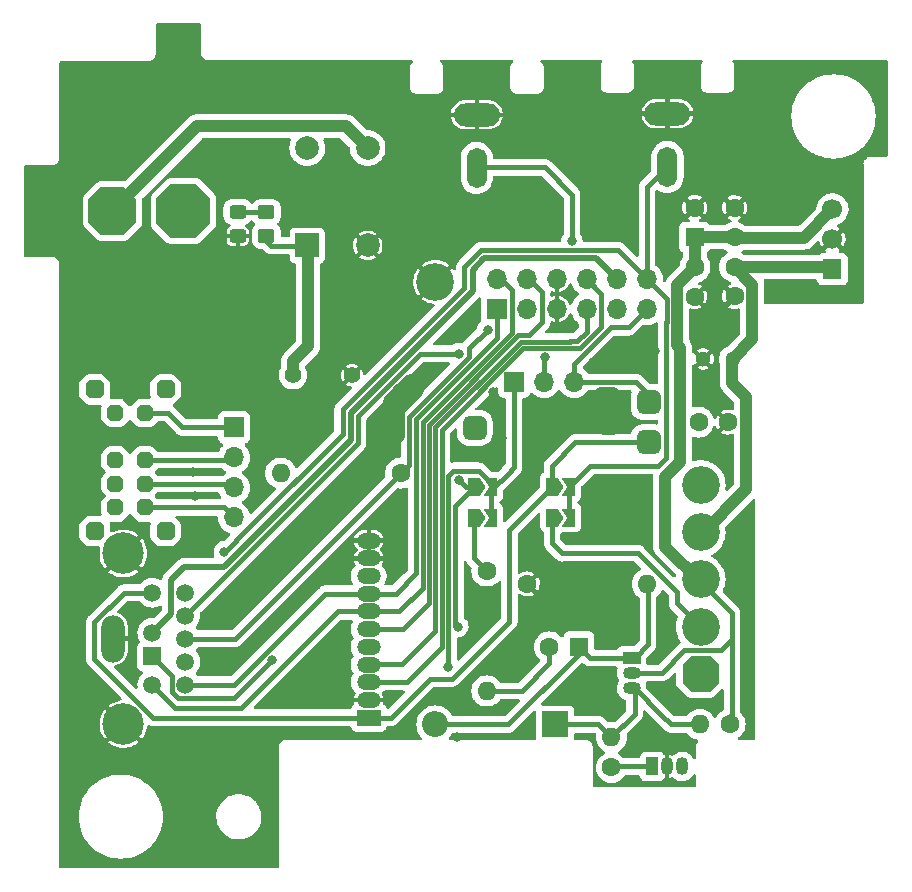
<source format=gtl>
%TF.GenerationSoftware,KiCad,Pcbnew,(6.0.1)*%
%TF.CreationDate,2022-02-25T19:20:15-07:00*%
%TF.ProjectId,Power PCB Ver C -  TH - RF is 9 Pin Genesis Port,506f7765-7220-4504-9342-205665722043,rev?*%
%TF.SameCoordinates,Original*%
%TF.FileFunction,Copper,L1,Top*%
%TF.FilePolarity,Positive*%
%FSLAX46Y46*%
G04 Gerber Fmt 4.6, Leading zero omitted, Abs format (unit mm)*
G04 Created by KiCad (PCBNEW (6.0.1)) date 2022-02-25 19:20:15*
%MOMM*%
%LPD*%
G01*
G04 APERTURE LIST*
G04 Aperture macros list*
%AMRoundRect*
0 Rectangle with rounded corners*
0 $1 Rounding radius*
0 $2 $3 $4 $5 $6 $7 $8 $9 X,Y pos of 4 corners*
0 Add a 4 corners polygon primitive as box body*
4,1,4,$2,$3,$4,$5,$6,$7,$8,$9,$2,$3,0*
0 Add four circle primitives for the rounded corners*
1,1,$1+$1,$2,$3*
1,1,$1+$1,$4,$5*
1,1,$1+$1,$6,$7*
1,1,$1+$1,$8,$9*
0 Add four rect primitives between the rounded corners*
20,1,$1+$1,$2,$3,$4,$5,0*
20,1,$1+$1,$4,$5,$6,$7,0*
20,1,$1+$1,$6,$7,$8,$9,0*
20,1,$1+$1,$8,$9,$2,$3,0*%
%AMOutline5P*
0 Free polygon, 5 corners , with rotation*
0 The origin of the aperture is its center*
0 number of corners: always 5*
0 $1 to $10 corner X, Y*
0 $11 Rotation angle, in degrees counterclockwise*
0 create outline with 5 corners*
4,1,5,$1,$2,$3,$4,$5,$6,$7,$8,$9,$10,$1,$2,$11*%
%AMOutline6P*
0 Free polygon, 6 corners , with rotation*
0 The origin of the aperture is its center*
0 number of corners: always 6*
0 $1 to $12 corner X, Y*
0 $13 Rotation angle, in degrees counterclockwise*
0 create outline with 6 corners*
4,1,6,$1,$2,$3,$4,$5,$6,$7,$8,$9,$10,$11,$12,$1,$2,$13*%
%AMOutline7P*
0 Free polygon, 7 corners , with rotation*
0 The origin of the aperture is its center*
0 number of corners: always 7*
0 $1 to $14 corner X, Y*
0 $15 Rotation angle, in degrees counterclockwise*
0 create outline with 7 corners*
4,1,7,$1,$2,$3,$4,$5,$6,$7,$8,$9,$10,$11,$12,$13,$14,$1,$2,$15*%
%AMOutline8P*
0 Free polygon, 8 corners , with rotation*
0 The origin of the aperture is its center*
0 number of corners: always 8*
0 $1 to $16 corner X, Y*
0 $17 Rotation angle, in degrees counterclockwise*
0 create outline with 8 corners*
4,1,8,$1,$2,$3,$4,$5,$6,$7,$8,$9,$10,$11,$12,$13,$14,$15,$16,$1,$2,$17*%
%AMFreePoly0*
4,1,6,1.000000,0.000000,0.500000,-0.750000,-0.500000,-0.750000,-0.500000,0.750000,0.500000,0.750000,1.000000,0.000000,1.000000,0.000000,$1*%
%AMFreePoly1*
4,1,6,0.500000,-0.750000,-0.650000,-0.750000,-0.150000,0.000000,-0.650000,0.750000,0.500000,0.750000,0.500000,-0.750000,0.500000,-0.750000,$1*%
G04 Aperture macros list end*
%TA.AperFunction,ComponentPad*%
%ADD10C,1.600000*%
%TD*%
%TA.AperFunction,ComponentPad*%
%ADD11O,1.600000X1.600000*%
%TD*%
%TA.AperFunction,ComponentPad*%
%ADD12RoundRect,0.500000X-0.500000X-0.500000X0.500000X-0.500000X0.500000X0.500000X-0.500000X0.500000X0*%
%TD*%
%TA.AperFunction,ComponentPad*%
%ADD13R,1.599997X1.700000*%
%TD*%
%TA.AperFunction,ComponentPad*%
%ADD14C,1.700000*%
%TD*%
%TA.AperFunction,ComponentPad*%
%ADD15R,1.700000X1.700000*%
%TD*%
%TA.AperFunction,ComponentPad*%
%ADD16O,1.700000X1.700000*%
%TD*%
%TA.AperFunction,ComponentPad*%
%ADD17Outline8P,-2.250000X1.125000X-1.125000X2.250000X1.125000X2.250000X2.250000X1.125000X2.250000X-1.125000X1.125000X-2.250000X-1.125000X-2.250000X-2.250000X-1.125000X0.000000*%
%TD*%
%TA.AperFunction,ComponentPad*%
%ADD18Outline8P,-2.000000X1.000000X-1.000000X2.000000X1.000000X2.000000X2.000000X1.000000X2.000000X-1.000000X1.000000X-2.000000X-1.000000X-2.000000X-2.000000X-1.000000X0.000000*%
%TD*%
%TA.AperFunction,SMDPad,CuDef*%
%ADD19FreePoly0,0.000000*%
%TD*%
%TA.AperFunction,SMDPad,CuDef*%
%ADD20FreePoly1,0.000000*%
%TD*%
%TA.AperFunction,ComponentPad*%
%ADD21R,2.000000X1.350000*%
%TD*%
%TA.AperFunction,ComponentPad*%
%ADD22O,2.000000X1.350000*%
%TD*%
%TA.AperFunction,ComponentPad*%
%ADD23R,1.508000X1.508000*%
%TD*%
%TA.AperFunction,ComponentPad*%
%ADD24C,1.508000*%
%TD*%
%TA.AperFunction,ComponentPad*%
%ADD25C,3.516000*%
%TD*%
%TA.AperFunction,ComponentPad*%
%ADD26O,2.000000X4.000000*%
%TD*%
%TA.AperFunction,ComponentPad*%
%ADD27R,1.050000X1.500000*%
%TD*%
%TA.AperFunction,ComponentPad*%
%ADD28O,1.050000X1.500000*%
%TD*%
%TA.AperFunction,SMDPad,CuDef*%
%ADD29RoundRect,0.250000X-0.450000X0.350000X-0.450000X-0.350000X0.450000X-0.350000X0.450000X0.350000X0*%
%TD*%
%TA.AperFunction,ComponentPad*%
%ADD30R,1.600000X1.600000*%
%TD*%
%TA.AperFunction,ComponentPad*%
%ADD31R,2.200000X2.200000*%
%TD*%
%TA.AperFunction,ComponentPad*%
%ADD32O,2.200000X2.200000*%
%TD*%
%TA.AperFunction,ComponentPad*%
%ADD33R,2.000000X2.000000*%
%TD*%
%TA.AperFunction,ComponentPad*%
%ADD34C,2.000000*%
%TD*%
%TA.AperFunction,ComponentPad*%
%ADD35O,3.900000X1.950000*%
%TD*%
%TA.AperFunction,ComponentPad*%
%ADD36O,1.700000X3.400000*%
%TD*%
%TA.AperFunction,ComponentPad*%
%ADD37R,1.500000X1.050000*%
%TD*%
%TA.AperFunction,ComponentPad*%
%ADD38O,1.500000X1.050000*%
%TD*%
%TA.AperFunction,WasherPad*%
%ADD39C,3.200000*%
%TD*%
%TA.AperFunction,WasherPad*%
%ADD40Outline8P,-1.550000X0.775000X-0.775000X1.550000X0.775000X1.550000X1.550000X0.775000X1.550000X-0.775000X0.775000X-1.550000X-0.775000X-1.550000X-1.550000X-0.775000X90.000000*%
%TD*%
%TA.AperFunction,ComponentPad*%
%ADD41C,3.200000*%
%TD*%
%TA.AperFunction,ComponentPad*%
%ADD42C,1.400000*%
%TD*%
%TA.AperFunction,ComponentPad*%
%ADD43C,1.300000*%
%TD*%
%TA.AperFunction,WasherPad*%
%ADD44Outline8P,-0.700000X0.350000X-0.350000X0.700000X0.350000X0.700000X0.700000X0.350000X0.700000X-0.350000X0.350000X-0.700000X-0.350000X-0.700000X-0.700000X-0.350000X270.000000*%
%TD*%
%TA.AperFunction,ComponentPad*%
%ADD45Outline8P,-0.700000X0.350000X-0.350000X0.700000X0.350000X0.700000X0.700000X0.350000X0.700000X-0.350000X0.350000X-0.700000X-0.350000X-0.700000X-0.700000X-0.350000X270.000000*%
%TD*%
%TA.AperFunction,ComponentPad*%
%ADD46Outline8P,-0.800000X0.400000X-0.400000X0.800000X0.400000X0.800000X0.800000X0.400000X0.800000X-0.400000X0.400000X-0.800000X-0.400000X-0.800000X-0.800000X-0.400000X270.000000*%
%TD*%
%TA.AperFunction,ComponentPad*%
%ADD47Outline8P,-0.800000X0.400000X-0.400000X0.800000X0.400000X0.800000X0.800000X0.400000X0.800000X-0.400000X0.400000X-0.800000X-0.400000X-0.800000X-0.800000X-0.400000X90.000000*%
%TD*%
%TA.AperFunction,SMDPad,CuDef*%
%ADD48RoundRect,0.250000X0.450000X-0.325000X0.450000X0.325000X-0.450000X0.325000X-0.450000X-0.325000X0*%
%TD*%
%TA.AperFunction,ViaPad*%
%ADD49C,0.800000*%
%TD*%
%TA.AperFunction,Conductor*%
%ADD50C,0.508000*%
%TD*%
%TA.AperFunction,Conductor*%
%ADD51C,0.381000*%
%TD*%
%TA.AperFunction,Conductor*%
%ADD52C,1.016000*%
%TD*%
%TA.AperFunction,Conductor*%
%ADD53C,1.100000*%
%TD*%
%TA.AperFunction,Conductor*%
%ADD54C,0.250000*%
%TD*%
G04 APERTURE END LIST*
D10*
%TO.P,R1,1*%
%TO.N,+5V*%
X171716100Y-128573600D03*
D11*
%TO.P,R1,2*%
%TO.N,Net-(D2-Pad1)*%
X169176100Y-128573600D03*
%TD*%
D12*
%TO.P,J12,1,Pin_1*%
%TO.N,Net-(J3-Pad5)*%
X150096100Y-103483600D03*
%TD*%
D13*
%TO.P,U1,1,VIN*%
%TO.N,PS2*%
X180388100Y-90053600D03*
D14*
%TO.P,U1,2,GND*%
%TO.N,GND*%
X180388100Y-87513600D03*
%TO.P,U1,3,VOUT*%
%TO.N,+5V*%
X180388100Y-84973600D03*
%TD*%
D12*
%TO.P,J10,1,Pin_1*%
%TO.N,Net-(J3-Pad1)*%
X164826100Y-104693600D03*
%TD*%
D15*
%TO.P,J6,1,Red*%
%TO.N,Red*%
X151976100Y-93418600D03*
D16*
%TO.P,J6,2,Green*%
%TO.N,Green*%
X151976100Y-90878600D03*
%TO.P,J6,3,C-Sync/+12V*%
%TO.N,CSync*%
X154516100Y-93418600D03*
%TO.P,J6,4,Blue*%
%TO.N,Blue*%
X154516100Y-90878600D03*
%TO.P,J6,5,GND*%
%TO.N,GND*%
X157056100Y-93418600D03*
%TO.P,J6,6,GND*%
X157056100Y-90878600D03*
%TO.P,J6,7,Luma_(S-Video)*%
%TO.N,Luma*%
X159596100Y-93418600D03*
%TO.P,J6,8,Chroma_(S-Video)*%
%TO.N,Chroma*%
X159596100Y-90878600D03*
%TO.P,J6,9,Composite_Video*%
%TO.N,RCA_RF*%
X162136100Y-93418600D03*
%TO.P,J6,10,+5V*%
%TO.N,+5V*%
X162136100Y-90878600D03*
%TO.P,J6,11,Left_Audio*%
%TO.N,Audio_L*%
X164676100Y-93418600D03*
%TO.P,J6,12,Right_Audio*%
%TO.N,Audio_R*%
X164676100Y-90878600D03*
%TD*%
D17*
%TO.P,J1,1,1*%
%TO.N,Net-(D1-Pad4)*%
X125426102Y-85113598D03*
D18*
%TO.P,J1,2,2*%
%TO.N,Net-(D1-Pad3)*%
X119426100Y-85113598D03*
%TD*%
D19*
%TO.P,RJV-EXT1,1,1*%
%TO.N,Net-(J3-Pad5)*%
X150029850Y-108488600D03*
D20*
%TO.P,RJV-EXT1,2,2*%
%TO.N,RCA_RF*%
X151479850Y-108488600D03*
%TD*%
D15*
%TO.P,J4,1,1*%
%TO.N,Net-(J4-Pad1)*%
X129716100Y-103443600D03*
D16*
%TO.P,J4,2,2*%
%TO.N,Net-(J4-Pad2)*%
X129716100Y-105983600D03*
%TO.P,J4,3,3*%
%TO.N,Net-(J4-Pad3)*%
X129716100Y-108523600D03*
%TO.P,J4,4,4*%
%TO.N,Net-(J4-Pad4)*%
X129716100Y-111063600D03*
%TD*%
D12*
%TO.P,J11,1,Pin_1*%
%TO.N,Audio_L*%
X164826100Y-101293600D03*
%TD*%
D21*
%TO.P,J3,1,Audio*%
%TO.N,Net-(J3-Pad1)*%
X141126100Y-128018600D03*
D22*
%TO.P,J3,2,GND*%
%TO.N,GND*%
X141126100Y-126518600D03*
%TO.P,J3,3,Chroma*%
%TO.N,Chroma*%
X141126100Y-125018600D03*
%TO.P,J3,4,Luma*%
%TO.N,Luma*%
X141126100Y-123518600D03*
%TO.P,J3,5,Composite*%
%TO.N,Net-(J3-Pad5)*%
X141126100Y-122018600D03*
%TO.P,J3,6,Blue*%
%TO.N,Blue*%
X141126100Y-120518600D03*
%TO.P,J3,7,Green*%
%TO.N,Green*%
X141126100Y-119018600D03*
%TO.P,J3,8,Red*%
%TO.N,Red*%
X141126100Y-117518600D03*
%TO.P,J3,9,CSync*%
%TO.N,Net-(J3-Pad9)*%
X141126100Y-116018600D03*
%TO.P,J3,10,GND*%
%TO.N,GND*%
X141126100Y-114518600D03*
%TO.P,J3,11,GND*%
X141126100Y-113018600D03*
%TD*%
D23*
%TO.P,J20,1,1*%
%TO.N,Blue*%
X122802100Y-122827600D03*
D24*
%TO.P,J20,2,2*%
%TO.N,+5V*%
X122802100Y-120827600D03*
%TO.P,J20,3,3*%
%TO.N,Green*%
X122802100Y-125227600D03*
%TO.P,J20,4,4*%
%TO.N,RCA_RF*%
X125602100Y-123277600D03*
%TO.P,J20,5,5*%
%TO.N,CSync*%
X125602100Y-121327600D03*
%TO.P,J20,6,6*%
%TO.N,Net-(J3-Pad1)*%
X122802100Y-117427600D03*
%TO.P,J20,7,7*%
%TO.N,Red*%
X125602100Y-125227600D03*
%TO.P,J20,8,8*%
%TO.N,Audio_L*%
X125602100Y-119377600D03*
%TO.P,J20,9,9*%
%TO.N,Audio_R*%
X125602100Y-117427600D03*
D25*
%TO.P,J20,S1,SHIELD*%
%TO.N,GND*%
X120352100Y-128552600D03*
%TO.P,J20,S2,SHIELD*%
X120352100Y-114102600D03*
D26*
%TO.P,J20,S3,SHIELD*%
X119452100Y-121327600D03*
%TD*%
D15*
%TO.P,J16,1,Pin_1*%
%TO.N,RCA_RF*%
X153436100Y-99586100D03*
D16*
%TO.P,J16,2,Pin_2*%
%TO.N,RCA_V*%
X155976100Y-99586100D03*
%TO.P,J16,3,Pin_3*%
%TO.N,Audio_L*%
X158516100Y-99586100D03*
%TD*%
D27*
%TO.P,Q1,1,E*%
%TO.N,Net-(Q1-Pad1)*%
X165126100Y-132143600D03*
D28*
%TO.P,Q1,2,C*%
%TO.N,GND*%
X166396100Y-132143600D03*
%TO.P,Q1,3,B*%
%TO.N,Net-(J2-Pad1)*%
X167666100Y-132143600D03*
%TD*%
D29*
%TO.P,R5,1*%
%TO.N,Net-(D3-Pad2)*%
X132456100Y-85203600D03*
%TO.P,R5,2*%
%TO.N,PS1*%
X132456100Y-87203600D03*
%TD*%
D30*
%TO.P,C8,1*%
%TO.N,Net-(C8-Pad1)*%
X158926100Y-122018600D03*
D10*
%TO.P,C8,2*%
%TO.N,Net-(C8-Pad2)*%
X156426100Y-122018600D03*
%TD*%
D31*
%TO.P,D2,1,K*%
%TO.N,Net-(D2-Pad1)*%
X156926100Y-128593600D03*
D32*
%TO.P,D2,2,A*%
%TO.N,Net-(C8-Pad1)*%
X146766100Y-128593600D03*
%TD*%
D10*
%TO.P,R6,1,1*%
%TO.N,CSync*%
X143836100Y-107303600D03*
D11*
%TO.P,R6,2,2*%
%TO.N,Net-(J3-Pad9)*%
X133676100Y-107303600D03*
%TD*%
D33*
%TO.P,D1,1,V+*%
%TO.N,PS1*%
X135926100Y-88036100D03*
D34*
%TO.P,D1,2,V-*%
%TO.N,GND*%
X141026100Y-88036100D03*
%TO.P,D1,3,AC*%
%TO.N,Net-(D1-Pad3)*%
X141026100Y-79786100D03*
%TO.P,D1,4,AC*%
%TO.N,Net-(D1-Pad4)*%
X135926100Y-79786100D03*
%TD*%
D35*
%TO.P,J17,1,Tip*%
%TO.N,GND*%
X166418100Y-76877600D03*
D36*
%TO.P,J17,2,Sleeve*%
%TO.N,Audio_R*%
X166418100Y-81377600D03*
%TD*%
D10*
%TO.P,C5,1,1*%
%TO.N,GND*%
X172096100Y-84843600D03*
%TO.P,C5,2,2*%
%TO.N,+5V*%
X172096100Y-87343600D03*
%TD*%
D37*
%TO.P,Q2,1,E*%
%TO.N,Net-(C8-Pad1)*%
X163376100Y-122968600D03*
D38*
%TO.P,Q2,2,C*%
%TO.N,+5V*%
X163376100Y-124238600D03*
%TO.P,Q2,3,B*%
%TO.N,Net-(D2-Pad1)*%
X163376100Y-125508600D03*
%TD*%
D39*
%TO.P,J2,*%
%TO.N,*%
X169226100Y-116313600D03*
X169226100Y-108313600D03*
X169226100Y-120313600D03*
X169226100Y-112313597D03*
D40*
X169226100Y-124313600D03*
%TD*%
D19*
%TO.P,RJA-EXT1,1,1*%
%TO.N,Net-(J3-Pad1)*%
X156644850Y-108468600D03*
D20*
%TO.P,RJA-EXT1,2,2*%
%TO.N,Audio_R*%
X158094850Y-108468600D03*
%TD*%
D30*
%TO.P,C7,1,A*%
%TO.N,+5V*%
X168716100Y-87338600D03*
D10*
%TO.P,C7,2,K*%
%TO.N,GND*%
X168716100Y-84838600D03*
%TD*%
D41*
%TO.P,GND,1*%
%TO.N,GND*%
X146756100Y-91113600D03*
%TD*%
D19*
%TO.P,RJA-INT1,1,1*%
%TO.N,Net-(RJA-INT1-Pad1)*%
X156644850Y-111068600D03*
D20*
%TO.P,RJA-INT1,2,2*%
%TO.N,Audio_R*%
X158094850Y-111068600D03*
%TD*%
D42*
%TO.P,C1,1,A*%
%TO.N,PS1*%
X134708100Y-99013598D03*
%TO.P,C1,2,K*%
%TO.N,GND*%
X139708100Y-99013598D03*
%TD*%
D43*
%TO.P,C3,1,A*%
%TO.N,PS2*%
X171935300Y-97640600D03*
%TO.P,C3,2,K*%
%TO.N,GND*%
X169435300Y-97640600D03*
%TD*%
D10*
%TO.P,R3,1*%
%TO.N,GND*%
X154546100Y-116693600D03*
D11*
%TO.P,R3,2*%
%TO.N,Net-(C8-Pad1)*%
X164706100Y-116693600D03*
%TD*%
D10*
%TO.P,C2,1,1*%
%TO.N,GND*%
X171548900Y-102988800D03*
%TO.P,C2,2,2*%
%TO.N,unconnected-(C2-Pad2)*%
X169048900Y-102988800D03*
%TD*%
D35*
%TO.P,J18,1,Tip*%
%TO.N,GND*%
X150272100Y-76971600D03*
D36*
%TO.P,J18,2,Sleeve*%
%TO.N,RCA_V*%
X150272100Y-81471600D03*
%TD*%
D10*
%TO.P,C6,1,1*%
%TO.N,GND*%
X168746100Y-92363600D03*
%TO.P,C6,2,2*%
%TO.N,+5V*%
X168746100Y-89863600D03*
%TD*%
%TO.P,C4,1,1*%
%TO.N,GND*%
X172096100Y-92353600D03*
%TO.P,C4,2,2*%
%TO.N,PS2*%
X172096100Y-89853600D03*
%TD*%
D19*
%TO.P,RJV-INT1,1,1*%
%TO.N,Net-(R4-Pad1)*%
X150029850Y-111088600D03*
D20*
%TO.P,RJV-INT1,2,2*%
%TO.N,RCA_RF*%
X151479850Y-111088600D03*
%TD*%
D10*
%TO.P,R2,1*%
%TO.N,Net-(Q1-Pad1)*%
X161676100Y-132233600D03*
D11*
%TO.P,R2,2*%
%TO.N,Net-(D2-Pad1)*%
X161676100Y-129693600D03*
%TD*%
D10*
%TO.P,R4,1*%
%TO.N,Net-(R4-Pad1)*%
X151126100Y-115593600D03*
D11*
%TO.P,R4,2*%
%TO.N,Net-(C8-Pad2)*%
X151126100Y-125753600D03*
%TD*%
D44*
%TO.P,SW1,*%
%TO.N,*%
X122176100Y-102213600D03*
X119676100Y-106213600D03*
X119676100Y-108213600D03*
X119676100Y-110213600D03*
X122176100Y-106213600D03*
X122176100Y-108213600D03*
X122176100Y-110213600D03*
D45*
%TO.P,SW1,1,1*%
%TO.N,unconnected-(SW1-Pad1)*%
X119676100Y-102213600D03*
D46*
%TO.P,SW1,MH*%
%TO.N,N/C*%
X117926100Y-100213600D03*
D47*
X117926100Y-112213600D03*
X123926100Y-112213600D03*
D46*
X123926100Y-100213600D03*
%TD*%
D48*
%TO.P,D3,1,K*%
%TO.N,GND*%
X130036100Y-87228600D03*
%TO.P,D3,2,A*%
%TO.N,Net-(D3-Pad2)*%
X130036100Y-85178600D03*
%TD*%
D49*
%TO.N,GND*%
X151646100Y-100443600D03*
%TO.N,RCA_V*%
X158328698Y-87685580D03*
%TO.N,CSync*%
X151186100Y-95173600D03*
%TO.N,GND*%
X148626100Y-129673600D03*
X173056100Y-122193600D03*
X126386100Y-109253600D03*
X126286100Y-107213600D03*
X160146100Y-97933600D03*
X165402100Y-96943600D03*
X162354100Y-96943600D03*
X148892100Y-94911600D03*
X152448100Y-104309600D03*
X151178100Y-120057600D03*
X166164100Y-119549600D03*
X166672100Y-126407600D03*
X163370100Y-110405600D03*
X160322100Y-126661600D03*
X154734100Y-104309600D03*
X153210100Y-109643600D03*
X161846100Y-103547600D03*
X160830100Y-103293600D03*
X161846100Y-100499600D03*
X160830100Y-100499600D03*
X154734100Y-113707600D03*
X148638100Y-125645600D03*
X132906100Y-126783600D03*
X161836100Y-119043600D03*
%TO.N,Net-(J3-Pad5)*%
X148796100Y-107893600D03*
X148662420Y-120311600D03*
%TO.N,GND*%
X143056100Y-113023600D03*
X143726100Y-103293600D03*
X142826100Y-103293600D03*
X141926100Y-103293600D03*
X144626100Y-99393600D03*
X143136100Y-114513600D03*
X128426100Y-88013600D03*
X141926100Y-104193600D03*
X142946100Y-126143600D03*
X143726100Y-104193600D03*
X143726100Y-100293600D03*
X142826100Y-104193600D03*
X145206100Y-100233600D03*
%TO.N,Audio_L*%
X148754825Y-97192324D03*
%TO.N,Audio_R*%
X128902193Y-113959693D03*
%TO.N,Blue*%
X132940715Y-123156215D03*
%TO.N,RCA_RF*%
X147825300Y-123712800D03*
%TO.N,RCA_V*%
X156026100Y-97518600D03*
%TD*%
D50*
%TO.N,GND*%
X152448100Y-102505600D02*
X152448100Y-104309600D01*
X151646100Y-101703600D02*
X152448100Y-102505600D01*
X151646100Y-100443600D02*
X151646100Y-101703600D01*
D51*
%TO.N,RCA_V*%
X156016100Y-81413600D02*
X158326100Y-83723600D01*
X150326100Y-81413600D02*
X156016100Y-81413600D01*
X158326100Y-83723600D02*
X158326100Y-87682982D01*
X158326100Y-87682982D02*
X158328698Y-87685580D01*
%TO.N,Audio_R*%
X164676100Y-83119600D02*
X166418100Y-81377600D01*
X164676100Y-90878600D02*
X164676100Y-83119600D01*
D52*
%TO.N,+5V*%
X167238589Y-91371111D02*
X168746100Y-89863600D01*
X167238589Y-96456089D02*
X167238589Y-91371111D01*
X167346100Y-106523600D02*
X167466100Y-106403600D01*
X167466100Y-96683600D02*
X167238589Y-96456089D01*
X166235873Y-107633827D02*
X167346100Y-106523600D01*
X167466100Y-106403600D02*
X167466100Y-96683600D01*
X166235873Y-108403373D02*
X166235873Y-107633827D01*
X166235873Y-108403373D02*
X166235873Y-113523371D01*
X166235873Y-113523371D02*
X169226100Y-116513600D01*
D51*
%TO.N,CSync*%
X149618440Y-96741260D02*
X149618440Y-97445940D01*
X151186100Y-95173600D02*
X149618440Y-96741260D01*
X149618440Y-97445940D02*
X144528995Y-102535384D01*
%TO.N,Luma*%
X159596100Y-95322620D02*
X158785642Y-96133078D01*
X159596100Y-93453597D02*
X159596100Y-95322620D01*
X158785642Y-96133078D02*
X158159501Y-96133078D01*
%TO.N,GND*%
X161136100Y-96943600D02*
X160146100Y-97933600D01*
X162354100Y-96943600D02*
X161136100Y-96943600D01*
%TO.N,Audio_L*%
X163131100Y-94963600D02*
X164676100Y-93418600D01*
X161597077Y-94963600D02*
X163131100Y-94963600D01*
X158516100Y-98044577D02*
X161597077Y-94963600D01*
X158516100Y-99586100D02*
X158516100Y-98044577D01*
D52*
%TO.N,GND*%
X161084100Y-103547600D02*
X160830100Y-103293600D01*
X161846100Y-103547600D02*
X161084100Y-103547600D01*
X160830100Y-100499600D02*
X161846100Y-100499600D01*
X160830100Y-100499600D02*
X160830100Y-103293600D01*
X161846100Y-100499600D02*
X161846100Y-103547600D01*
D51*
%TO.N,Audio_L*%
X164826100Y-100685600D02*
X164826100Y-101293600D01*
X163726600Y-99586100D02*
X164826100Y-100685600D01*
X158516100Y-99586100D02*
X163726600Y-99586100D01*
%TO.N,Net-(D2-Pad1)*%
X163296100Y-125508600D02*
X163626100Y-125508600D01*
X165883600Y-127766100D02*
X163626100Y-125508600D01*
X163626100Y-125508600D02*
X163626100Y-127743600D01*
X169176100Y-128573600D02*
X166691100Y-128573600D01*
X160576100Y-128593600D02*
X161676100Y-129693600D01*
X163626100Y-127743600D02*
X161676100Y-129693600D01*
X166691100Y-128573600D02*
X165883600Y-127766100D01*
X156926100Y-128593600D02*
X160576100Y-128593600D01*
%TO.N,Net-(R4-Pad1)*%
X150029850Y-111088600D02*
X150029850Y-114289850D01*
X151126100Y-115593600D02*
X150029850Y-114497350D01*
X150029850Y-114497350D02*
X150029850Y-114289850D01*
%TO.N,Net-(J3-Pad5)*%
X148452940Y-110065510D02*
X150029850Y-108488600D01*
X148452940Y-120126440D02*
X148452940Y-110065510D01*
X148638100Y-120311600D02*
X148452940Y-120126440D01*
X148662420Y-120311600D02*
X148638100Y-120311600D01*
X150029850Y-108488600D02*
X149391100Y-108488600D01*
X149391100Y-108488600D02*
X148796100Y-107893600D01*
D52*
%TO.N,PS2*%
X172096100Y-89853600D02*
X173603611Y-91361111D01*
X169226100Y-112513597D02*
X173072900Y-108666798D01*
X180188100Y-89853600D02*
X180388100Y-90053600D01*
X171867700Y-99672600D02*
X171867700Y-97691600D01*
X173072900Y-100877800D02*
X171867700Y-99672600D01*
X173603611Y-91361111D02*
X173603611Y-95972289D01*
X172096100Y-89853600D02*
X180188100Y-89853600D01*
X173072900Y-108666798D02*
X173072900Y-100877800D01*
X173603611Y-95972289D02*
X171935300Y-97640600D01*
D51*
%TO.N,Net-(C8-Pad2)*%
X156426100Y-123393600D02*
X156426100Y-122018600D01*
X154066100Y-125753600D02*
X156426100Y-123393600D01*
X151126100Y-125753600D02*
X154066100Y-125753600D01*
D52*
%TO.N,Net-(D1-Pad3)*%
X139195600Y-77955600D02*
X138104100Y-77955600D01*
X119426100Y-85113598D02*
X126584100Y-77955600D01*
X126584100Y-77955600D02*
X138104100Y-77955600D01*
X141026100Y-79786100D02*
X139195600Y-77955600D01*
D51*
%TO.N,Net-(J4-Pad1)*%
X122176100Y-102213600D02*
X124126102Y-102213600D01*
X124731101Y-102818599D02*
X124126102Y-102213600D01*
X125356102Y-103443600D02*
X129716100Y-103443600D01*
X124731101Y-102818599D02*
X125356102Y-103443600D01*
%TO.N,Net-(J4-Pad2)*%
X129486100Y-106213600D02*
X129716100Y-105983600D01*
X122176100Y-106213600D02*
X129486100Y-106213600D01*
%TO.N,Net-(J4-Pad3)*%
X129406100Y-108213600D02*
X129716100Y-108523600D01*
X123816100Y-108213600D02*
X129406100Y-108213600D01*
X122176100Y-108213600D02*
X123816100Y-108213600D01*
D53*
%TO.N,GND*%
X142826100Y-102613600D02*
X142826100Y-103293600D01*
D51*
X165428100Y-76913600D02*
X166326100Y-76913600D01*
D53*
X145206100Y-100233600D02*
X145206100Y-99973600D01*
X143726100Y-100293600D02*
X144626100Y-99393600D01*
X145206100Y-100233600D02*
X142826100Y-102613600D01*
X142826100Y-101193600D02*
X143726100Y-100293600D01*
X141926100Y-104193600D02*
X143526100Y-104193600D01*
X143588975Y-100430725D02*
X143588975Y-104193600D01*
X143786100Y-100233600D02*
X143726100Y-100293600D01*
X142826100Y-103293600D02*
X143588975Y-103293600D01*
X145206100Y-100233600D02*
X143786100Y-100233600D01*
X142826100Y-104193600D02*
X142826100Y-101193600D01*
X145206100Y-99973600D02*
X144626100Y-99393600D01*
X143726100Y-100293600D02*
X143588975Y-100430725D01*
D50*
%TO.N,+5V*%
X139582080Y-104486838D02*
X139582080Y-102197448D01*
D52*
X168716100Y-87338600D02*
X172071100Y-87338600D01*
D50*
X149917152Y-90076548D02*
X150924100Y-89069600D01*
D51*
X171876100Y-121363980D02*
X171876100Y-121143600D01*
D50*
X124394589Y-119235111D02*
X124394589Y-116361111D01*
D52*
X172096100Y-87363600D02*
X177998100Y-87363600D01*
D50*
X128837318Y-115231600D02*
X139582080Y-104486838D01*
D51*
X165931100Y-124238600D02*
X167856100Y-122313600D01*
X170926481Y-122313600D02*
X171876100Y-121363980D01*
X171716100Y-127913600D02*
X171876100Y-127753600D01*
X167856100Y-122313600D02*
X170926481Y-122313600D01*
D50*
X125524100Y-115231600D02*
X128837318Y-115231600D01*
D51*
X169226100Y-116513600D02*
X171876100Y-119163600D01*
D50*
X149917152Y-91862376D02*
X149917152Y-90076548D01*
X162136100Y-90913597D02*
X162136100Y-90619600D01*
X122802100Y-120827600D02*
X124394589Y-119235111D01*
D51*
X163626100Y-124238600D02*
X165931100Y-124238600D01*
D52*
X168716100Y-87338600D02*
X168716100Y-89833600D01*
D50*
X124394589Y-116361111D02*
X125524100Y-115231600D01*
D51*
X171876100Y-121143600D02*
X171876100Y-119163600D01*
D50*
X160327100Y-89069600D02*
X162136100Y-90878600D01*
D52*
X168716100Y-89833600D02*
X168746100Y-89863600D01*
D51*
X171716100Y-128573600D02*
X171716100Y-127913600D01*
D52*
X177998100Y-87363600D02*
X180388100Y-84973600D01*
D51*
X171876100Y-127753600D02*
X171876100Y-121143600D01*
D50*
X150924100Y-89069600D02*
X160327100Y-89069600D01*
X139582080Y-102197448D02*
X149917152Y-91862376D01*
D52*
X172071100Y-87338600D02*
X172096100Y-87363600D01*
D51*
%TO.N,Net-(C8-Pad1)*%
X158926100Y-122018600D02*
X158926100Y-122603600D01*
X164776100Y-121818600D02*
X164776100Y-116763600D01*
X163626100Y-122968600D02*
X164776100Y-121818600D01*
X164776100Y-116763600D02*
X164706100Y-116693600D01*
X159876100Y-122968600D02*
X158926100Y-122018600D01*
X152936100Y-128593600D02*
X146766100Y-128593600D01*
X163626100Y-122968600D02*
X159876100Y-122968600D01*
X158926100Y-122603600D02*
X152936100Y-128593600D01*
%TO.N,Net-(Q1-Pad1)*%
X161766100Y-132143600D02*
X161676100Y-132233600D01*
X165126100Y-132143600D02*
X161766100Y-132143600D01*
%TO.N,Net-(D3-Pad2)*%
X131996100Y-85203600D02*
X130061100Y-85203600D01*
X130061100Y-85203600D02*
X130036100Y-85178600D01*
%TO.N,Net-(J3-Pad1)*%
X141126100Y-128018600D02*
X122855847Y-128018600D01*
X117904100Y-123066853D02*
X117904100Y-119909815D01*
X156644850Y-106674850D02*
X156644850Y-108468600D01*
X122855847Y-128018600D02*
X117904100Y-123066853D01*
X146326100Y-124718600D02*
X148201100Y-124718600D01*
X158626100Y-104693600D02*
X156644850Y-106674850D01*
X148201100Y-124718600D02*
X153026100Y-119893600D01*
X153026100Y-112087350D02*
X156644850Y-108468600D01*
X120386315Y-117427600D02*
X122802100Y-117427600D01*
X141126100Y-128013600D02*
X143031100Y-128013600D01*
X164826100Y-104693600D02*
X158626100Y-104693600D01*
X143031100Y-128013600D02*
X146326100Y-124718600D01*
X117904100Y-119909815D02*
X120386315Y-117427600D01*
X153026100Y-119893600D02*
X153026100Y-112087350D01*
%TO.N,Audio_L*%
X140226100Y-103363600D02*
X140226100Y-104753600D01*
X140226100Y-104753600D02*
X125602100Y-119377600D01*
X147066100Y-97193600D02*
X148753549Y-97193600D01*
X140226100Y-102464210D02*
X140226100Y-103363600D01*
X148753549Y-97193600D02*
X148754825Y-97192324D01*
X147066100Y-97193600D02*
X145496710Y-97193600D01*
X145496710Y-97193600D02*
X140226100Y-102464210D01*
%TO.N,Audio_R*%
X166340569Y-94543600D02*
X166328080Y-94556089D01*
X166328080Y-94556089D02*
X166328080Y-105991620D01*
X130856040Y-112068600D02*
X130856040Y-112083660D01*
X165626080Y-106693620D02*
X159869830Y-106693620D01*
X164676100Y-90878600D02*
X166340569Y-92543069D01*
X166340569Y-92543069D02*
X166340569Y-94543600D01*
X130856040Y-112083660D02*
X128980007Y-113959693D01*
X150657338Y-88425580D02*
X149216100Y-89866818D01*
X128980007Y-113959693D02*
X128902193Y-113959693D01*
X166328080Y-105991620D02*
X165626080Y-106693620D01*
X138916100Y-104008540D02*
X130856040Y-112068600D01*
X138916100Y-101923600D02*
X138916100Y-104008540D01*
X159869830Y-106693620D02*
X158094850Y-108468600D01*
X164676100Y-90878600D02*
X162223080Y-88425580D01*
X158094850Y-111068600D02*
X158094850Y-108468600D01*
X149216100Y-91623600D02*
X138916100Y-101923600D01*
X149216100Y-89866818D02*
X149216100Y-91623600D01*
X162223080Y-88425580D02*
X150657338Y-88425580D01*
D52*
%TO.N,PS1*%
X134708100Y-99013598D02*
X134708100Y-97854600D01*
D51*
X131996100Y-87203600D02*
X132846100Y-88053600D01*
D52*
X135976100Y-96586598D02*
X135976100Y-88086100D01*
X135976100Y-88086100D02*
X135926100Y-88036100D01*
X134708100Y-97854600D02*
X135976100Y-96586598D01*
D51*
X132846100Y-88053600D02*
X136446089Y-88053600D01*
%TO.N,Net-(J4-Pad4)*%
X122176100Y-110213600D02*
X128866100Y-110213600D01*
X128866100Y-110213600D02*
X129716100Y-111063600D01*
%TO.N,CSync*%
X125602100Y-121327600D02*
X129812100Y-121327600D01*
X143836100Y-107303600D02*
X144528995Y-106610705D01*
X144528995Y-102535384D02*
X144528995Y-102896495D01*
X144528995Y-106610705D02*
X144528995Y-102896495D01*
X129812100Y-121327600D02*
X143836100Y-107303600D01*
%TO.N,Red*%
X137462100Y-117517600D02*
X137463100Y-117518600D01*
X125602100Y-125227600D02*
X129752100Y-125227600D01*
X141126100Y-117513600D02*
X143426100Y-117513600D01*
X129752100Y-125227600D02*
X137462100Y-117517600D01*
X145158300Y-102727058D02*
X151976100Y-95909259D01*
X143426100Y-117513600D02*
X145158300Y-115781398D01*
X145158300Y-115781398D02*
X145158300Y-102727058D01*
X151976100Y-95909259D02*
X151976100Y-93453597D01*
X137463100Y-117518600D02*
X141126100Y-117518600D01*
%TO.N,Green*%
X138501100Y-119018600D02*
X141126100Y-119018600D01*
X141126100Y-119018600D02*
X140395100Y-119018600D01*
X145691700Y-102947997D02*
X153226100Y-95413598D01*
X153226100Y-95413598D02*
X153226100Y-91813600D01*
X143726098Y-119013600D02*
X145691700Y-117047997D01*
X141126100Y-119013600D02*
X143726098Y-119013600D01*
X124744100Y-127169600D02*
X130350100Y-127169600D01*
X151976100Y-90913597D02*
X152326096Y-90913597D01*
X152326096Y-90913597D02*
X153226100Y-91813600D01*
X122802100Y-125227600D02*
X124744100Y-127169600D01*
X130350100Y-127169600D02*
X138501100Y-119018600D01*
X145691700Y-117047997D02*
X145691700Y-102947997D01*
%TO.N,Blue*%
X141126100Y-120513600D02*
X144026100Y-120513600D01*
X144026100Y-120513600D02*
X146225100Y-118314600D01*
X154516100Y-90913597D02*
X154726096Y-90913597D01*
X122802100Y-122827600D02*
X124458089Y-124483589D01*
X124458089Y-124483589D02*
X124458089Y-125849589D01*
X153784221Y-95646798D02*
X154692901Y-95646798D01*
X154726096Y-90913597D02*
X155801100Y-91988600D01*
X124980111Y-126371611D02*
X129725319Y-126371611D01*
X124458089Y-125849589D02*
X124980111Y-126371611D01*
X146225100Y-118314600D02*
X146225100Y-103205919D01*
X155801100Y-94538598D02*
X155801100Y-91988600D01*
X146225100Y-103205919D02*
X153784221Y-95646798D01*
X154692901Y-95646798D02*
X155801100Y-94538598D01*
X129725319Y-126371611D02*
X132940715Y-123156215D01*
%TO.N,Luma*%
X143926100Y-123513598D02*
X146758500Y-120681198D01*
X141126100Y-123513598D02*
X143926100Y-123513598D01*
X146758500Y-120681198D02*
X146758500Y-103426859D01*
X146758500Y-103426859D02*
X154005161Y-96180198D01*
X154005161Y-96180198D02*
X158159501Y-96180198D01*
%TO.N,Chroma*%
X147291900Y-122047799D02*
X147291900Y-103647798D01*
X147291900Y-103647798D02*
X154226100Y-96713598D01*
X160826100Y-94913600D02*
X160826100Y-92143597D01*
X159026100Y-96713598D02*
X160826100Y-94913600D01*
X144326100Y-125013600D02*
X147291900Y-122047799D01*
X141126100Y-125013600D02*
X144326100Y-125013600D01*
X159596100Y-90913597D02*
X160826100Y-92143597D01*
X154226100Y-96713598D02*
X159026100Y-96713598D01*
%TO.N,RCA_RF*%
X151479850Y-108488600D02*
X151479850Y-108137028D01*
X153051100Y-107208600D02*
X153361100Y-106898600D01*
D54*
X153431100Y-106828600D02*
X153051100Y-107208600D01*
D51*
X151479850Y-108488600D02*
X151771100Y-108488600D01*
X148282500Y-107103600D02*
X147872420Y-107513680D01*
X153431100Y-101336100D02*
X153436100Y-101331100D01*
X150446422Y-107103600D02*
X148282500Y-107103600D01*
X153436100Y-101331100D02*
X153436100Y-99586100D01*
X151479850Y-111088600D02*
X151479850Y-108488600D01*
X151771100Y-108488600D02*
X152831100Y-107428600D01*
X151479850Y-108137028D02*
X150446422Y-107103600D01*
X153431100Y-106828600D02*
X153431100Y-101336100D01*
X147872420Y-107513680D02*
X147872420Y-123665680D01*
X152831100Y-107428600D02*
X153431100Y-106828600D01*
X147872420Y-123665680D02*
X147825300Y-123712800D01*
X152831100Y-107428600D02*
X153051100Y-107208600D01*
%TO.N,Net-(RJA-INT1-Pad1)*%
X157526100Y-114093600D02*
X156644850Y-113212350D01*
X167251100Y-118288598D02*
X167251100Y-117393600D01*
X156644850Y-113212350D02*
X156644850Y-111068600D01*
X169226100Y-120313600D02*
X167226100Y-118313598D01*
X167251100Y-117393600D02*
X163951100Y-114093600D01*
X167226100Y-118313598D02*
X167251100Y-118288598D01*
X163951100Y-114093600D02*
X157526100Y-114093600D01*
%TO.N,RCA_V*%
X156004100Y-97503598D02*
X156004100Y-99558100D01*
X156004100Y-99558100D02*
X155976100Y-99586100D01*
%TD*%
%TA.AperFunction,Conductor*%
%TO.N,GND*%
G36*
X126860221Y-69241602D02*
G01*
X126906714Y-69295258D01*
X126918100Y-69347600D01*
X126918100Y-71665495D01*
X126917022Y-71681941D01*
X126912854Y-71713600D01*
X126918100Y-71753447D01*
X126933750Y-71872320D01*
X126995013Y-72020223D01*
X127092470Y-72147230D01*
X127219477Y-72244687D01*
X127293429Y-72275319D01*
X127359750Y-72302790D01*
X127359753Y-72302791D01*
X127367380Y-72305950D01*
X127526100Y-72326846D01*
X127534288Y-72325768D01*
X127557759Y-72322678D01*
X127574205Y-72321600D01*
X144758909Y-72321600D01*
X144827030Y-72341602D01*
X144873523Y-72395258D01*
X144883627Y-72465532D01*
X144854133Y-72530112D01*
X144841166Y-72543045D01*
X144826161Y-72555974D01*
X144811153Y-72567079D01*
X144789469Y-72580760D01*
X144783527Y-72587488D01*
X144769919Y-72602896D01*
X144757727Y-72614940D01*
X144735353Y-72634219D01*
X144730474Y-72641747D01*
X144730471Y-72641750D01*
X144721404Y-72655739D01*
X144710114Y-72670613D01*
X144693144Y-72689828D01*
X144680590Y-72716566D01*
X144672276Y-72731535D01*
X144656207Y-72756327D01*
X144653635Y-72764927D01*
X144648861Y-72780890D01*
X144642199Y-72798336D01*
X144631301Y-72821548D01*
X144628935Y-72836744D01*
X144626758Y-72850728D01*
X144622974Y-72867449D01*
X144617086Y-72887136D01*
X144617085Y-72887139D01*
X144614513Y-72895741D01*
X144614458Y-72904716D01*
X144614458Y-72904717D01*
X144614303Y-72930146D01*
X144614270Y-72930928D01*
X144614100Y-72932023D01*
X144614100Y-72962898D01*
X144614098Y-72963668D01*
X144613624Y-73041252D01*
X144614008Y-73042596D01*
X144614100Y-73043941D01*
X144614100Y-74662898D01*
X144614098Y-74663668D01*
X144613624Y-74741252D01*
X144616090Y-74749881D01*
X144616091Y-74749886D01*
X144621739Y-74769648D01*
X144625317Y-74786409D01*
X144628230Y-74806752D01*
X144628233Y-74806762D01*
X144629505Y-74815645D01*
X144640121Y-74838995D01*
X144646564Y-74856507D01*
X144653612Y-74881165D01*
X144669374Y-74906148D01*
X144677504Y-74921214D01*
X144689733Y-74948110D01*
X144706474Y-74967539D01*
X144717579Y-74982547D01*
X144731260Y-75004231D01*
X144751569Y-75022167D01*
X144753396Y-75023781D01*
X144765441Y-75035974D01*
X144778250Y-75050839D01*
X144784719Y-75058347D01*
X144792247Y-75063226D01*
X144792250Y-75063229D01*
X144806239Y-75072296D01*
X144821113Y-75083586D01*
X144825243Y-75087233D01*
X144840328Y-75100556D01*
X144848454Y-75104371D01*
X144848455Y-75104372D01*
X144854121Y-75107032D01*
X144867066Y-75113110D01*
X144882035Y-75121424D01*
X144906827Y-75137493D01*
X144923750Y-75142554D01*
X144931390Y-75144839D01*
X144948836Y-75151501D01*
X144972048Y-75162399D01*
X145001230Y-75166943D01*
X145017949Y-75170726D01*
X145037636Y-75176614D01*
X145037639Y-75176615D01*
X145046241Y-75179187D01*
X145055216Y-75179242D01*
X145055217Y-75179242D01*
X145061910Y-75179283D01*
X145080656Y-75179397D01*
X145081428Y-75179430D01*
X145082523Y-75179600D01*
X145113398Y-75179600D01*
X145114168Y-75179602D01*
X145187816Y-75180052D01*
X145187817Y-75180052D01*
X145191752Y-75180076D01*
X145193096Y-75179692D01*
X145194441Y-75179600D01*
X146913398Y-75179600D01*
X146914169Y-75179602D01*
X146991752Y-75180076D01*
X147000381Y-75177610D01*
X147000386Y-75177609D01*
X147020148Y-75171961D01*
X147036909Y-75168383D01*
X147057252Y-75165470D01*
X147057262Y-75165467D01*
X147066145Y-75164195D01*
X147089495Y-75153579D01*
X147107007Y-75147136D01*
X147123037Y-75142554D01*
X147131665Y-75140088D01*
X147156648Y-75124326D01*
X147171714Y-75116196D01*
X147198610Y-75103967D01*
X147218039Y-75087226D01*
X147233047Y-75076121D01*
X147247139Y-75067230D01*
X147254731Y-75062440D01*
X147274282Y-75040303D01*
X147286474Y-75028259D01*
X147302049Y-75014839D01*
X147302050Y-75014837D01*
X147308847Y-75008981D01*
X147313726Y-75001453D01*
X147313729Y-75001450D01*
X147322796Y-74987461D01*
X147334086Y-74972587D01*
X147345112Y-74960102D01*
X147351056Y-74953372D01*
X147363610Y-74926634D01*
X147371924Y-74911665D01*
X147387993Y-74886873D01*
X147395339Y-74862309D01*
X147402001Y-74844864D01*
X147404763Y-74838981D01*
X147412899Y-74821652D01*
X147417443Y-74792470D01*
X147421226Y-74775751D01*
X147427114Y-74756064D01*
X147427115Y-74756061D01*
X147429687Y-74747459D01*
X147429897Y-74713044D01*
X147429930Y-74712272D01*
X147430100Y-74711177D01*
X147430100Y-74680302D01*
X147430102Y-74679532D01*
X147430552Y-74605884D01*
X147430552Y-74605883D01*
X147430576Y-74601948D01*
X147430192Y-74600604D01*
X147430100Y-74599259D01*
X147430100Y-72980302D01*
X147430102Y-72979532D01*
X147430521Y-72910922D01*
X147430576Y-72901948D01*
X147428110Y-72893319D01*
X147428109Y-72893314D01*
X147422461Y-72873552D01*
X147418883Y-72856791D01*
X147415970Y-72836448D01*
X147415967Y-72836438D01*
X147414695Y-72827555D01*
X147404079Y-72804205D01*
X147397636Y-72786693D01*
X147393054Y-72770663D01*
X147390588Y-72762035D01*
X147374826Y-72737052D01*
X147366696Y-72721986D01*
X147354467Y-72695090D01*
X147337726Y-72675661D01*
X147326621Y-72660653D01*
X147317730Y-72646561D01*
X147312940Y-72638969D01*
X147290803Y-72619418D01*
X147278759Y-72607226D01*
X147265339Y-72591651D01*
X147265337Y-72591650D01*
X147259481Y-72584853D01*
X147251953Y-72579974D01*
X147251950Y-72579971D01*
X147237961Y-72570904D01*
X147223087Y-72559614D01*
X147209484Y-72547600D01*
X147203873Y-72542645D01*
X147206215Y-72539993D01*
X147171231Y-72498795D01*
X147161830Y-72428424D01*
X147191966Y-72364141D01*
X147252073Y-72326355D01*
X147286362Y-72321600D01*
X153258909Y-72321600D01*
X153327030Y-72341602D01*
X153373523Y-72395258D01*
X153383627Y-72465532D01*
X153354133Y-72530112D01*
X153341166Y-72543045D01*
X153326161Y-72555974D01*
X153311153Y-72567079D01*
X153289469Y-72580760D01*
X153283527Y-72587488D01*
X153269919Y-72602896D01*
X153257727Y-72614940D01*
X153235353Y-72634219D01*
X153230474Y-72641747D01*
X153230471Y-72641750D01*
X153221404Y-72655739D01*
X153210114Y-72670613D01*
X153193144Y-72689828D01*
X153180590Y-72716566D01*
X153172276Y-72731535D01*
X153156207Y-72756327D01*
X153153635Y-72764927D01*
X153148861Y-72780890D01*
X153142199Y-72798336D01*
X153131301Y-72821548D01*
X153128935Y-72836744D01*
X153126758Y-72850728D01*
X153122974Y-72867449D01*
X153117086Y-72887136D01*
X153117085Y-72887139D01*
X153114513Y-72895741D01*
X153114458Y-72904716D01*
X153114458Y-72904717D01*
X153114303Y-72930146D01*
X153114270Y-72930928D01*
X153114100Y-72932023D01*
X153114100Y-72962898D01*
X153114098Y-72963668D01*
X153113624Y-73041252D01*
X153114008Y-73042596D01*
X153114100Y-73043941D01*
X153114100Y-74662898D01*
X153114098Y-74663668D01*
X153113624Y-74741252D01*
X153116090Y-74749881D01*
X153116091Y-74749886D01*
X153121739Y-74769648D01*
X153125317Y-74786409D01*
X153128230Y-74806752D01*
X153128233Y-74806762D01*
X153129505Y-74815645D01*
X153140121Y-74838995D01*
X153146564Y-74856507D01*
X153153612Y-74881165D01*
X153169374Y-74906148D01*
X153177504Y-74921214D01*
X153189733Y-74948110D01*
X153206474Y-74967539D01*
X153217579Y-74982547D01*
X153231260Y-75004231D01*
X153251569Y-75022167D01*
X153253396Y-75023781D01*
X153265441Y-75035974D01*
X153278250Y-75050839D01*
X153284719Y-75058347D01*
X153292247Y-75063226D01*
X153292250Y-75063229D01*
X153306239Y-75072296D01*
X153321113Y-75083586D01*
X153325243Y-75087233D01*
X153340328Y-75100556D01*
X153348454Y-75104371D01*
X153348455Y-75104372D01*
X153354121Y-75107032D01*
X153367066Y-75113110D01*
X153382035Y-75121424D01*
X153406827Y-75137493D01*
X153423750Y-75142554D01*
X153431390Y-75144839D01*
X153448836Y-75151501D01*
X153472048Y-75162399D01*
X153501230Y-75166943D01*
X153517949Y-75170726D01*
X153537636Y-75176614D01*
X153537639Y-75176615D01*
X153546241Y-75179187D01*
X153555216Y-75179242D01*
X153555217Y-75179242D01*
X153561910Y-75179283D01*
X153580656Y-75179397D01*
X153581428Y-75179430D01*
X153582523Y-75179600D01*
X153613398Y-75179600D01*
X153614168Y-75179602D01*
X153687816Y-75180052D01*
X153687817Y-75180052D01*
X153691752Y-75180076D01*
X153693096Y-75179692D01*
X153694441Y-75179600D01*
X155413398Y-75179600D01*
X155414169Y-75179602D01*
X155491752Y-75180076D01*
X155500381Y-75177610D01*
X155500386Y-75177609D01*
X155520148Y-75171961D01*
X155536909Y-75168383D01*
X155557252Y-75165470D01*
X155557262Y-75165467D01*
X155566145Y-75164195D01*
X155589495Y-75153579D01*
X155607007Y-75147136D01*
X155623037Y-75142554D01*
X155631665Y-75140088D01*
X155656648Y-75124326D01*
X155671714Y-75116196D01*
X155698610Y-75103967D01*
X155718039Y-75087226D01*
X155733047Y-75076121D01*
X155747139Y-75067230D01*
X155754731Y-75062440D01*
X155774282Y-75040303D01*
X155786474Y-75028259D01*
X155802049Y-75014839D01*
X155802050Y-75014837D01*
X155808847Y-75008981D01*
X155813726Y-75001453D01*
X155813729Y-75001450D01*
X155822796Y-74987461D01*
X155834086Y-74972587D01*
X155845112Y-74960102D01*
X155851056Y-74953372D01*
X155863610Y-74926634D01*
X155871924Y-74911665D01*
X155887993Y-74886873D01*
X155895339Y-74862309D01*
X155902001Y-74844864D01*
X155904763Y-74838981D01*
X155912899Y-74821652D01*
X155917443Y-74792470D01*
X155921226Y-74775751D01*
X155927114Y-74756064D01*
X155927115Y-74756061D01*
X155929687Y-74747459D01*
X155929897Y-74713044D01*
X155929930Y-74712272D01*
X155930100Y-74711177D01*
X155930100Y-74680302D01*
X155930102Y-74679532D01*
X155930552Y-74605884D01*
X155930552Y-74605883D01*
X155930576Y-74601948D01*
X155930192Y-74600604D01*
X155930100Y-74599259D01*
X155930100Y-72980302D01*
X155930102Y-72979532D01*
X155930521Y-72910922D01*
X155930576Y-72901948D01*
X155928110Y-72893319D01*
X155928109Y-72893314D01*
X155922461Y-72873552D01*
X155918883Y-72856791D01*
X155915970Y-72836448D01*
X155915967Y-72836438D01*
X155914695Y-72827555D01*
X155904079Y-72804205D01*
X155897636Y-72786693D01*
X155893054Y-72770663D01*
X155890588Y-72762035D01*
X155874826Y-72737052D01*
X155866696Y-72721986D01*
X155854467Y-72695090D01*
X155837726Y-72675661D01*
X155826621Y-72660653D01*
X155817730Y-72646561D01*
X155812940Y-72638969D01*
X155790803Y-72619418D01*
X155778759Y-72607226D01*
X155765339Y-72591651D01*
X155765337Y-72591650D01*
X155759481Y-72584853D01*
X155751953Y-72579974D01*
X155751950Y-72579971D01*
X155737961Y-72570904D01*
X155723087Y-72559614D01*
X155709484Y-72547600D01*
X155703873Y-72542645D01*
X155706215Y-72539993D01*
X155671231Y-72498795D01*
X155661830Y-72428424D01*
X155691966Y-72364141D01*
X155752073Y-72326355D01*
X155786362Y-72321600D01*
X160796633Y-72321600D01*
X160864754Y-72341602D01*
X160911247Y-72395258D01*
X160921351Y-72465532D01*
X160891581Y-72530431D01*
X160888155Y-72534358D01*
X160881353Y-72540219D01*
X160876472Y-72547749D01*
X160876468Y-72547754D01*
X160867404Y-72561739D01*
X160856114Y-72576613D01*
X160839144Y-72595828D01*
X160826590Y-72622566D01*
X160818276Y-72637535D01*
X160802207Y-72662327D01*
X160799635Y-72670927D01*
X160794861Y-72686890D01*
X160788199Y-72704336D01*
X160777301Y-72727548D01*
X160773993Y-72748797D01*
X160772758Y-72756728D01*
X160768974Y-72773449D01*
X160763086Y-72793136D01*
X160763085Y-72793139D01*
X160760513Y-72801741D01*
X160760458Y-72810716D01*
X160760458Y-72810717D01*
X160760303Y-72836146D01*
X160760270Y-72836928D01*
X160760100Y-72838023D01*
X160760100Y-72868898D01*
X160760098Y-72869668D01*
X160759729Y-72930146D01*
X160759624Y-72947252D01*
X160760008Y-72948596D01*
X160760100Y-72949941D01*
X160760100Y-74568898D01*
X160760098Y-74569668D01*
X160759624Y-74647252D01*
X160762090Y-74655881D01*
X160762091Y-74655886D01*
X160767739Y-74675648D01*
X160771317Y-74692409D01*
X160774230Y-74712752D01*
X160774233Y-74712762D01*
X160775505Y-74721645D01*
X160786121Y-74744995D01*
X160792564Y-74762507D01*
X160799612Y-74787165D01*
X160815374Y-74812148D01*
X160823504Y-74827214D01*
X160835733Y-74854110D01*
X160852474Y-74873539D01*
X160863579Y-74888547D01*
X160877260Y-74910231D01*
X160883988Y-74916173D01*
X160899396Y-74929781D01*
X160911440Y-74941973D01*
X160930719Y-74964347D01*
X160938247Y-74969226D01*
X160938250Y-74969229D01*
X160952239Y-74978296D01*
X160967113Y-74989586D01*
X160986328Y-75006556D01*
X160994454Y-75010371D01*
X160994455Y-75010372D01*
X161000121Y-75013032D01*
X161013066Y-75019110D01*
X161028035Y-75027424D01*
X161052827Y-75043493D01*
X161069750Y-75048554D01*
X161077390Y-75050839D01*
X161094836Y-75057501D01*
X161118048Y-75068399D01*
X161147230Y-75072943D01*
X161163949Y-75076726D01*
X161183636Y-75082614D01*
X161183639Y-75082615D01*
X161192241Y-75085187D01*
X161201216Y-75085242D01*
X161201217Y-75085242D01*
X161207910Y-75085283D01*
X161226656Y-75085397D01*
X161227428Y-75085430D01*
X161228523Y-75085600D01*
X161259398Y-75085600D01*
X161260168Y-75085602D01*
X161333816Y-75086052D01*
X161333817Y-75086052D01*
X161337752Y-75086076D01*
X161339096Y-75085692D01*
X161340441Y-75085600D01*
X163059398Y-75085600D01*
X163060169Y-75085602D01*
X163137752Y-75086076D01*
X163146381Y-75083610D01*
X163146386Y-75083609D01*
X163166148Y-75077961D01*
X163182909Y-75074383D01*
X163203252Y-75071470D01*
X163203262Y-75071467D01*
X163212145Y-75070195D01*
X163235495Y-75059579D01*
X163253007Y-75053136D01*
X163269037Y-75048554D01*
X163277665Y-75046088D01*
X163302648Y-75030326D01*
X163317714Y-75022196D01*
X163344610Y-75009967D01*
X163364039Y-74993226D01*
X163379047Y-74982121D01*
X163393139Y-74973230D01*
X163400731Y-74968440D01*
X163420282Y-74946303D01*
X163432474Y-74934259D01*
X163448049Y-74920839D01*
X163448050Y-74920837D01*
X163454847Y-74914981D01*
X163459726Y-74907453D01*
X163459729Y-74907450D01*
X163468796Y-74893461D01*
X163480086Y-74878587D01*
X163491112Y-74866102D01*
X163497056Y-74859372D01*
X163509610Y-74832634D01*
X163517924Y-74817665D01*
X163533993Y-74792873D01*
X163541339Y-74768309D01*
X163548001Y-74750864D01*
X163555083Y-74735779D01*
X163558899Y-74727652D01*
X163563443Y-74698470D01*
X163567226Y-74681751D01*
X163573114Y-74662064D01*
X163573115Y-74662061D01*
X163575687Y-74653459D01*
X163575897Y-74619044D01*
X163575930Y-74618272D01*
X163576100Y-74617177D01*
X163576100Y-74586302D01*
X163576102Y-74585532D01*
X163576552Y-74511884D01*
X163576552Y-74511883D01*
X163576576Y-74507948D01*
X163576192Y-74506604D01*
X163576100Y-74505259D01*
X163576100Y-72886302D01*
X163576102Y-72885532D01*
X163576521Y-72816922D01*
X163576576Y-72807948D01*
X163574110Y-72799319D01*
X163574109Y-72799314D01*
X163568461Y-72779552D01*
X163564883Y-72762791D01*
X163561970Y-72742448D01*
X163561967Y-72742438D01*
X163560695Y-72733555D01*
X163550079Y-72710205D01*
X163543636Y-72692693D01*
X163539054Y-72676663D01*
X163536588Y-72668035D01*
X163520826Y-72643052D01*
X163512696Y-72627986D01*
X163500467Y-72601090D01*
X163483726Y-72581661D01*
X163472621Y-72566653D01*
X163463730Y-72552561D01*
X163458940Y-72544969D01*
X163452211Y-72539026D01*
X163446394Y-72532191D01*
X163448367Y-72530511D01*
X163417805Y-72481949D01*
X163418479Y-72410956D01*
X163457428Y-72351597D01*
X163522286Y-72322718D01*
X163539033Y-72321600D01*
X169296633Y-72321600D01*
X169364754Y-72341602D01*
X169411247Y-72395258D01*
X169421351Y-72465532D01*
X169391581Y-72530431D01*
X169388155Y-72534358D01*
X169381353Y-72540219D01*
X169376472Y-72547749D01*
X169376468Y-72547754D01*
X169367404Y-72561739D01*
X169356114Y-72576613D01*
X169339144Y-72595828D01*
X169326590Y-72622566D01*
X169318276Y-72637535D01*
X169302207Y-72662327D01*
X169299635Y-72670927D01*
X169294861Y-72686890D01*
X169288199Y-72704336D01*
X169277301Y-72727548D01*
X169273993Y-72748797D01*
X169272758Y-72756728D01*
X169268974Y-72773449D01*
X169263086Y-72793136D01*
X169263085Y-72793139D01*
X169260513Y-72801741D01*
X169260458Y-72810716D01*
X169260458Y-72810717D01*
X169260303Y-72836146D01*
X169260270Y-72836928D01*
X169260100Y-72838023D01*
X169260100Y-72868898D01*
X169260098Y-72869668D01*
X169259729Y-72930146D01*
X169259624Y-72947252D01*
X169260008Y-72948596D01*
X169260100Y-72949941D01*
X169260100Y-74568898D01*
X169260098Y-74569668D01*
X169259624Y-74647252D01*
X169262090Y-74655881D01*
X169262091Y-74655886D01*
X169267739Y-74675648D01*
X169271317Y-74692409D01*
X169274230Y-74712752D01*
X169274233Y-74712762D01*
X169275505Y-74721645D01*
X169286121Y-74744995D01*
X169292564Y-74762507D01*
X169299612Y-74787165D01*
X169315374Y-74812148D01*
X169323504Y-74827214D01*
X169335733Y-74854110D01*
X169352474Y-74873539D01*
X169363579Y-74888547D01*
X169377260Y-74910231D01*
X169383988Y-74916173D01*
X169399396Y-74929781D01*
X169411440Y-74941973D01*
X169430719Y-74964347D01*
X169438247Y-74969226D01*
X169438250Y-74969229D01*
X169452239Y-74978296D01*
X169467113Y-74989586D01*
X169486328Y-75006556D01*
X169494454Y-75010371D01*
X169494455Y-75010372D01*
X169500121Y-75013032D01*
X169513066Y-75019110D01*
X169528035Y-75027424D01*
X169552827Y-75043493D01*
X169569750Y-75048554D01*
X169577390Y-75050839D01*
X169594836Y-75057501D01*
X169618048Y-75068399D01*
X169647230Y-75072943D01*
X169663949Y-75076726D01*
X169683636Y-75082614D01*
X169683639Y-75082615D01*
X169692241Y-75085187D01*
X169701216Y-75085242D01*
X169701217Y-75085242D01*
X169707910Y-75085283D01*
X169726656Y-75085397D01*
X169727428Y-75085430D01*
X169728523Y-75085600D01*
X169759398Y-75085600D01*
X169760168Y-75085602D01*
X169833816Y-75086052D01*
X169833817Y-75086052D01*
X169837752Y-75086076D01*
X169839096Y-75085692D01*
X169840441Y-75085600D01*
X171559398Y-75085600D01*
X171560169Y-75085602D01*
X171637752Y-75086076D01*
X171646381Y-75083610D01*
X171646386Y-75083609D01*
X171666148Y-75077961D01*
X171682909Y-75074383D01*
X171703252Y-75071470D01*
X171703262Y-75071467D01*
X171712145Y-75070195D01*
X171735495Y-75059579D01*
X171753007Y-75053136D01*
X171769037Y-75048554D01*
X171777665Y-75046088D01*
X171802648Y-75030326D01*
X171817714Y-75022196D01*
X171844610Y-75009967D01*
X171864039Y-74993226D01*
X171879047Y-74982121D01*
X171893139Y-74973230D01*
X171900731Y-74968440D01*
X171920282Y-74946303D01*
X171932474Y-74934259D01*
X171948049Y-74920839D01*
X171948050Y-74920837D01*
X171954847Y-74914981D01*
X171959726Y-74907453D01*
X171959729Y-74907450D01*
X171968796Y-74893461D01*
X171980086Y-74878587D01*
X171991112Y-74866102D01*
X171997056Y-74859372D01*
X172009610Y-74832634D01*
X172017924Y-74817665D01*
X172033993Y-74792873D01*
X172041339Y-74768309D01*
X172048001Y-74750864D01*
X172055083Y-74735779D01*
X172058899Y-74727652D01*
X172063443Y-74698470D01*
X172067226Y-74681751D01*
X172073114Y-74662064D01*
X172073115Y-74662061D01*
X172075687Y-74653459D01*
X172075897Y-74619044D01*
X172075930Y-74618272D01*
X172076100Y-74617177D01*
X172076100Y-74586302D01*
X172076102Y-74585532D01*
X172076552Y-74511884D01*
X172076552Y-74511883D01*
X172076576Y-74507948D01*
X172076192Y-74506604D01*
X172076100Y-74505259D01*
X172076100Y-72886302D01*
X172076102Y-72885532D01*
X172076521Y-72816922D01*
X172076576Y-72807948D01*
X172074110Y-72799319D01*
X172074109Y-72799314D01*
X172068461Y-72779552D01*
X172064883Y-72762791D01*
X172061970Y-72742448D01*
X172061967Y-72742438D01*
X172060695Y-72733555D01*
X172050079Y-72710205D01*
X172043636Y-72692693D01*
X172039054Y-72676663D01*
X172036588Y-72668035D01*
X172020826Y-72643052D01*
X172012696Y-72627986D01*
X172000467Y-72601090D01*
X171983726Y-72581661D01*
X171972621Y-72566653D01*
X171963730Y-72552561D01*
X171958940Y-72544969D01*
X171952211Y-72539026D01*
X171946394Y-72532191D01*
X171948367Y-72530511D01*
X171917805Y-72481949D01*
X171918479Y-72410956D01*
X171957428Y-72351597D01*
X172022286Y-72322718D01*
X172039033Y-72321600D01*
X184942100Y-72321600D01*
X185010221Y-72341602D01*
X185056714Y-72395258D01*
X185068100Y-72447600D01*
X185068100Y-80379600D01*
X185048098Y-80447721D01*
X184994442Y-80494214D01*
X184942100Y-80505600D01*
X183674205Y-80505600D01*
X183657759Y-80504522D01*
X183634288Y-80501432D01*
X183626100Y-80500354D01*
X183586253Y-80505600D01*
X183467380Y-80521250D01*
X183459753Y-80524409D01*
X183459750Y-80524410D01*
X183393429Y-80551881D01*
X183319477Y-80582513D01*
X183312926Y-80587540D01*
X183312924Y-80587541D01*
X183278964Y-80613600D01*
X183192470Y-80679970D01*
X183187444Y-80686520D01*
X183121607Y-80772320D01*
X183095013Y-80806977D01*
X183075492Y-80854106D01*
X183041354Y-80936523D01*
X183033750Y-80954880D01*
X183012854Y-81113600D01*
X183013932Y-81121788D01*
X183017022Y-81145259D01*
X183018100Y-81161705D01*
X183018100Y-92879600D01*
X182998098Y-92947721D01*
X182944442Y-92994214D01*
X182892100Y-93005600D01*
X174746111Y-93005600D01*
X174677990Y-92985598D01*
X174631497Y-92931942D01*
X174620111Y-92879600D01*
X174620111Y-91423387D01*
X174620848Y-91409779D01*
X174624308Y-91377932D01*
X174624308Y-91377928D01*
X174624973Y-91371807D01*
X174620565Y-91321421D01*
X174620236Y-91316593D01*
X174620111Y-91314039D01*
X174620111Y-91310954D01*
X174615887Y-91267870D01*
X174615768Y-91266592D01*
X174615164Y-91259681D01*
X174607599Y-91173220D01*
X174606100Y-91168060D01*
X174605576Y-91162717D01*
X174578471Y-91072940D01*
X174578130Y-91071790D01*
X174577121Y-91068315D01*
X174566353Y-91031252D01*
X174566556Y-90960256D01*
X174605110Y-90900640D01*
X174669775Y-90871332D01*
X174687350Y-90870100D01*
X178957680Y-90870100D01*
X179025801Y-90890102D01*
X179072294Y-90943758D01*
X179082943Y-90982491D01*
X179086357Y-91013916D01*
X179137487Y-91150305D01*
X179224841Y-91266861D01*
X179341397Y-91354215D01*
X179477786Y-91405345D01*
X179539968Y-91412100D01*
X181236232Y-91412100D01*
X181298414Y-91405345D01*
X181434803Y-91354215D01*
X181551359Y-91266861D01*
X181638713Y-91150305D01*
X181689843Y-91013916D01*
X181696598Y-90951734D01*
X181696598Y-89155466D01*
X181689843Y-89093284D01*
X181638713Y-88956895D01*
X181551359Y-88840339D01*
X181434803Y-88752985D01*
X181298414Y-88701855D01*
X181236232Y-88695100D01*
X181020818Y-88695100D01*
X180952697Y-88675098D01*
X180906204Y-88621442D01*
X180896100Y-88551168D01*
X180925594Y-88486588D01*
X180959252Y-88459166D01*
X181011048Y-88430159D01*
X181012782Y-88428967D01*
X181019533Y-88418916D01*
X181013360Y-88408268D01*
X180400912Y-87795820D01*
X180386968Y-87788206D01*
X180385135Y-87788337D01*
X180378520Y-87792588D01*
X179766414Y-88404694D01*
X179760218Y-88416040D01*
X179770100Y-88428530D01*
X179823686Y-88464335D01*
X179869214Y-88518812D01*
X179878061Y-88589255D01*
X179847420Y-88653299D01*
X179787018Y-88690611D01*
X179753684Y-88695100D01*
X179539968Y-88695100D01*
X179477786Y-88701855D01*
X179341397Y-88752985D01*
X179334212Y-88758370D01*
X179334210Y-88758371D01*
X179262752Y-88811926D01*
X179196245Y-88836774D01*
X179187187Y-88837100D01*
X172965415Y-88837100D01*
X172893144Y-88814313D01*
X172880471Y-88805439D01*
X172752849Y-88716077D01*
X172745810Y-88712794D01*
X172745058Y-88712132D01*
X172743098Y-88711001D01*
X172743325Y-88710607D01*
X172692525Y-88665876D01*
X172673065Y-88597599D01*
X172693608Y-88529639D01*
X172743312Y-88486570D01*
X172743098Y-88486199D01*
X172745021Y-88485089D01*
X172745809Y-88484406D01*
X172746535Y-88484067D01*
X172752849Y-88481123D01*
X172864581Y-88402887D01*
X172936852Y-88380100D01*
X177935824Y-88380100D01*
X177949432Y-88380837D01*
X177981279Y-88384297D01*
X177981283Y-88384297D01*
X177987404Y-88384962D01*
X178024272Y-88381737D01*
X178037790Y-88380554D01*
X178042618Y-88380225D01*
X178045173Y-88380100D01*
X178048257Y-88380100D01*
X178063631Y-88378592D01*
X178091319Y-88375878D01*
X178092632Y-88375756D01*
X178132729Y-88372248D01*
X178185992Y-88367588D01*
X178191152Y-88366089D01*
X178196494Y-88365565D01*
X178286196Y-88338483D01*
X178287336Y-88338145D01*
X178377422Y-88311972D01*
X178382190Y-88309500D01*
X178387332Y-88307948D01*
X178392777Y-88305053D01*
X178392784Y-88305050D01*
X178470050Y-88263967D01*
X178471154Y-88263387D01*
X178554404Y-88220234D01*
X178558603Y-88216882D01*
X178563344Y-88214361D01*
X178597218Y-88186734D01*
X178635929Y-88155162D01*
X178636955Y-88154334D01*
X178673664Y-88125029D01*
X178673665Y-88125028D01*
X178676416Y-88122832D01*
X178678911Y-88120337D01*
X178679705Y-88119627D01*
X178684060Y-88115907D01*
X178713051Y-88092263D01*
X178713054Y-88092260D01*
X178717826Y-88088368D01*
X178747311Y-88052727D01*
X178755300Y-88043948D01*
X179099722Y-87699526D01*
X179162034Y-87665500D01*
X179232849Y-87670565D01*
X179289685Y-87713112D01*
X179310940Y-87757605D01*
X179341544Y-87878104D01*
X179345384Y-87888948D01*
X179425494Y-88062720D01*
X179431245Y-88072681D01*
X179473943Y-88133099D01*
X179484532Y-88141487D01*
X179497834Y-88134458D01*
X180117560Y-87514732D01*
X180662706Y-87514732D01*
X180662837Y-87516565D01*
X180667088Y-87523180D01*
X181281605Y-88137697D01*
X181294913Y-88144964D01*
X181302644Y-88139479D01*
X181304653Y-88136556D01*
X181398156Y-87969594D01*
X181402830Y-87959097D01*
X181464338Y-87777902D01*
X181467026Y-87766706D01*
X181494778Y-87575299D01*
X181495408Y-87567918D01*
X181496733Y-87517304D01*
X181496490Y-87509905D01*
X181478793Y-87317307D01*
X181476695Y-87305986D01*
X181424758Y-87121831D01*
X181420633Y-87111084D01*
X181336002Y-86939468D01*
X181329993Y-86929664D01*
X181302978Y-86893486D01*
X181291719Y-86885037D01*
X181279299Y-86891809D01*
X180670320Y-87500788D01*
X180662706Y-87514732D01*
X180117560Y-87514732D01*
X181010542Y-86621750D01*
X181017302Y-86609370D01*
X181011272Y-86601315D01*
X180896339Y-86528797D01*
X180886088Y-86523573D01*
X180819691Y-86497084D01*
X180763832Y-86453263D01*
X180740531Y-86386199D01*
X180757187Y-86317184D01*
X180808511Y-86268130D01*
X180830174Y-86259368D01*
X180880526Y-86244262D01*
X180880532Y-86244260D01*
X180885484Y-86242774D01*
X181086094Y-86144496D01*
X181267960Y-86014773D01*
X181272652Y-86010098D01*
X181402380Y-85880822D01*
X181426196Y-85857089D01*
X181437938Y-85840749D01*
X181553535Y-85679877D01*
X181556553Y-85675677D01*
X181561186Y-85666304D01*
X181653236Y-85480053D01*
X181653237Y-85480051D01*
X181655530Y-85475411D01*
X181720470Y-85261669D01*
X181749629Y-85040190D01*
X181751256Y-84973600D01*
X181732952Y-84750961D01*
X181678531Y-84534302D01*
X181589454Y-84329440D01*
X181544186Y-84259466D01*
X181470922Y-84146217D01*
X181470920Y-84146214D01*
X181468114Y-84141877D01*
X181317770Y-83976651D01*
X181313719Y-83973452D01*
X181313715Y-83973448D01*
X181146514Y-83841400D01*
X181146510Y-83841398D01*
X181142459Y-83838198D01*
X180946889Y-83730238D01*
X180942020Y-83728514D01*
X180942016Y-83728512D01*
X180741187Y-83657395D01*
X180741183Y-83657394D01*
X180736312Y-83655669D01*
X180731219Y-83654762D01*
X180731216Y-83654761D01*
X180521473Y-83617400D01*
X180521467Y-83617399D01*
X180516384Y-83616494D01*
X180442552Y-83615592D01*
X180298181Y-83613828D01*
X180298179Y-83613828D01*
X180293011Y-83613765D01*
X180072191Y-83647555D01*
X179859856Y-83716957D01*
X179829543Y-83732737D01*
X179685053Y-83807954D01*
X179661707Y-83820107D01*
X179657574Y-83823210D01*
X179657571Y-83823212D01*
X179487200Y-83951130D01*
X179483065Y-83954235D01*
X179457994Y-83980470D01*
X179338645Y-84105362D01*
X179328729Y-84115738D01*
X179325815Y-84120010D01*
X179325814Y-84120011D01*
X179297137Y-84162050D01*
X179202843Y-84300280D01*
X179187103Y-84334190D01*
X179135712Y-84444903D01*
X179108788Y-84502905D01*
X179049089Y-84718170D01*
X179048540Y-84723307D01*
X179035044Y-84849593D01*
X179007916Y-84915203D01*
X178998852Y-84925299D01*
X177613957Y-86310195D01*
X177551645Y-86344220D01*
X177524862Y-86347100D01*
X172993978Y-86347100D01*
X172921707Y-86324313D01*
X172876725Y-86292816D01*
X172752849Y-86206077D01*
X172747867Y-86203754D01*
X172747862Y-86203751D01*
X172550325Y-86111639D01*
X172550324Y-86111639D01*
X172545343Y-86109316D01*
X172540035Y-86107894D01*
X172540033Y-86107893D01*
X172465735Y-86087985D01*
X172447806Y-86083181D01*
X172387183Y-86046229D01*
X172356162Y-85982369D01*
X172364590Y-85911874D01*
X172409793Y-85857127D01*
X172446533Y-85840115D01*
X172473171Y-85832678D01*
X172484594Y-85828247D01*
X172658092Y-85740607D01*
X172668453Y-85734031D01*
X172681501Y-85723837D01*
X172689970Y-85712024D01*
X172683433Y-85700341D01*
X172108912Y-85125820D01*
X172094968Y-85118206D01*
X172093135Y-85118337D01*
X172086520Y-85122588D01*
X171507145Y-85701963D01*
X171500385Y-85714343D01*
X171505294Y-85720901D01*
X171666710Y-85811113D01*
X171677950Y-85816024D01*
X171754046Y-85840749D01*
X171812652Y-85880822D01*
X171840289Y-85946219D01*
X171828182Y-86016176D01*
X171780176Y-86068482D01*
X171747722Y-86082288D01*
X171652175Y-86107890D01*
X171652164Y-86107894D01*
X171646857Y-86109316D01*
X171641876Y-86111639D01*
X171641875Y-86111639D01*
X171444338Y-86203751D01*
X171444333Y-86203754D01*
X171439351Y-86206077D01*
X171434844Y-86209233D01*
X171434842Y-86209234D01*
X171306196Y-86299313D01*
X171233925Y-86322100D01*
X170052379Y-86322100D01*
X169984258Y-86302098D01*
X169951553Y-86271665D01*
X169945675Y-86263821D01*
X169879361Y-86175339D01*
X169762805Y-86087985D01*
X169626416Y-86036855D01*
X169564234Y-86030100D01*
X169223989Y-86030100D01*
X169155868Y-86010098D01*
X169109375Y-85956442D01*
X169099271Y-85886168D01*
X169128765Y-85821588D01*
X169167178Y-85791634D01*
X169278092Y-85735607D01*
X169288453Y-85729031D01*
X169301501Y-85718837D01*
X169309970Y-85707024D01*
X169303433Y-85695341D01*
X168728912Y-85120820D01*
X168714968Y-85113206D01*
X168713135Y-85113337D01*
X168706520Y-85117588D01*
X168127145Y-85696963D01*
X168120385Y-85709343D01*
X168125294Y-85715901D01*
X168265236Y-85794112D01*
X168314942Y-85844806D01*
X168329350Y-85914325D01*
X168303886Y-85980598D01*
X168246635Y-86022583D01*
X168203766Y-86030100D01*
X167867966Y-86030100D01*
X167805784Y-86036855D01*
X167669395Y-86087985D01*
X167552839Y-86175339D01*
X167465485Y-86291895D01*
X167414355Y-86428284D01*
X167407600Y-86490466D01*
X167407600Y-88186734D01*
X167414355Y-88248916D01*
X167465485Y-88385305D01*
X167552839Y-88501861D01*
X167649166Y-88574054D01*
X167691680Y-88630912D01*
X167699600Y-88674879D01*
X167699600Y-89037129D01*
X167676813Y-89109400D01*
X167611734Y-89202342D01*
X167611733Y-89202344D01*
X167608577Y-89206851D01*
X167606254Y-89211833D01*
X167606251Y-89211838D01*
X167515589Y-89406265D01*
X167511816Y-89414357D01*
X167510394Y-89419665D01*
X167510393Y-89419667D01*
X167493871Y-89481329D01*
X167452557Y-89635513D01*
X167452078Y-89640993D01*
X167452077Y-89641000D01*
X167448492Y-89681973D01*
X167422629Y-89748091D01*
X167412067Y-89760085D01*
X166563856Y-90608296D01*
X166553714Y-90617397D01*
X166523940Y-90641336D01*
X166491402Y-90680113D01*
X166488238Y-90683740D01*
X166486543Y-90685609D01*
X166484349Y-90687803D01*
X166456777Y-90721369D01*
X166456115Y-90722166D01*
X166395803Y-90794044D01*
X166393216Y-90798750D01*
X166389807Y-90802900D01*
X166386899Y-90808324D01*
X166386892Y-90808334D01*
X166345528Y-90885479D01*
X166344899Y-90886639D01*
X166299768Y-90968732D01*
X166298144Y-90973852D01*
X166295606Y-90978585D01*
X166293805Y-90984475D01*
X166293804Y-90984478D01*
X166278144Y-91035700D01*
X166239099Y-91094996D01*
X166174194Y-91123769D01*
X166104037Y-91112885D01*
X166050901Y-91065798D01*
X166031658Y-90997460D01*
X166032727Y-90982420D01*
X166037629Y-90945190D01*
X166037711Y-90941840D01*
X166039174Y-90881965D01*
X166039174Y-90881961D01*
X166039256Y-90878600D01*
X166020952Y-90655961D01*
X165966531Y-90439302D01*
X165877454Y-90234440D01*
X165796312Y-90109014D01*
X165758922Y-90051217D01*
X165758920Y-90051214D01*
X165756114Y-90046877D01*
X165605770Y-89881651D01*
X165601719Y-89878452D01*
X165601715Y-89878448D01*
X165434519Y-89746404D01*
X165434516Y-89746402D01*
X165430459Y-89743198D01*
X165430418Y-89743175D01*
X165385704Y-89689961D01*
X165375100Y-89639366D01*
X165375100Y-84829957D01*
X167657619Y-84829957D01*
X167673883Y-85023649D01*
X167676097Y-85035708D01*
X167729676Y-85222559D01*
X167734192Y-85233964D01*
X167823036Y-85406837D01*
X167829686Y-85417155D01*
X167835433Y-85424407D01*
X167847426Y-85432877D01*
X167858871Y-85426421D01*
X168433880Y-84851412D01*
X168440258Y-84839732D01*
X168990706Y-84839732D01*
X168990837Y-84841565D01*
X168995088Y-84848180D01*
X169573968Y-85427060D01*
X169586348Y-85433820D01*
X169593082Y-85428779D01*
X169680589Y-85274738D01*
X169685583Y-85263522D01*
X169746934Y-85079094D01*
X169749654Y-85067123D01*
X169774344Y-84871675D01*
X169774836Y-84864648D01*
X169775151Y-84842123D01*
X169774856Y-84835094D01*
X169774843Y-84834957D01*
X171037619Y-84834957D01*
X171053883Y-85028649D01*
X171056097Y-85040708D01*
X171109676Y-85227559D01*
X171114192Y-85238964D01*
X171203036Y-85411837D01*
X171209686Y-85422155D01*
X171215433Y-85429407D01*
X171227426Y-85437877D01*
X171238871Y-85431421D01*
X171813880Y-84856412D01*
X171820258Y-84844732D01*
X172370706Y-84844732D01*
X172370837Y-84846565D01*
X172375088Y-84853180D01*
X172953968Y-85432060D01*
X172966348Y-85438820D01*
X172973082Y-85433779D01*
X173060589Y-85279738D01*
X173065583Y-85268522D01*
X173126934Y-85084094D01*
X173129654Y-85072123D01*
X173154344Y-84876675D01*
X173154836Y-84869648D01*
X173155151Y-84847123D01*
X173154856Y-84840094D01*
X173135631Y-84644019D01*
X173133248Y-84631984D01*
X173077068Y-84445908D01*
X173072394Y-84434567D01*
X172981140Y-84262943D01*
X172976580Y-84256080D01*
X172965385Y-84248405D01*
X172954410Y-84254698D01*
X172378320Y-84830788D01*
X172370706Y-84844732D01*
X171820258Y-84844732D01*
X171821494Y-84842468D01*
X171821363Y-84840635D01*
X171817112Y-84834020D01*
X171237823Y-84254731D01*
X171224439Y-84247422D01*
X171218857Y-84251363D01*
X171125610Y-84420981D01*
X171120782Y-84432245D01*
X171062006Y-84617531D01*
X171059458Y-84629520D01*
X171037790Y-84822688D01*
X171037619Y-84834957D01*
X169774843Y-84834957D01*
X169755631Y-84639019D01*
X169753248Y-84626984D01*
X169697068Y-84440908D01*
X169692394Y-84429567D01*
X169601140Y-84257943D01*
X169596580Y-84251080D01*
X169585385Y-84243405D01*
X169574410Y-84249698D01*
X168998320Y-84825788D01*
X168990706Y-84839732D01*
X168440258Y-84839732D01*
X168441494Y-84837468D01*
X168441363Y-84835635D01*
X168437112Y-84829020D01*
X167857823Y-84249731D01*
X167844439Y-84242422D01*
X167838857Y-84246363D01*
X167745610Y-84415981D01*
X167740782Y-84427245D01*
X167682006Y-84612531D01*
X167679458Y-84624520D01*
X167657790Y-84817688D01*
X167657619Y-84829957D01*
X165375100Y-84829957D01*
X165375100Y-83969638D01*
X168121380Y-83969638D01*
X168127755Y-83980847D01*
X168703288Y-84556380D01*
X168717232Y-84563994D01*
X168719065Y-84563863D01*
X168725680Y-84559612D01*
X169304496Y-83980796D01*
X169307859Y-83974638D01*
X171501380Y-83974638D01*
X171507755Y-83985847D01*
X172083288Y-84561380D01*
X172097232Y-84568994D01*
X172099065Y-84568863D01*
X172105680Y-84564612D01*
X172684496Y-83985796D01*
X172691738Y-83972534D01*
X172686334Y-83964938D01*
X172682915Y-83962632D01*
X172511938Y-83870185D01*
X172500631Y-83865433D01*
X172314949Y-83807954D01*
X172302936Y-83805488D01*
X172109622Y-83785170D01*
X172097354Y-83785085D01*
X171903783Y-83802701D01*
X171891734Y-83804999D01*
X171705263Y-83859881D01*
X171693895Y-83864474D01*
X171521636Y-83954529D01*
X171511375Y-83961243D01*
X171509848Y-83962471D01*
X171501380Y-83974638D01*
X169307859Y-83974638D01*
X169311738Y-83967534D01*
X169306334Y-83959938D01*
X169302915Y-83957632D01*
X169131938Y-83865185D01*
X169120631Y-83860433D01*
X168934949Y-83802954D01*
X168922936Y-83800488D01*
X168729622Y-83780170D01*
X168717354Y-83780085D01*
X168523783Y-83797701D01*
X168511734Y-83799999D01*
X168325263Y-83854881D01*
X168313895Y-83859474D01*
X168141636Y-83949529D01*
X168131375Y-83956243D01*
X168129848Y-83957471D01*
X168121380Y-83969638D01*
X165375100Y-83969638D01*
X165375100Y-83461325D01*
X165395102Y-83393204D01*
X165412005Y-83372230D01*
X165449643Y-83334592D01*
X165511955Y-83300566D01*
X165582770Y-83305631D01*
X165613951Y-83322598D01*
X165699642Y-83386354D01*
X165704393Y-83388770D01*
X165704397Y-83388772D01*
X165765280Y-83419726D01*
X165905151Y-83490840D01*
X165910245Y-83492422D01*
X165910248Y-83492423D01*
X166078881Y-83544785D01*
X166125327Y-83559207D01*
X166130616Y-83559908D01*
X166348589Y-83588798D01*
X166348594Y-83588798D01*
X166353874Y-83589498D01*
X166359203Y-83589298D01*
X166359205Y-83589298D01*
X166477949Y-83584840D01*
X166584258Y-83580849D01*
X166809891Y-83533507D01*
X166814850Y-83531549D01*
X166814852Y-83531548D01*
X167019356Y-83450785D01*
X167019358Y-83450784D01*
X167024321Y-83448824D01*
X167061951Y-83425990D01*
X167176376Y-83356555D01*
X167221417Y-83329223D01*
X167243724Y-83309866D01*
X167391512Y-83181623D01*
X167391514Y-83181621D01*
X167395545Y-83178123D01*
X167464649Y-83093845D01*
X167538340Y-83003973D01*
X167538344Y-83003967D01*
X167541724Y-82999845D01*
X167550360Y-82984675D01*
X167653132Y-82804129D01*
X167655775Y-82799486D01*
X167734437Y-82582775D01*
X167740125Y-82551320D01*
X167774723Y-82359992D01*
X167774724Y-82359985D01*
X167775461Y-82355908D01*
X167776600Y-82331756D01*
X167776600Y-80469710D01*
X167762020Y-80297880D01*
X167760682Y-80292725D01*
X167760681Y-80292719D01*
X167705443Y-80079897D01*
X167705442Y-80079893D01*
X167704101Y-80074728D01*
X167682883Y-80027624D01*
X167611607Y-79869398D01*
X167609412Y-79864525D01*
X167480659Y-79673281D01*
X167321524Y-79506465D01*
X167309658Y-79497636D01*
X167140840Y-79372032D01*
X167140841Y-79372032D01*
X167136558Y-79368846D01*
X167131807Y-79366430D01*
X167131803Y-79366428D01*
X166981465Y-79289993D01*
X166931049Y-79264360D01*
X166925955Y-79262778D01*
X166925952Y-79262777D01*
X166715971Y-79197576D01*
X166710873Y-79195993D01*
X166705584Y-79195292D01*
X166487611Y-79166402D01*
X166487606Y-79166402D01*
X166482326Y-79165702D01*
X166476997Y-79165902D01*
X166476995Y-79165902D01*
X166367134Y-79170026D01*
X166251942Y-79174351D01*
X166026309Y-79221693D01*
X166021350Y-79223651D01*
X166021348Y-79223652D01*
X165816844Y-79304415D01*
X165816842Y-79304416D01*
X165811879Y-79306376D01*
X165807320Y-79309143D01*
X165807317Y-79309144D01*
X165708932Y-79368846D01*
X165614783Y-79425977D01*
X165610753Y-79429474D01*
X165466877Y-79554323D01*
X165440655Y-79577077D01*
X165406584Y-79618630D01*
X165297860Y-79751227D01*
X165297856Y-79751233D01*
X165294476Y-79755355D01*
X165291837Y-79759991D01*
X165291835Y-79759994D01*
X165243318Y-79845227D01*
X165180425Y-79955714D01*
X165101763Y-80172425D01*
X165100814Y-80177674D01*
X165100813Y-80177677D01*
X165061477Y-80395208D01*
X165061476Y-80395215D01*
X165060739Y-80399292D01*
X165059600Y-80423444D01*
X165059600Y-81695375D01*
X165039598Y-81763496D01*
X165022695Y-81784470D01*
X164202062Y-82605103D01*
X164195797Y-82610956D01*
X164152826Y-82648442D01*
X164136363Y-82671867D01*
X164116606Y-82699978D01*
X164112673Y-82705274D01*
X164078494Y-82748863D01*
X164078492Y-82748866D01*
X164073808Y-82754840D01*
X164070682Y-82761764D01*
X164068844Y-82764799D01*
X164061600Y-82777498D01*
X164059912Y-82780646D01*
X164055544Y-82786861D01*
X164052784Y-82793940D01*
X164032667Y-82845539D01*
X164030122Y-82851595D01*
X164004187Y-82909035D01*
X164002802Y-82916508D01*
X164001731Y-82919926D01*
X163997746Y-82933915D01*
X163996849Y-82937407D01*
X163994088Y-82944489D01*
X163993096Y-82952022D01*
X163993096Y-82952023D01*
X163985867Y-83006930D01*
X163984835Y-83013443D01*
X163974739Y-83067918D01*
X163973355Y-83075387D01*
X163973792Y-83082967D01*
X163973792Y-83082968D01*
X163976891Y-83136712D01*
X163977100Y-83143965D01*
X163977100Y-88886874D01*
X163957098Y-88954995D01*
X163903442Y-89001488D01*
X163833168Y-89011592D01*
X163768588Y-88982098D01*
X163762005Y-88975969D01*
X162737576Y-87951540D01*
X162731723Y-87945275D01*
X162699233Y-87908031D01*
X162699230Y-87908028D01*
X162694238Y-87902306D01*
X162642702Y-87866086D01*
X162637406Y-87862153D01*
X162593817Y-87827974D01*
X162593814Y-87827972D01*
X162587840Y-87823288D01*
X162580916Y-87820162D01*
X162577881Y-87818324D01*
X162565182Y-87811080D01*
X162562034Y-87809392D01*
X162555819Y-87805024D01*
X162497130Y-87782142D01*
X162491085Y-87779602D01*
X162433645Y-87753667D01*
X162426172Y-87752282D01*
X162422754Y-87751211D01*
X162408765Y-87747226D01*
X162405273Y-87746329D01*
X162398191Y-87743568D01*
X162390658Y-87742576D01*
X162390657Y-87742576D01*
X162335750Y-87735347D01*
X162329237Y-87734315D01*
X162274762Y-87724219D01*
X162274760Y-87724219D01*
X162267293Y-87722835D01*
X162259713Y-87723272D01*
X162259712Y-87723272D01*
X162205968Y-87726371D01*
X162198715Y-87726580D01*
X159359962Y-87726580D01*
X159291841Y-87706578D01*
X159245348Y-87652922D01*
X159234652Y-87613750D01*
X159234517Y-87612458D01*
X159223231Y-87505079D01*
X159222930Y-87502215D01*
X159222930Y-87502213D01*
X159222240Y-87495652D01*
X159163225Y-87314024D01*
X159159157Y-87306977D01*
X159071041Y-87154357D01*
X159067738Y-87148636D01*
X159057465Y-87137226D01*
X159026747Y-87073220D01*
X159025100Y-87052915D01*
X159025100Y-83752189D01*
X159025392Y-83743619D01*
X159028753Y-83694324D01*
X159028753Y-83694320D01*
X159029269Y-83686748D01*
X159024341Y-83658509D01*
X159018438Y-83624690D01*
X159017475Y-83618164D01*
X159017038Y-83614548D01*
X159013982Y-83589298D01*
X159010822Y-83563182D01*
X159010821Y-83563179D01*
X159009909Y-83555640D01*
X159007223Y-83548531D01*
X159006377Y-83545088D01*
X159002514Y-83530963D01*
X159001486Y-83527558D01*
X159000181Y-83520082D01*
X158974865Y-83462410D01*
X158972377Y-83456315D01*
X158952790Y-83404480D01*
X158952789Y-83404478D01*
X158950106Y-83397378D01*
X158945809Y-83391126D01*
X158944166Y-83387983D01*
X158937071Y-83375235D01*
X158935230Y-83372123D01*
X158932177Y-83365167D01*
X158893832Y-83315193D01*
X158889961Y-83309866D01*
X158887051Y-83305631D01*
X158854279Y-83257948D01*
X158808420Y-83217089D01*
X158803145Y-83212109D01*
X156530596Y-80939561D01*
X156524742Y-80933295D01*
X156492252Y-80896051D01*
X156487258Y-80890326D01*
X156435722Y-80854106D01*
X156430426Y-80850173D01*
X156386837Y-80815994D01*
X156386834Y-80815992D01*
X156380860Y-80811308D01*
X156373936Y-80808182D01*
X156370901Y-80806344D01*
X156358202Y-80799100D01*
X156355054Y-80797412D01*
X156348839Y-80793044D01*
X156290150Y-80770162D01*
X156284105Y-80767622D01*
X156226665Y-80741687D01*
X156219192Y-80740302D01*
X156215774Y-80739231D01*
X156201785Y-80735246D01*
X156198293Y-80734349D01*
X156191211Y-80731588D01*
X156183678Y-80730596D01*
X156183677Y-80730596D01*
X156128770Y-80723367D01*
X156122257Y-80722335D01*
X156067782Y-80712239D01*
X156067780Y-80712239D01*
X156060313Y-80710855D01*
X156052733Y-80711292D01*
X156052732Y-80711292D01*
X155998988Y-80714391D01*
X155991735Y-80714600D01*
X151756600Y-80714600D01*
X151688479Y-80694598D01*
X151641986Y-80640942D01*
X151630600Y-80588600D01*
X151630600Y-80563710D01*
X151623267Y-80477283D01*
X151616471Y-80397191D01*
X151616470Y-80397187D01*
X151616020Y-80391880D01*
X151614682Y-80386725D01*
X151614681Y-80386719D01*
X151559443Y-80173897D01*
X151559442Y-80173893D01*
X151558101Y-80168728D01*
X151463412Y-79958525D01*
X151334659Y-79767281D01*
X151326756Y-79758996D01*
X151179203Y-79604322D01*
X151175524Y-79600465D01*
X151144090Y-79577077D01*
X150994840Y-79466032D01*
X150994841Y-79466032D01*
X150990558Y-79462846D01*
X150985807Y-79460430D01*
X150985803Y-79460428D01*
X150863831Y-79398415D01*
X150785049Y-79358360D01*
X150779955Y-79356778D01*
X150779952Y-79356777D01*
X150569971Y-79291576D01*
X150564873Y-79289993D01*
X150559584Y-79289292D01*
X150341611Y-79260402D01*
X150341606Y-79260402D01*
X150336326Y-79259702D01*
X150330997Y-79259902D01*
X150330995Y-79259902D01*
X150221134Y-79264027D01*
X150105942Y-79268351D01*
X149880309Y-79315693D01*
X149875350Y-79317651D01*
X149875348Y-79317652D01*
X149670844Y-79398415D01*
X149670842Y-79398416D01*
X149665879Y-79400376D01*
X149661320Y-79403143D01*
X149661317Y-79403144D01*
X149562932Y-79462846D01*
X149468783Y-79519977D01*
X149464753Y-79523474D01*
X149371584Y-79604322D01*
X149294655Y-79671077D01*
X149291268Y-79675208D01*
X149151860Y-79845227D01*
X149151856Y-79845233D01*
X149148476Y-79849355D01*
X149145837Y-79853991D01*
X149145835Y-79853994D01*
X149137067Y-79869398D01*
X149034425Y-80049714D01*
X148955763Y-80266425D01*
X148954814Y-80271674D01*
X148954813Y-80271677D01*
X148915477Y-80489208D01*
X148915476Y-80489215D01*
X148914739Y-80493292D01*
X148913600Y-80517444D01*
X148913600Y-82379490D01*
X148916922Y-82418637D01*
X148921460Y-82472117D01*
X148928180Y-82551320D01*
X148929518Y-82556475D01*
X148929519Y-82556481D01*
X148983588Y-82764799D01*
X148986099Y-82774472D01*
X148988291Y-82779338D01*
X148988292Y-82779341D01*
X148995105Y-82794465D01*
X149080788Y-82984675D01*
X149209541Y-83175919D01*
X149213220Y-83179776D01*
X149213222Y-83179778D01*
X149246516Y-83214679D01*
X149368676Y-83342735D01*
X149553642Y-83480354D01*
X149558393Y-83482770D01*
X149558397Y-83482772D01*
X149631781Y-83520082D01*
X149759151Y-83584840D01*
X149764245Y-83586422D01*
X149764248Y-83586423D01*
X149958606Y-83646773D01*
X149979327Y-83653207D01*
X149984616Y-83653908D01*
X150202589Y-83682798D01*
X150202594Y-83682798D01*
X150207874Y-83683498D01*
X150213203Y-83683298D01*
X150213205Y-83683298D01*
X150323066Y-83679173D01*
X150438258Y-83674849D01*
X150663891Y-83627507D01*
X150668850Y-83625549D01*
X150668852Y-83625548D01*
X150873356Y-83544785D01*
X150873358Y-83544784D01*
X150878321Y-83542824D01*
X150891871Y-83534602D01*
X151070857Y-83425990D01*
X151070856Y-83425990D01*
X151075417Y-83423223D01*
X151091652Y-83409135D01*
X151245512Y-83275623D01*
X151245514Y-83275621D01*
X151249545Y-83272123D01*
X151296646Y-83214679D01*
X151392340Y-83097973D01*
X151392344Y-83097967D01*
X151395724Y-83093845D01*
X151441492Y-83013443D01*
X151507132Y-82898129D01*
X151509775Y-82893486D01*
X151588437Y-82676775D01*
X151592437Y-82654656D01*
X151628723Y-82453992D01*
X151628724Y-82453985D01*
X151629461Y-82449908D01*
X151630600Y-82425756D01*
X151630600Y-82238600D01*
X151650602Y-82170479D01*
X151704258Y-82123986D01*
X151756600Y-82112600D01*
X155674375Y-82112600D01*
X155742496Y-82132602D01*
X155763470Y-82149505D01*
X157590195Y-83976230D01*
X157624221Y-84038542D01*
X157627100Y-84065325D01*
X157627100Y-87058685D01*
X157607098Y-87126806D01*
X157594738Y-87142994D01*
X157589658Y-87148636D01*
X157586356Y-87154355D01*
X157586354Y-87154358D01*
X157497823Y-87307699D01*
X157494171Y-87314024D01*
X157435156Y-87495652D01*
X157434466Y-87502213D01*
X157434466Y-87502215D01*
X157434165Y-87505079D01*
X157422880Y-87612458D01*
X157422744Y-87613750D01*
X157395731Y-87679407D01*
X157337510Y-87720037D01*
X157297434Y-87726580D01*
X150685927Y-87726580D01*
X150677357Y-87726288D01*
X150628062Y-87722927D01*
X150628058Y-87722927D01*
X150620486Y-87722411D01*
X150613009Y-87723716D01*
X150613008Y-87723716D01*
X150585718Y-87728479D01*
X150558423Y-87733243D01*
X150551906Y-87734204D01*
X150542464Y-87735347D01*
X150496920Y-87740858D01*
X150496917Y-87740859D01*
X150489378Y-87741771D01*
X150482269Y-87744457D01*
X150478826Y-87745303D01*
X150464701Y-87749166D01*
X150461296Y-87750194D01*
X150453820Y-87751499D01*
X150446868Y-87754551D01*
X150446867Y-87754551D01*
X150441760Y-87756793D01*
X150396148Y-87776815D01*
X150390053Y-87779303D01*
X150338218Y-87798890D01*
X150338216Y-87798891D01*
X150331116Y-87801574D01*
X150324864Y-87805871D01*
X150321721Y-87807514D01*
X150308973Y-87814609D01*
X150305861Y-87816450D01*
X150298905Y-87819503D01*
X150292877Y-87824129D01*
X150292876Y-87824129D01*
X150248940Y-87857842D01*
X150243613Y-87861713D01*
X150191686Y-87897401D01*
X150186634Y-87903071D01*
X150186633Y-87903072D01*
X150150828Y-87943259D01*
X150145847Y-87948535D01*
X148742061Y-89352322D01*
X148735796Y-89358175D01*
X148692826Y-89395660D01*
X148665920Y-89433943D01*
X148656606Y-89447196D01*
X148652673Y-89452492D01*
X148618494Y-89496081D01*
X148618492Y-89496084D01*
X148613808Y-89502058D01*
X148610682Y-89508982D01*
X148608844Y-89512017D01*
X148601600Y-89524716D01*
X148599912Y-89527864D01*
X148595544Y-89534079D01*
X148592784Y-89541158D01*
X148572667Y-89592757D01*
X148570122Y-89598813D01*
X148544187Y-89656253D01*
X148542802Y-89663726D01*
X148541731Y-89667144D01*
X148537746Y-89681133D01*
X148536849Y-89684625D01*
X148534088Y-89691707D01*
X148533096Y-89699240D01*
X148533096Y-89699241D01*
X148525867Y-89754148D01*
X148524835Y-89760661D01*
X148514739Y-89815136D01*
X148513355Y-89822605D01*
X148513792Y-89830185D01*
X148513792Y-89830186D01*
X148516891Y-89883930D01*
X148517100Y-89891183D01*
X148517100Y-89994400D01*
X148497098Y-90062521D01*
X148443442Y-90109014D01*
X148373168Y-90119118D01*
X148308588Y-90089624D01*
X148289749Y-90069259D01*
X148207094Y-89957353D01*
X148195966Y-89948911D01*
X148183373Y-89955735D01*
X145599512Y-92539596D01*
X145592346Y-92552719D01*
X145599736Y-92563021D01*
X145683861Y-92631511D01*
X145691137Y-92636624D01*
X145908433Y-92767447D01*
X145916357Y-92771484D01*
X146149925Y-92870388D01*
X146158318Y-92873262D01*
X146403511Y-92938274D01*
X146412223Y-92939936D01*
X146600445Y-92962213D01*
X146665742Y-92990083D01*
X146705606Y-93048832D01*
X146707380Y-93119806D01*
X146674730Y-93176435D01*
X140870455Y-98980710D01*
X140808143Y-99014736D01*
X140737328Y-99009671D01*
X140680492Y-98967124D01*
X140655961Y-98903911D01*
X140649060Y-98833536D01*
X140646677Y-98821498D01*
X140596166Y-98654197D01*
X140591491Y-98642856D01*
X140515560Y-98500049D01*
X140505698Y-98489966D01*
X140498572Y-98492534D01*
X139192636Y-99798470D01*
X139185876Y-99810850D01*
X139190785Y-99817408D01*
X139318941Y-99889032D01*
X139330180Y-99893942D01*
X139496392Y-99947948D01*
X139508367Y-99950581D01*
X139601136Y-99961643D01*
X139666410Y-99989570D01*
X139706223Y-100048353D01*
X139707935Y-100119329D01*
X139675313Y-100175852D01*
X138442062Y-101409103D01*
X138435797Y-101414956D01*
X138392826Y-101452442D01*
X138372162Y-101481844D01*
X138356606Y-101503978D01*
X138352673Y-101509274D01*
X138318494Y-101552863D01*
X138318492Y-101552866D01*
X138313808Y-101558840D01*
X138310682Y-101565764D01*
X138308844Y-101568799D01*
X138301600Y-101581498D01*
X138299912Y-101584646D01*
X138295544Y-101590861D01*
X138292784Y-101597940D01*
X138272667Y-101649539D01*
X138270122Y-101655595D01*
X138244187Y-101713035D01*
X138242802Y-101720508D01*
X138241731Y-101723926D01*
X138237746Y-101737915D01*
X138236849Y-101741407D01*
X138234088Y-101748489D01*
X138233096Y-101756022D01*
X138233096Y-101756023D01*
X138225867Y-101810930D01*
X138224835Y-101817443D01*
X138214797Y-101871605D01*
X138213355Y-101879387D01*
X138213792Y-101886967D01*
X138213792Y-101886968D01*
X138216891Y-101940712D01*
X138217100Y-101947965D01*
X138217100Y-103666814D01*
X138197098Y-103734935D01*
X138180195Y-103755909D01*
X136591915Y-105344190D01*
X135092122Y-106843983D01*
X135029810Y-106878009D01*
X134958995Y-106872944D01*
X134902159Y-106830397D01*
X134888832Y-106808138D01*
X134815949Y-106651838D01*
X134815946Y-106651833D01*
X134813623Y-106646851D01*
X134714994Y-106505994D01*
X134685457Y-106463811D01*
X134685455Y-106463808D01*
X134682298Y-106459300D01*
X134520400Y-106297402D01*
X134515892Y-106294245D01*
X134515889Y-106294243D01*
X134389616Y-106205826D01*
X134332849Y-106166077D01*
X134327867Y-106163754D01*
X134327862Y-106163751D01*
X134130325Y-106071639D01*
X134130324Y-106071639D01*
X134125343Y-106069316D01*
X134120035Y-106067894D01*
X134120033Y-106067893D01*
X133909502Y-106011481D01*
X133909500Y-106011481D01*
X133904187Y-106010057D01*
X133676100Y-105990102D01*
X133448013Y-106010057D01*
X133442700Y-106011481D01*
X133442698Y-106011481D01*
X133232167Y-106067893D01*
X133232165Y-106067894D01*
X133226857Y-106069316D01*
X133221876Y-106071639D01*
X133221875Y-106071639D01*
X133024338Y-106163751D01*
X133024333Y-106163754D01*
X133019351Y-106166077D01*
X132962584Y-106205826D01*
X132836311Y-106294243D01*
X132836308Y-106294245D01*
X132831800Y-106297402D01*
X132669902Y-106459300D01*
X132666745Y-106463808D01*
X132666743Y-106463811D01*
X132637206Y-106505994D01*
X132538577Y-106646851D01*
X132536254Y-106651833D01*
X132536251Y-106651838D01*
X132452344Y-106831779D01*
X132441816Y-106854357D01*
X132440394Y-106859665D01*
X132440393Y-106859667D01*
X132395215Y-107028274D01*
X132382557Y-107075513D01*
X132362602Y-107303600D01*
X132382557Y-107531687D01*
X132383981Y-107537000D01*
X132383981Y-107537002D01*
X132439784Y-107745258D01*
X132441816Y-107752843D01*
X132444139Y-107757824D01*
X132444139Y-107757825D01*
X132536251Y-107955362D01*
X132536254Y-107955367D01*
X132538577Y-107960349D01*
X132669902Y-108147900D01*
X132831800Y-108309798D01*
X132836308Y-108312955D01*
X132836311Y-108312957D01*
X132840777Y-108316084D01*
X133019351Y-108441123D01*
X133024333Y-108443446D01*
X133024338Y-108443449D01*
X133180638Y-108516332D01*
X133233923Y-108563249D01*
X133253384Y-108631526D01*
X133232842Y-108699486D01*
X133216483Y-108719622D01*
X131224970Y-110711134D01*
X131162660Y-110745159D01*
X131091845Y-110740094D01*
X131035009Y-110697547D01*
X131013674Y-110652735D01*
X131007795Y-110629329D01*
X131007790Y-110629314D01*
X131006531Y-110624302D01*
X130917454Y-110419440D01*
X130813665Y-110259006D01*
X130798922Y-110236217D01*
X130798920Y-110236214D01*
X130796114Y-110231877D01*
X130645770Y-110066651D01*
X130641719Y-110063452D01*
X130641715Y-110063448D01*
X130474514Y-109931400D01*
X130474510Y-109931398D01*
X130470459Y-109928198D01*
X130429153Y-109905396D01*
X130379184Y-109854964D01*
X130364412Y-109785521D01*
X130389528Y-109719116D01*
X130416880Y-109692509D01*
X130474807Y-109651190D01*
X130595960Y-109564773D01*
X130624175Y-109536657D01*
X130750535Y-109410737D01*
X130754196Y-109407089D01*
X130761753Y-109396573D01*
X130881535Y-109229877D01*
X130884553Y-109225677D01*
X130983530Y-109025411D01*
X131044500Y-108824737D01*
X131046965Y-108816623D01*
X131046965Y-108816621D01*
X131048470Y-108811669D01*
X131077629Y-108590190D01*
X131078022Y-108574098D01*
X131079174Y-108526965D01*
X131079174Y-108526961D01*
X131079256Y-108523600D01*
X131060952Y-108300961D01*
X131006531Y-108084302D01*
X130917454Y-107879440D01*
X130833363Y-107749455D01*
X130798922Y-107696217D01*
X130798920Y-107696214D01*
X130796114Y-107691877D01*
X130645770Y-107526651D01*
X130641719Y-107523452D01*
X130641715Y-107523448D01*
X130474514Y-107391400D01*
X130474510Y-107391398D01*
X130470459Y-107388198D01*
X130429153Y-107365396D01*
X130379184Y-107314964D01*
X130364412Y-107245521D01*
X130389528Y-107179116D01*
X130416880Y-107152509D01*
X130460703Y-107121250D01*
X130595960Y-107024773D01*
X130599788Y-107020959D01*
X130708526Y-106912600D01*
X130754196Y-106867089D01*
X130884553Y-106685677D01*
X130911756Y-106630637D01*
X130981236Y-106490053D01*
X130981237Y-106490051D01*
X130983530Y-106485411D01*
X131032231Y-106325117D01*
X131046965Y-106276623D01*
X131046965Y-106276621D01*
X131048470Y-106271669D01*
X131077629Y-106050190D01*
X131078638Y-106008900D01*
X131079174Y-105986965D01*
X131079174Y-105986961D01*
X131079256Y-105983600D01*
X131060952Y-105760961D01*
X131006531Y-105544302D01*
X130917454Y-105339440D01*
X130796114Y-105151877D01*
X130792632Y-105148050D01*
X130648898Y-104990088D01*
X130617846Y-104926242D01*
X130626241Y-104855743D01*
X130671417Y-104800975D01*
X130697861Y-104787306D01*
X130804397Y-104747367D01*
X130812805Y-104744215D01*
X130929361Y-104656861D01*
X131016715Y-104540305D01*
X131067845Y-104403916D01*
X131074600Y-104341734D01*
X131074600Y-102545466D01*
X131067845Y-102483284D01*
X131016715Y-102346895D01*
X130929361Y-102230339D01*
X130812805Y-102142985D01*
X130676416Y-102091855D01*
X130614234Y-102085100D01*
X128817966Y-102085100D01*
X128755784Y-102091855D01*
X128619395Y-102142985D01*
X128502839Y-102230339D01*
X128415485Y-102346895D01*
X128364355Y-102483284D01*
X128357600Y-102545466D01*
X128357600Y-102618600D01*
X128337598Y-102686721D01*
X128283942Y-102733214D01*
X128231600Y-102744600D01*
X125697827Y-102744600D01*
X125629706Y-102724598D01*
X125608732Y-102707695D01*
X124640599Y-101739562D01*
X124634745Y-101733296D01*
X124602254Y-101696051D01*
X124597260Y-101690326D01*
X124570210Y-101671315D01*
X124525979Y-101615781D01*
X124518793Y-101545149D01*
X124550934Y-101481844D01*
X124579282Y-101459328D01*
X124580594Y-101458564D01*
X124588381Y-101455331D01*
X124598526Y-101447448D01*
X124640337Y-101414957D01*
X124656191Y-101402637D01*
X125115138Y-100943689D01*
X125168288Y-100875109D01*
X125223911Y-100740491D01*
X125228648Y-100702732D01*
X125234110Y-100659191D01*
X125234110Y-100659187D01*
X125234600Y-100655283D01*
X125234601Y-99771919D01*
X125233995Y-99767132D01*
X125224750Y-99694208D01*
X125224749Y-99694206D01*
X125223689Y-99685841D01*
X125167831Y-99551319D01*
X125115137Y-99483509D01*
X124656189Y-99024562D01*
X124587609Y-98971412D01*
X124452991Y-98915789D01*
X124444631Y-98914740D01*
X124444630Y-98914740D01*
X124371691Y-98905590D01*
X124371687Y-98905590D01*
X124367783Y-98905100D01*
X123928167Y-98905100D01*
X123488393Y-98905099D01*
X123484419Y-98905099D01*
X123480486Y-98905598D01*
X123480479Y-98905598D01*
X123406708Y-98914950D01*
X123406706Y-98914951D01*
X123398341Y-98916011D01*
X123263819Y-98971869D01*
X123257170Y-98977036D01*
X123257168Y-98977037D01*
X123248455Y-98983808D01*
X123196009Y-99024563D01*
X122737062Y-99483511D01*
X122683912Y-99552091D01*
X122628289Y-99686709D01*
X122627240Y-99695069D01*
X122627240Y-99695070D01*
X122618283Y-99766476D01*
X122617600Y-99771917D01*
X122617599Y-100655281D01*
X122618098Y-100659214D01*
X122618098Y-100659221D01*
X122623195Y-100699427D01*
X122628511Y-100741359D01*
X122649614Y-100792181D01*
X122665642Y-100830781D01*
X122673292Y-100901364D01*
X122641568Y-100964878D01*
X122580542Y-101001159D01*
X122549275Y-101005100D01*
X121922889Y-101005099D01*
X121784419Y-101005099D01*
X121780486Y-101005598D01*
X121780479Y-101005598D01*
X121706708Y-101014950D01*
X121706706Y-101014951D01*
X121698341Y-101016011D01*
X121563819Y-101071869D01*
X121496009Y-101124563D01*
X121087062Y-101533511D01*
X121072064Y-101552863D01*
X121054354Y-101575715D01*
X121033912Y-101602091D01*
X121033008Y-101604278D01*
X120983613Y-101651190D01*
X120913873Y-101664488D01*
X120848014Y-101637971D01*
X120819322Y-101604909D01*
X120817831Y-101601319D01*
X120765137Y-101533509D01*
X120356189Y-101124562D01*
X120287609Y-101071412D01*
X120152991Y-101015789D01*
X120144631Y-101014740D01*
X120144630Y-101014740D01*
X120071691Y-101005590D01*
X120071687Y-101005590D01*
X120067783Y-101005100D01*
X119930645Y-101005100D01*
X119302971Y-101005099D01*
X119234850Y-100985097D01*
X119188357Y-100931441D01*
X119178254Y-100861167D01*
X119186518Y-100830988D01*
X119223911Y-100740491D01*
X119228648Y-100702732D01*
X119234110Y-100659191D01*
X119234110Y-100659187D01*
X119234600Y-100655283D01*
X119234601Y-99771919D01*
X119233995Y-99767132D01*
X119224750Y-99694208D01*
X119224749Y-99694206D01*
X119223689Y-99685841D01*
X119167831Y-99551319D01*
X119115137Y-99483509D01*
X118656189Y-99024562D01*
X118587609Y-98971412D01*
X118452991Y-98915789D01*
X118444631Y-98914740D01*
X118444630Y-98914740D01*
X118371691Y-98905590D01*
X118371687Y-98905590D01*
X118367783Y-98905100D01*
X117928167Y-98905100D01*
X117488393Y-98905099D01*
X117484419Y-98905099D01*
X117480486Y-98905598D01*
X117480479Y-98905598D01*
X117406708Y-98914950D01*
X117406706Y-98914951D01*
X117398341Y-98916011D01*
X117263819Y-98971869D01*
X117257170Y-98977036D01*
X117257168Y-98977037D01*
X117248455Y-98983808D01*
X117196009Y-99024563D01*
X116737062Y-99483511D01*
X116683912Y-99552091D01*
X116628289Y-99686709D01*
X116627240Y-99695069D01*
X116627240Y-99695070D01*
X116618283Y-99766476D01*
X116617600Y-99771917D01*
X116617599Y-100655281D01*
X116618098Y-100659214D01*
X116618098Y-100659221D01*
X116623195Y-100699427D01*
X116628511Y-100741359D01*
X116684369Y-100875881D01*
X116737063Y-100943691D01*
X117196011Y-101402638D01*
X117264591Y-101455788D01*
X117399209Y-101511411D01*
X117407569Y-101512460D01*
X117407570Y-101512460D01*
X117480509Y-101521610D01*
X117480513Y-101521610D01*
X117484417Y-101522100D01*
X117924089Y-101522100D01*
X118363808Y-101522101D01*
X118367781Y-101522101D01*
X118371067Y-101521684D01*
X118440168Y-101537324D01*
X118489948Y-101587945D01*
X118504457Y-101657444D01*
X118495310Y-101695515D01*
X118478289Y-101736709D01*
X118477240Y-101745069D01*
X118477240Y-101745070D01*
X118475367Y-101760005D01*
X118467600Y-101821917D01*
X118467599Y-102605281D01*
X118468098Y-102609214D01*
X118468098Y-102609221D01*
X118476229Y-102673361D01*
X118478511Y-102691359D01*
X118534369Y-102825881D01*
X118587063Y-102893691D01*
X118996011Y-103302638D01*
X119064591Y-103355788D01*
X119199209Y-103411411D01*
X119207569Y-103412460D01*
X119207570Y-103412460D01*
X119280509Y-103421610D01*
X119280513Y-103421610D01*
X119284417Y-103422100D01*
X119674267Y-103422100D01*
X120063807Y-103422101D01*
X120067781Y-103422101D01*
X120071714Y-103421602D01*
X120071721Y-103421602D01*
X120145492Y-103412250D01*
X120145494Y-103412249D01*
X120153859Y-103411189D01*
X120288381Y-103355331D01*
X120304416Y-103342871D01*
X120353052Y-103305076D01*
X120356191Y-103302637D01*
X120765138Y-102893689D01*
X120818288Y-102825109D01*
X120819192Y-102822922D01*
X120868587Y-102776010D01*
X120938327Y-102762712D01*
X121004186Y-102789229D01*
X121032878Y-102822291D01*
X121034369Y-102825881D01*
X121087063Y-102893691D01*
X121496011Y-103302638D01*
X121564591Y-103355788D01*
X121699209Y-103411411D01*
X121707569Y-103412460D01*
X121707570Y-103412460D01*
X121780509Y-103421610D01*
X121780513Y-103421610D01*
X121784417Y-103422100D01*
X122174267Y-103422100D01*
X122563807Y-103422101D01*
X122567781Y-103422101D01*
X122571714Y-103421602D01*
X122571721Y-103421602D01*
X122645492Y-103412250D01*
X122645494Y-103412249D01*
X122653859Y-103411189D01*
X122788381Y-103355331D01*
X122804416Y-103342871D01*
X122853052Y-103305076D01*
X122856191Y-103302637D01*
X123209322Y-102949505D01*
X123271635Y-102915480D01*
X123298418Y-102912600D01*
X123784376Y-102912600D01*
X123852497Y-102932602D01*
X123873472Y-102949505D01*
X124109066Y-103185100D01*
X124266832Y-103342866D01*
X124266851Y-103342884D01*
X124841605Y-103917638D01*
X124847458Y-103923903D01*
X124884944Y-103966874D01*
X124918461Y-103990430D01*
X124936480Y-104003094D01*
X124941776Y-104007027D01*
X124985365Y-104041206D01*
X124985368Y-104041208D01*
X124991342Y-104045892D01*
X124998266Y-104049018D01*
X125001301Y-104050856D01*
X125014000Y-104058100D01*
X125017148Y-104059788D01*
X125023363Y-104064156D01*
X125082052Y-104087038D01*
X125088097Y-104089578D01*
X125145537Y-104115513D01*
X125153010Y-104116898D01*
X125156428Y-104117969D01*
X125170417Y-104121954D01*
X125173909Y-104122851D01*
X125180991Y-104125612D01*
X125188524Y-104126604D01*
X125188525Y-104126604D01*
X125243432Y-104133833D01*
X125249945Y-104134865D01*
X125304420Y-104144961D01*
X125304422Y-104144961D01*
X125311889Y-104146345D01*
X125319469Y-104145908D01*
X125319470Y-104145908D01*
X125373214Y-104142809D01*
X125380467Y-104142600D01*
X128231600Y-104142600D01*
X128299721Y-104162602D01*
X128346214Y-104216258D01*
X128357600Y-104268600D01*
X128357600Y-104341734D01*
X128364355Y-104403916D01*
X128415485Y-104540305D01*
X128502839Y-104656861D01*
X128619395Y-104744215D01*
X128627804Y-104747367D01*
X128627805Y-104747368D01*
X128736551Y-104788135D01*
X128793316Y-104830776D01*
X128818016Y-104897338D01*
X128802809Y-104966687D01*
X128783416Y-104993168D01*
X128663780Y-105118360D01*
X128656729Y-105125738D01*
X128530843Y-105310280D01*
X128491295Y-105395479D01*
X128469863Y-105441651D01*
X128423038Y-105495017D01*
X128355575Y-105514600D01*
X123298419Y-105514600D01*
X123230298Y-105494598D01*
X123209324Y-105477696D01*
X122859001Y-105127374D01*
X122856189Y-105124562D01*
X122787609Y-105071412D01*
X122652991Y-105015789D01*
X122644631Y-105014740D01*
X122644630Y-105014740D01*
X122571691Y-105005590D01*
X122571687Y-105005590D01*
X122567783Y-105005100D01*
X122177933Y-105005100D01*
X121788393Y-105005099D01*
X121784419Y-105005099D01*
X121780486Y-105005598D01*
X121780479Y-105005598D01*
X121706708Y-105014950D01*
X121706706Y-105014951D01*
X121698341Y-105016011D01*
X121563819Y-105071869D01*
X121557170Y-105077036D01*
X121557168Y-105077037D01*
X121545198Y-105086339D01*
X121496009Y-105124563D01*
X121087062Y-105533511D01*
X121033912Y-105602091D01*
X121033008Y-105604278D01*
X120983613Y-105651190D01*
X120913873Y-105664488D01*
X120848014Y-105637971D01*
X120819322Y-105604909D01*
X120817831Y-105601319D01*
X120765137Y-105533509D01*
X120356189Y-105124562D01*
X120287609Y-105071412D01*
X120152991Y-105015789D01*
X120144631Y-105014740D01*
X120144630Y-105014740D01*
X120071691Y-105005590D01*
X120071687Y-105005590D01*
X120067783Y-105005100D01*
X119677933Y-105005100D01*
X119288393Y-105005099D01*
X119284419Y-105005099D01*
X119280486Y-105005598D01*
X119280479Y-105005598D01*
X119206708Y-105014950D01*
X119206706Y-105014951D01*
X119198341Y-105016011D01*
X119063819Y-105071869D01*
X119057170Y-105077036D01*
X119057168Y-105077037D01*
X119045198Y-105086339D01*
X118996009Y-105124563D01*
X118587062Y-105533511D01*
X118533912Y-105602091D01*
X118478289Y-105736709D01*
X118467600Y-105821917D01*
X118467599Y-106605281D01*
X118468098Y-106609214D01*
X118468098Y-106609221D01*
X118477450Y-106682992D01*
X118478511Y-106691359D01*
X118534369Y-106825881D01*
X118539536Y-106832530D01*
X118539537Y-106832532D01*
X118564948Y-106865232D01*
X118587063Y-106893691D01*
X118817877Y-107124505D01*
X118851903Y-107186817D01*
X118846838Y-107257632D01*
X118817877Y-107302695D01*
X118589882Y-107530690D01*
X118589875Y-107530698D01*
X118587062Y-107533511D01*
X118533912Y-107602091D01*
X118478289Y-107736709D01*
X118477240Y-107745069D01*
X118477240Y-107745070D01*
X118477217Y-107745258D01*
X118467600Y-107821917D01*
X118467599Y-108605281D01*
X118468098Y-108609214D01*
X118468098Y-108609221D01*
X118475048Y-108664043D01*
X118478511Y-108691359D01*
X118534369Y-108825881D01*
X118587063Y-108893691D01*
X118817877Y-109124505D01*
X118851903Y-109186817D01*
X118846838Y-109257632D01*
X118817877Y-109302695D01*
X118589882Y-109530690D01*
X118589875Y-109530698D01*
X118587062Y-109533511D01*
X118533912Y-109602091D01*
X118478289Y-109736709D01*
X118477240Y-109745069D01*
X118477240Y-109745070D01*
X118472361Y-109783967D01*
X118467600Y-109821917D01*
X118467599Y-110605281D01*
X118468098Y-110609214D01*
X118468098Y-110609221D01*
X118474155Y-110656998D01*
X118478511Y-110691359D01*
X118481746Y-110699149D01*
X118495166Y-110731469D01*
X118502816Y-110802052D01*
X118471092Y-110865566D01*
X118410066Y-110901847D01*
X118371156Y-110905523D01*
X118367783Y-110905100D01*
X117928504Y-110905100D01*
X117488393Y-110905099D01*
X117484419Y-110905099D01*
X117480486Y-110905598D01*
X117480479Y-110905598D01*
X117406708Y-110914950D01*
X117406706Y-110914951D01*
X117398341Y-110916011D01*
X117263819Y-110971869D01*
X117196009Y-111024563D01*
X116737062Y-111483511D01*
X116683912Y-111552091D01*
X116628289Y-111686709D01*
X116617600Y-111771917D01*
X116617599Y-112655281D01*
X116628511Y-112741359D01*
X116684369Y-112875881D01*
X116737063Y-112943691D01*
X117196011Y-113402638D01*
X117264591Y-113455788D01*
X117399209Y-113511411D01*
X117407569Y-113512460D01*
X117407570Y-113512460D01*
X117480509Y-113521610D01*
X117480513Y-113521610D01*
X117484417Y-113522100D01*
X117516387Y-113522100D01*
X118262935Y-113522101D01*
X118331056Y-113542103D01*
X118377549Y-113595759D01*
X118387652Y-113666033D01*
X118386043Y-113674943D01*
X118357945Y-113803810D01*
X118356697Y-113812263D01*
X118335846Y-114077211D01*
X118335757Y-114085762D01*
X118351054Y-114351073D01*
X118352127Y-114359573D01*
X118403291Y-114620354D01*
X118405504Y-114628616D01*
X118491589Y-114880047D01*
X118494905Y-114887934D01*
X118614314Y-115125353D01*
X118618670Y-115132719D01*
X118769198Y-115351737D01*
X118774506Y-115358435D01*
X118787256Y-115372447D01*
X118800820Y-115380706D01*
X118801074Y-115380700D01*
X118810092Y-115375200D01*
X120081560Y-114103732D01*
X120626706Y-114103732D01*
X120626837Y-114105565D01*
X120631088Y-114112180D01*
X121892660Y-115373752D01*
X121904870Y-115380419D01*
X121916369Y-115371730D01*
X122052319Y-115186657D01*
X122056903Y-115179434D01*
X122183707Y-114945890D01*
X122187275Y-114938096D01*
X122281211Y-114689503D01*
X122283684Y-114681311D01*
X122343015Y-114422262D01*
X122344353Y-114413808D01*
X122368139Y-114147299D01*
X122368385Y-114142362D01*
X122368775Y-114105085D01*
X122368632Y-114100119D01*
X122350434Y-113833179D01*
X122349273Y-113824705D01*
X122295380Y-113564466D01*
X122293081Y-113556231D01*
X122204368Y-113305712D01*
X122200971Y-113297862D01*
X122079079Y-113061701D01*
X122074651Y-113054389D01*
X121921839Y-112836961D01*
X121917520Y-112831627D01*
X121904221Y-112823720D01*
X121903614Y-112823741D01*
X121895134Y-112828974D01*
X120634320Y-114089788D01*
X120626706Y-114103732D01*
X120081560Y-114103732D01*
X121620929Y-112564363D01*
X121628120Y-112551194D01*
X121620798Y-112540957D01*
X121523655Y-112461447D01*
X121516683Y-112456492D01*
X121290080Y-112317628D01*
X121282510Y-112313671D01*
X121039162Y-112206850D01*
X121031102Y-112203948D01*
X120775526Y-112131146D01*
X120767148Y-112129364D01*
X120504051Y-112091920D01*
X120495504Y-112091292D01*
X120229756Y-112089900D01*
X120221222Y-112090437D01*
X119957740Y-112125126D01*
X119949342Y-112126819D01*
X119693013Y-112196943D01*
X119684926Y-112199759D01*
X119440489Y-112304020D01*
X119432854Y-112307910D01*
X119425302Y-112312430D01*
X119356577Y-112330247D01*
X119289130Y-112308080D01*
X119244374Y-112252967D01*
X119234601Y-112204314D01*
X119234601Y-111771919D01*
X119223689Y-111685841D01*
X119186558Y-111596419D01*
X119178908Y-111525836D01*
X119210632Y-111462322D01*
X119271658Y-111426041D01*
X119302925Y-111422100D01*
X119929311Y-111422101D01*
X120067781Y-111422101D01*
X120071714Y-111421602D01*
X120071721Y-111421602D01*
X120145492Y-111412250D01*
X120145494Y-111412249D01*
X120153859Y-111411189D01*
X120288381Y-111355331D01*
X120356191Y-111302637D01*
X120765138Y-110893689D01*
X120818288Y-110825109D01*
X120819192Y-110822922D01*
X120868587Y-110776010D01*
X120938327Y-110762712D01*
X121004186Y-110789229D01*
X121032878Y-110822291D01*
X121034369Y-110825881D01*
X121087063Y-110893691D01*
X121496011Y-111302638D01*
X121564591Y-111355788D01*
X121699209Y-111411411D01*
X121707569Y-111412460D01*
X121707570Y-111412460D01*
X121780509Y-111421610D01*
X121780513Y-111421610D01*
X121784417Y-111422100D01*
X121921555Y-111422100D01*
X122549229Y-111422101D01*
X122617350Y-111442103D01*
X122663843Y-111495759D01*
X122673946Y-111566033D01*
X122665682Y-111596212D01*
X122628289Y-111686709D01*
X122617600Y-111771917D01*
X122617599Y-112655281D01*
X122628511Y-112741359D01*
X122684369Y-112875881D01*
X122737063Y-112943691D01*
X123196011Y-113402638D01*
X123264591Y-113455788D01*
X123399209Y-113511411D01*
X123407569Y-113512460D01*
X123407570Y-113512460D01*
X123480509Y-113521610D01*
X123480513Y-113521610D01*
X123484417Y-113522100D01*
X123924033Y-113522100D01*
X124363807Y-113522101D01*
X124367781Y-113522101D01*
X124371714Y-113521602D01*
X124371721Y-113521602D01*
X124445492Y-113512250D01*
X124445494Y-113512249D01*
X124453859Y-113511189D01*
X124588381Y-113455331D01*
X124656191Y-113402637D01*
X125115138Y-112943689D01*
X125168288Y-112875109D01*
X125223911Y-112740491D01*
X125234600Y-112655283D01*
X125234601Y-111771919D01*
X125223689Y-111685841D01*
X125167831Y-111551319D01*
X125115137Y-111483509D01*
X124759323Y-111127696D01*
X124725298Y-111065383D01*
X124730362Y-110994568D01*
X124772909Y-110937732D01*
X124839429Y-110912921D01*
X124848418Y-110912600D01*
X128227621Y-110912600D01*
X128295742Y-110932602D01*
X128342235Y-110986258D01*
X128353412Y-111031345D01*
X128366210Y-111253315D01*
X128367347Y-111258361D01*
X128367348Y-111258367D01*
X128388036Y-111350163D01*
X128415322Y-111471239D01*
X128499366Y-111678216D01*
X128616087Y-111868688D01*
X128762350Y-112037538D01*
X128934226Y-112180232D01*
X129127100Y-112292938D01*
X129131925Y-112294780D01*
X129131926Y-112294781D01*
X129329852Y-112370362D01*
X129386355Y-112413350D01*
X129410648Y-112480061D01*
X129395018Y-112549316D01*
X129373998Y-112577167D01*
X128936877Y-113014288D01*
X128874565Y-113048314D01*
X128847782Y-113051193D01*
X128806706Y-113051193D01*
X128800254Y-113052565D01*
X128800249Y-113052565D01*
X128713305Y-113071046D01*
X128619905Y-113090899D01*
X128613875Y-113093584D01*
X128613874Y-113093584D01*
X128451471Y-113165890D01*
X128451469Y-113165891D01*
X128445441Y-113168575D01*
X128440100Y-113172455D01*
X128440099Y-113172456D01*
X128411305Y-113193376D01*
X128290940Y-113280827D01*
X128286519Y-113285737D01*
X128286518Y-113285738D01*
X128169350Y-113415867D01*
X128163153Y-113422749D01*
X128111358Y-113512460D01*
X128076101Y-113573528D01*
X128067666Y-113588137D01*
X128008651Y-113769765D01*
X128007961Y-113776326D01*
X128007961Y-113776328D01*
X128001986Y-113833179D01*
X127988689Y-113959693D01*
X127989379Y-113966258D01*
X128004021Y-114105565D01*
X128008651Y-114149621D01*
X128010691Y-114155899D01*
X128058865Y-114304164D01*
X128060892Y-114375132D01*
X128024230Y-114435929D01*
X127960518Y-114467255D01*
X127939032Y-114469100D01*
X125591476Y-114469100D01*
X125572526Y-114467667D01*
X125558127Y-114465476D01*
X125558121Y-114465476D01*
X125550892Y-114464376D01*
X125543600Y-114464969D01*
X125543597Y-114464969D01*
X125497917Y-114468685D01*
X125487702Y-114469100D01*
X125479575Y-114469100D01*
X125475939Y-114469524D01*
X125475937Y-114469524D01*
X125472485Y-114469927D01*
X125451176Y-114472411D01*
X125446856Y-114472838D01*
X125373674Y-114478791D01*
X125366712Y-114481047D01*
X125360724Y-114482243D01*
X125354767Y-114483651D01*
X125347493Y-114484499D01*
X125340611Y-114486997D01*
X125340607Y-114486998D01*
X125278493Y-114509545D01*
X125274389Y-114510955D01*
X125204525Y-114533587D01*
X125198262Y-114537387D01*
X125192720Y-114539925D01*
X125187244Y-114542667D01*
X125180359Y-114545166D01*
X125174235Y-114549181D01*
X125118968Y-114585415D01*
X125115300Y-114587730D01*
X125052519Y-114625827D01*
X125048314Y-114629541D01*
X125048311Y-114629543D01*
X125044095Y-114633267D01*
X125044069Y-114633238D01*
X125041138Y-114635838D01*
X125037784Y-114638642D01*
X125031665Y-114642654D01*
X125026633Y-114647966D01*
X124978112Y-114699186D01*
X124975734Y-114701628D01*
X123903061Y-115774301D01*
X123888648Y-115786688D01*
X123871025Y-115799657D01*
X123866281Y-115805240D01*
X123866282Y-115805240D01*
X123836610Y-115840166D01*
X123829680Y-115847682D01*
X123823936Y-115853426D01*
X123821662Y-115856300D01*
X123821656Y-115856307D01*
X123806217Y-115875822D01*
X123803426Y-115879226D01*
X123760644Y-115929583D01*
X123760641Y-115929587D01*
X123755905Y-115935162D01*
X123752577Y-115941679D01*
X123749200Y-115946743D01*
X123745973Y-115951967D01*
X123741429Y-115957711D01*
X123738330Y-115964342D01*
X123710357Y-116024193D01*
X123708426Y-116028144D01*
X123691857Y-116060593D01*
X123675046Y-116093515D01*
X123673305Y-116100630D01*
X123671168Y-116106376D01*
X123669244Y-116112159D01*
X123666145Y-116118790D01*
X123653512Y-116179530D01*
X123651197Y-116190658D01*
X123650231Y-116194927D01*
X123648351Y-116202612D01*
X123634407Y-116259594D01*
X123598786Y-116321008D01*
X123535617Y-116353414D01*
X123464955Y-116346525D01*
X123445142Y-116335781D01*
X123445032Y-116335972D01*
X123440268Y-116333221D01*
X123435762Y-116330066D01*
X123430780Y-116327743D01*
X123430775Y-116327740D01*
X123240532Y-116239029D01*
X123240531Y-116239029D01*
X123235550Y-116236706D01*
X123230242Y-116235284D01*
X123230240Y-116235283D01*
X123108310Y-116202612D01*
X123022168Y-116179530D01*
X122802100Y-116160277D01*
X122582032Y-116179530D01*
X122495890Y-116202612D01*
X122373960Y-116235283D01*
X122373958Y-116235284D01*
X122368650Y-116236706D01*
X122363669Y-116239028D01*
X122363668Y-116239029D01*
X122173420Y-116327743D01*
X122173417Y-116327745D01*
X122168439Y-116330066D01*
X121987480Y-116456774D01*
X121831274Y-116612980D01*
X121828121Y-116617483D01*
X121787939Y-116674870D01*
X121732482Y-116719199D01*
X121684725Y-116728600D01*
X120414914Y-116728600D01*
X120406344Y-116728308D01*
X120357038Y-116724946D01*
X120357034Y-116724946D01*
X120349463Y-116724430D01*
X120341987Y-116725735D01*
X120341983Y-116725735D01*
X120287391Y-116735263D01*
X120280866Y-116736226D01*
X120225897Y-116742878D01*
X120225895Y-116742879D01*
X120218355Y-116743791D01*
X120211253Y-116746475D01*
X120207815Y-116747319D01*
X120193692Y-116751183D01*
X120190281Y-116752213D01*
X120182798Y-116753519D01*
X120175843Y-116756572D01*
X120125117Y-116778839D01*
X120119011Y-116781330D01*
X120060093Y-116803594D01*
X120053838Y-116807893D01*
X120050697Y-116809535D01*
X120037943Y-116816633D01*
X120034837Y-116818470D01*
X120027882Y-116821523D01*
X120021855Y-116826148D01*
X120021851Y-116826150D01*
X119977913Y-116859865D01*
X119972595Y-116863729D01*
X119920663Y-116899421D01*
X119915611Y-116905091D01*
X119915610Y-116905092D01*
X119879797Y-116945288D01*
X119874816Y-116950564D01*
X117430062Y-119395318D01*
X117423797Y-119401171D01*
X117380826Y-119438657D01*
X117359686Y-119468736D01*
X117344606Y-119490193D01*
X117340673Y-119495489D01*
X117306494Y-119539078D01*
X117306492Y-119539081D01*
X117301808Y-119545055D01*
X117298682Y-119551979D01*
X117296844Y-119555014D01*
X117289600Y-119567713D01*
X117287912Y-119570861D01*
X117283544Y-119577076D01*
X117260851Y-119635283D01*
X117260667Y-119635754D01*
X117258122Y-119641810D01*
X117232187Y-119699250D01*
X117230802Y-119706723D01*
X117229731Y-119710141D01*
X117225746Y-119724130D01*
X117224849Y-119727622D01*
X117222088Y-119734704D01*
X117221096Y-119742237D01*
X117221096Y-119742238D01*
X117213867Y-119797145D01*
X117212835Y-119803658D01*
X117202991Y-119856774D01*
X117201355Y-119865602D01*
X117201792Y-119873182D01*
X117201792Y-119873183D01*
X117204891Y-119926927D01*
X117205100Y-119934180D01*
X117205100Y-123038254D01*
X117204808Y-123046824D01*
X117200930Y-123103705D01*
X117202235Y-123111181D01*
X117202235Y-123111185D01*
X117211763Y-123165777D01*
X117212726Y-123172302D01*
X117213498Y-123178676D01*
X117220291Y-123234813D01*
X117222975Y-123241915D01*
X117223819Y-123245353D01*
X117227683Y-123259476D01*
X117228713Y-123262887D01*
X117230019Y-123270370D01*
X117233072Y-123277325D01*
X117255339Y-123328051D01*
X117257830Y-123334157D01*
X117280094Y-123393075D01*
X117284393Y-123399330D01*
X117286035Y-123402471D01*
X117293133Y-123415225D01*
X117294970Y-123418331D01*
X117298023Y-123425286D01*
X117302648Y-123431313D01*
X117302650Y-123431317D01*
X117336365Y-123475255D01*
X117340229Y-123480573D01*
X117375921Y-123532505D01*
X117381591Y-123537557D01*
X117381592Y-123537558D01*
X117421788Y-123573371D01*
X117427064Y-123578352D01*
X120188945Y-126340234D01*
X120222971Y-126402546D01*
X120217906Y-126473362D01*
X120175359Y-126530197D01*
X120116297Y-126554251D01*
X119957739Y-126575126D01*
X119949342Y-126576819D01*
X119693013Y-126646943D01*
X119684926Y-126649759D01*
X119440489Y-126754020D01*
X119432850Y-126757913D01*
X119204823Y-126894384D01*
X119197794Y-126899269D01*
X119084450Y-126990075D01*
X119075981Y-127002200D01*
X119082376Y-127013468D01*
X121892660Y-129823752D01*
X121904870Y-129830419D01*
X121916369Y-129821730D01*
X122052319Y-129636657D01*
X122056903Y-129629434D01*
X122183707Y-129395890D01*
X122187275Y-129388096D01*
X122281211Y-129139503D01*
X122283684Y-129131311D01*
X122343015Y-128872262D01*
X122344353Y-128863808D01*
X122354822Y-128746511D01*
X122380800Y-128680438D01*
X122438377Y-128638899D01*
X122509270Y-128635082D01*
X122526087Y-128640317D01*
X122581797Y-128662038D01*
X122587842Y-128664578D01*
X122645282Y-128690513D01*
X122652755Y-128691898D01*
X122656173Y-128692969D01*
X122670162Y-128696954D01*
X122673654Y-128697851D01*
X122680736Y-128700612D01*
X122688269Y-128701604D01*
X122688270Y-128701604D01*
X122743177Y-128708833D01*
X122749690Y-128709865D01*
X122804165Y-128719961D01*
X122804167Y-128719961D01*
X122811634Y-128721345D01*
X122819214Y-128720908D01*
X122819215Y-128720908D01*
X122872959Y-128717809D01*
X122880212Y-128717600D01*
X139505292Y-128717600D01*
X139573413Y-128737602D01*
X139619906Y-128791258D01*
X139624266Y-128803949D01*
X139624355Y-128803916D01*
X139675485Y-128940305D01*
X139762839Y-129056861D01*
X139879395Y-129144215D01*
X140015784Y-129195345D01*
X140077966Y-129202100D01*
X142174234Y-129202100D01*
X142236416Y-129195345D01*
X142372805Y-129144215D01*
X142489361Y-129056861D01*
X142576715Y-128940305D01*
X142602223Y-128872262D01*
X142625073Y-128811311D01*
X142625073Y-128811309D01*
X142627845Y-128803916D01*
X142628530Y-128804173D01*
X142660734Y-128747805D01*
X142723690Y-128714987D01*
X142748097Y-128712600D01*
X143002501Y-128712600D01*
X143011071Y-128712892D01*
X143060377Y-128716254D01*
X143060381Y-128716254D01*
X143067952Y-128716770D01*
X143075428Y-128715465D01*
X143075432Y-128715465D01*
X143130024Y-128705937D01*
X143136549Y-128704974D01*
X143191518Y-128698322D01*
X143191520Y-128698321D01*
X143199060Y-128697409D01*
X143206162Y-128694725D01*
X143209600Y-128693881D01*
X143223723Y-128690017D01*
X143227134Y-128688987D01*
X143234617Y-128687681D01*
X143287222Y-128664589D01*
X143292298Y-128662361D01*
X143298404Y-128659870D01*
X143350217Y-128640291D01*
X143350218Y-128640290D01*
X143357322Y-128637606D01*
X143363577Y-128633307D01*
X143366718Y-128631665D01*
X143379472Y-128624567D01*
X143382578Y-128622730D01*
X143389533Y-128619677D01*
X143395560Y-128615052D01*
X143395564Y-128615050D01*
X143439502Y-128581335D01*
X143444820Y-128577471D01*
X143496752Y-128541779D01*
X143537626Y-128495904D01*
X143542607Y-128490629D01*
X146578731Y-125454505D01*
X146641043Y-125420479D01*
X146667826Y-125417600D01*
X148172501Y-125417600D01*
X148181071Y-125417892D01*
X148230377Y-125421254D01*
X148230381Y-125421254D01*
X148237952Y-125421770D01*
X148245428Y-125420465D01*
X148245432Y-125420465D01*
X148300024Y-125410937D01*
X148306549Y-125409974D01*
X148361518Y-125403322D01*
X148361520Y-125403321D01*
X148369060Y-125402409D01*
X148376162Y-125399725D01*
X148379600Y-125398881D01*
X148393723Y-125395017D01*
X148397134Y-125393987D01*
X148404617Y-125392681D01*
X148462297Y-125367361D01*
X148468404Y-125364870D01*
X148520217Y-125345291D01*
X148520218Y-125345290D01*
X148527322Y-125342606D01*
X148533577Y-125338307D01*
X148536718Y-125336665D01*
X148549472Y-125329567D01*
X148552578Y-125327730D01*
X148559533Y-125324677D01*
X148565560Y-125320052D01*
X148565564Y-125320050D01*
X148609502Y-125286335D01*
X148614820Y-125282471D01*
X148666752Y-125246779D01*
X148707619Y-125200911D01*
X148712599Y-125195636D01*
X153500138Y-120408097D01*
X153506404Y-120402243D01*
X153543649Y-120369752D01*
X153549374Y-120364758D01*
X153585602Y-120313210D01*
X153589535Y-120307916D01*
X153620825Y-120268010D01*
X153628391Y-120258361D01*
X153631517Y-120251437D01*
X153633364Y-120248388D01*
X153640589Y-120235722D01*
X153642286Y-120232557D01*
X153646656Y-120226339D01*
X153649418Y-120219255D01*
X153669542Y-120167639D01*
X153672086Y-120161584D01*
X153698012Y-120104165D01*
X153699396Y-120096697D01*
X153700464Y-120093289D01*
X153704464Y-120079250D01*
X153705353Y-120075786D01*
X153708112Y-120068711D01*
X153709104Y-120061179D01*
X153716335Y-120006255D01*
X153717367Y-119999741D01*
X153727460Y-119945283D01*
X153727460Y-119945280D01*
X153728844Y-119937814D01*
X153726326Y-119894135D01*
X153725309Y-119876506D01*
X153725100Y-119869253D01*
X153725100Y-117651664D01*
X153745102Y-117583543D01*
X153798758Y-117537050D01*
X153869032Y-117526946D01*
X153932761Y-117555708D01*
X153936966Y-117559286D01*
X153947034Y-117566284D01*
X154116712Y-117661114D01*
X154127951Y-117666024D01*
X154312815Y-117726090D01*
X154324789Y-117728723D01*
X154517808Y-117751739D01*
X154530057Y-117751996D01*
X154723869Y-117737083D01*
X154735949Y-117734952D01*
X154923161Y-117682681D01*
X154934594Y-117678247D01*
X155108092Y-117590607D01*
X155118453Y-117584031D01*
X155131501Y-117573837D01*
X155139970Y-117562024D01*
X155133433Y-117550341D01*
X154365787Y-116782695D01*
X154331761Y-116720383D01*
X154333596Y-116694732D01*
X154820706Y-116694732D01*
X154820837Y-116696565D01*
X154825088Y-116703180D01*
X155403968Y-117282060D01*
X155416348Y-117288820D01*
X155423082Y-117283779D01*
X155510589Y-117129738D01*
X155515583Y-117118522D01*
X155576934Y-116934094D01*
X155579654Y-116922123D01*
X155604344Y-116726675D01*
X155604836Y-116719648D01*
X155605151Y-116697123D01*
X155604856Y-116690094D01*
X155585631Y-116494019D01*
X155583248Y-116481984D01*
X155527068Y-116295908D01*
X155522394Y-116284567D01*
X155431140Y-116112943D01*
X155426580Y-116106080D01*
X155415385Y-116098405D01*
X155404410Y-116104698D01*
X154828320Y-116680788D01*
X154820706Y-116694732D01*
X154333596Y-116694732D01*
X154336826Y-116649568D01*
X154365787Y-116604505D01*
X155134496Y-115835796D01*
X155141738Y-115822534D01*
X155136334Y-115814938D01*
X155132915Y-115812632D01*
X154961938Y-115720185D01*
X154950631Y-115715433D01*
X154764949Y-115657954D01*
X154752936Y-115655488D01*
X154559622Y-115635170D01*
X154547354Y-115635085D01*
X154353783Y-115652701D01*
X154341734Y-115654999D01*
X154155263Y-115709881D01*
X154143895Y-115714474D01*
X153971636Y-115804529D01*
X153961369Y-115811247D01*
X153930051Y-115836427D01*
X153864429Y-115863523D01*
X153794574Y-115850839D01*
X153742666Y-115802403D01*
X153725100Y-115738230D01*
X153725100Y-112429075D01*
X153745102Y-112360954D01*
X153762005Y-112339980D01*
X155416026Y-110685959D01*
X155478338Y-110651933D01*
X155549153Y-110656998D01*
X155605989Y-110699545D01*
X155630800Y-110766065D01*
X155631121Y-110775054D01*
X155631121Y-111818600D01*
X155636350Y-111891711D01*
X155677546Y-112032011D01*
X155682417Y-112039590D01*
X155751728Y-112147441D01*
X155751730Y-112147444D01*
X155756600Y-112155021D01*
X155867107Y-112250776D01*
X155875307Y-112254521D01*
X155882885Y-112259391D01*
X155881659Y-112261299D01*
X155925851Y-112299596D01*
X155945850Y-112367712D01*
X155945850Y-113183751D01*
X155945558Y-113192321D01*
X155943428Y-113223568D01*
X155941680Y-113249202D01*
X155942985Y-113256678D01*
X155942985Y-113256682D01*
X155952513Y-113311274D01*
X155953476Y-113317799D01*
X155961041Y-113380310D01*
X155963725Y-113387412D01*
X155964569Y-113390850D01*
X155968433Y-113404973D01*
X155969463Y-113408384D01*
X155970769Y-113415867D01*
X155973822Y-113422822D01*
X155996089Y-113473548D01*
X155998580Y-113479654D01*
X156014620Y-113522100D01*
X156020844Y-113538572D01*
X156025143Y-113544827D01*
X156026785Y-113547968D01*
X156033883Y-113560722D01*
X156035720Y-113563828D01*
X156038773Y-113570783D01*
X156043398Y-113576810D01*
X156043400Y-113576814D01*
X156077115Y-113620752D01*
X156080979Y-113626070D01*
X156116671Y-113678002D01*
X156162547Y-113718876D01*
X156167805Y-113723840D01*
X157011617Y-114567653D01*
X157017470Y-114573919D01*
X157054942Y-114616874D01*
X157106483Y-114653098D01*
X157111768Y-114657023D01*
X157152465Y-114688933D01*
X157161340Y-114695892D01*
X157168258Y-114699016D01*
X157171279Y-114700845D01*
X157183998Y-114708100D01*
X157187146Y-114709788D01*
X157193361Y-114714156D01*
X157252050Y-114737038D01*
X157258095Y-114739578D01*
X157315535Y-114765513D01*
X157323008Y-114766898D01*
X157326426Y-114767969D01*
X157340415Y-114771954D01*
X157343907Y-114772851D01*
X157350989Y-114775612D01*
X157358522Y-114776604D01*
X157358523Y-114776604D01*
X157413430Y-114783833D01*
X157419943Y-114784865D01*
X157474418Y-114794961D01*
X157474420Y-114794961D01*
X157481887Y-114796345D01*
X157489467Y-114795908D01*
X157489468Y-114795908D01*
X157543212Y-114792809D01*
X157550465Y-114792600D01*
X163609375Y-114792600D01*
X163677496Y-114812602D01*
X163698470Y-114829505D01*
X164178325Y-115309360D01*
X164212351Y-115371672D01*
X164207286Y-115442487D01*
X164164739Y-115499323D01*
X164142480Y-115512650D01*
X164054338Y-115553751D01*
X164054333Y-115553754D01*
X164049351Y-115556077D01*
X164003582Y-115588125D01*
X163866311Y-115684243D01*
X163866308Y-115684245D01*
X163861800Y-115687402D01*
X163699902Y-115849300D01*
X163696745Y-115853808D01*
X163696743Y-115853811D01*
X163677220Y-115881693D01*
X163568577Y-116036851D01*
X163566254Y-116041833D01*
X163566251Y-116041838D01*
X163474139Y-116239375D01*
X163471816Y-116244357D01*
X163470394Y-116249665D01*
X163470393Y-116249667D01*
X163414518Y-116458193D01*
X163412557Y-116465513D01*
X163392602Y-116693600D01*
X163412557Y-116921687D01*
X163413981Y-116927000D01*
X163413981Y-116927002D01*
X163468305Y-117129738D01*
X163471816Y-117142843D01*
X163474139Y-117147824D01*
X163474139Y-117147825D01*
X163566251Y-117345362D01*
X163566254Y-117345367D01*
X163568577Y-117350349D01*
X163699902Y-117537900D01*
X163861800Y-117699798D01*
X163866308Y-117702955D01*
X163866311Y-117702957D01*
X164023371Y-117812932D01*
X164067699Y-117868389D01*
X164077100Y-117916145D01*
X164077100Y-121476875D01*
X164057098Y-121544996D01*
X164040195Y-121565970D01*
X163707970Y-121898195D01*
X163645658Y-121932221D01*
X163618875Y-121935100D01*
X162577966Y-121935100D01*
X162515784Y-121941855D01*
X162379395Y-121992985D01*
X162262839Y-122080339D01*
X162175485Y-122196895D01*
X162172658Y-122204436D01*
X162122726Y-122254256D01*
X162062466Y-122269600D01*
X160360600Y-122269600D01*
X160292479Y-122249598D01*
X160245986Y-122195942D01*
X160234600Y-122143600D01*
X160234600Y-121170466D01*
X160227845Y-121108284D01*
X160176715Y-120971895D01*
X160089361Y-120855339D01*
X159972805Y-120767985D01*
X159836416Y-120716855D01*
X159774234Y-120710100D01*
X158077966Y-120710100D01*
X158015784Y-120716855D01*
X157879395Y-120767985D01*
X157762839Y-120855339D01*
X157675485Y-120971895D01*
X157624355Y-121108284D01*
X157622409Y-121107554D01*
X157592555Y-121159805D01*
X157529597Y-121192621D01*
X157458893Y-121186191D01*
X157416100Y-121158102D01*
X157270400Y-121012402D01*
X157265892Y-121009245D01*
X157265889Y-121009243D01*
X157187711Y-120954502D01*
X157082849Y-120881077D01*
X157077867Y-120878754D01*
X157077862Y-120878751D01*
X156880325Y-120786639D01*
X156880324Y-120786639D01*
X156875343Y-120784316D01*
X156870035Y-120782894D01*
X156870033Y-120782893D01*
X156659502Y-120726481D01*
X156659500Y-120726481D01*
X156654187Y-120725057D01*
X156426100Y-120705102D01*
X156198013Y-120725057D01*
X156192700Y-120726481D01*
X156192698Y-120726481D01*
X155982167Y-120782893D01*
X155982165Y-120782894D01*
X155976857Y-120784316D01*
X155971876Y-120786639D01*
X155971875Y-120786639D01*
X155774338Y-120878751D01*
X155774333Y-120878754D01*
X155769351Y-120881077D01*
X155664489Y-120954502D01*
X155586311Y-121009243D01*
X155586308Y-121009245D01*
X155581800Y-121012402D01*
X155419902Y-121174300D01*
X155416745Y-121178808D01*
X155416743Y-121178811D01*
X155379860Y-121231486D01*
X155288577Y-121361851D01*
X155286254Y-121366833D01*
X155286251Y-121366838D01*
X155201930Y-121547668D01*
X155191816Y-121569357D01*
X155190394Y-121574665D01*
X155190393Y-121574667D01*
X155133981Y-121785198D01*
X155132557Y-121790513D01*
X155112602Y-122018600D01*
X155132557Y-122246687D01*
X155133981Y-122252000D01*
X155133981Y-122252002D01*
X155177306Y-122413690D01*
X155191816Y-122467843D01*
X155194139Y-122472824D01*
X155194139Y-122472825D01*
X155286251Y-122670362D01*
X155286254Y-122670367D01*
X155288577Y-122675349D01*
X155353097Y-122767493D01*
X155403285Y-122839168D01*
X155419902Y-122862900D01*
X155581800Y-123024798D01*
X155586312Y-123027957D01*
X155586314Y-123027959D01*
X155590882Y-123031158D01*
X155635208Y-123086616D01*
X155642514Y-123157236D01*
X155607702Y-123223463D01*
X153813470Y-125017695D01*
X153751158Y-125051721D01*
X153724375Y-125054600D01*
X152299630Y-125054600D01*
X152231509Y-125034598D01*
X152196417Y-125000871D01*
X152135457Y-124913811D01*
X152135455Y-124913808D01*
X152132298Y-124909300D01*
X151970400Y-124747402D01*
X151965892Y-124744245D01*
X151965889Y-124744243D01*
X151867941Y-124675659D01*
X151782849Y-124616077D01*
X151777867Y-124613754D01*
X151777862Y-124613751D01*
X151580325Y-124521639D01*
X151580324Y-124521639D01*
X151575343Y-124519316D01*
X151570035Y-124517894D01*
X151570033Y-124517893D01*
X151359502Y-124461481D01*
X151359500Y-124461481D01*
X151354187Y-124460057D01*
X151126100Y-124440102D01*
X150898013Y-124460057D01*
X150892700Y-124461481D01*
X150892698Y-124461481D01*
X150682167Y-124517893D01*
X150682165Y-124517894D01*
X150676857Y-124519316D01*
X150671876Y-124521639D01*
X150671875Y-124521639D01*
X150474338Y-124613751D01*
X150474333Y-124613754D01*
X150469351Y-124616077D01*
X150384259Y-124675659D01*
X150286311Y-124744243D01*
X150286308Y-124744245D01*
X150281800Y-124747402D01*
X150119902Y-124909300D01*
X150116745Y-124913808D01*
X150116743Y-124913811D01*
X150097166Y-124941770D01*
X149988577Y-125096851D01*
X149986254Y-125101833D01*
X149986251Y-125101838D01*
X149901154Y-125284331D01*
X149891816Y-125304357D01*
X149890394Y-125309665D01*
X149890393Y-125309667D01*
X149837986Y-125505251D01*
X149832557Y-125525513D01*
X149812602Y-125753600D01*
X149832557Y-125981687D01*
X149833981Y-125987000D01*
X149833981Y-125987002D01*
X149868733Y-126116695D01*
X149891816Y-126202843D01*
X149894139Y-126207824D01*
X149894139Y-126207825D01*
X149986251Y-126405362D01*
X149986254Y-126405367D01*
X149988577Y-126410349D01*
X150036605Y-126478940D01*
X150089339Y-126554251D01*
X150119902Y-126597900D01*
X150281800Y-126759798D01*
X150286308Y-126762955D01*
X150286311Y-126762957D01*
X150364489Y-126817698D01*
X150469351Y-126891123D01*
X150474333Y-126893446D01*
X150474338Y-126893449D01*
X150671678Y-126985469D01*
X150676857Y-126987884D01*
X150682165Y-126989306D01*
X150682167Y-126989307D01*
X150892698Y-127045719D01*
X150892700Y-127045719D01*
X150898013Y-127047143D01*
X151126100Y-127067098D01*
X151354187Y-127047143D01*
X151359500Y-127045719D01*
X151359502Y-127045719D01*
X151570033Y-126989307D01*
X151570035Y-126989306D01*
X151575343Y-126987884D01*
X151580522Y-126985469D01*
X151777862Y-126893449D01*
X151777867Y-126893446D01*
X151782849Y-126891123D01*
X151887711Y-126817698D01*
X151965889Y-126762957D01*
X151965892Y-126762955D01*
X151970400Y-126759798D01*
X152132298Y-126597900D01*
X152148245Y-126575126D01*
X152196417Y-126506329D01*
X152251874Y-126462001D01*
X152299630Y-126452600D01*
X153784375Y-126452600D01*
X153852496Y-126472602D01*
X153898989Y-126526258D01*
X153909093Y-126596532D01*
X153879599Y-126661112D01*
X153873470Y-126667695D01*
X152683470Y-127857695D01*
X152621158Y-127891721D01*
X152594375Y-127894600D01*
X148294810Y-127894600D01*
X148226689Y-127874598D01*
X148187377Y-127834435D01*
X148074010Y-127649438D01*
X148071428Y-127645224D01*
X147906998Y-127452702D01*
X147714476Y-127288272D01*
X147498602Y-127155984D01*
X147494032Y-127154091D01*
X147494028Y-127154089D01*
X147269264Y-127060989D01*
X147269262Y-127060988D01*
X147264691Y-127059095D01*
X147180068Y-127038779D01*
X147023316Y-127001146D01*
X147023310Y-127001145D01*
X147018503Y-126999991D01*
X146766100Y-126980126D01*
X146513697Y-126999991D01*
X146508890Y-127001145D01*
X146508884Y-127001146D01*
X146352132Y-127038779D01*
X146267509Y-127059095D01*
X146262938Y-127060988D01*
X146262936Y-127060989D01*
X146038172Y-127154089D01*
X146038168Y-127154091D01*
X146033598Y-127155984D01*
X145817724Y-127288272D01*
X145625202Y-127452702D01*
X145460772Y-127645224D01*
X145328484Y-127861098D01*
X145326591Y-127865668D01*
X145326589Y-127865672D01*
X145239328Y-128076339D01*
X145231595Y-128095009D01*
X145215868Y-128160519D01*
X145192549Y-128257650D01*
X145172491Y-128341197D01*
X145152626Y-128593600D01*
X145172491Y-128846003D01*
X145173645Y-128850810D01*
X145173646Y-128850816D01*
X145193112Y-128931897D01*
X145231595Y-129092191D01*
X145233488Y-129096762D01*
X145233489Y-129096764D01*
X145319799Y-129305134D01*
X145328484Y-129326102D01*
X145460772Y-129541976D01*
X145463979Y-129545731D01*
X145463982Y-129545735D01*
X145493075Y-129579798D01*
X145535469Y-129629434D01*
X145576751Y-129677769D01*
X145605782Y-129742559D01*
X145595177Y-129812759D01*
X145548303Y-129866081D01*
X145480940Y-129885600D01*
X134174205Y-129885600D01*
X134157759Y-129884522D01*
X134134288Y-129881432D01*
X134126100Y-129880354D01*
X134086253Y-129885600D01*
X133967380Y-129901250D01*
X133959753Y-129904409D01*
X133959750Y-129904410D01*
X133931270Y-129916207D01*
X133819477Y-129962513D01*
X133692470Y-130059970D01*
X133687444Y-130066520D01*
X133625056Y-130147825D01*
X133595013Y-130186977D01*
X133533750Y-130334880D01*
X133512854Y-130493600D01*
X133513932Y-130501788D01*
X133517022Y-130525259D01*
X133518100Y-130541705D01*
X133518100Y-140659600D01*
X133498098Y-140727721D01*
X133444442Y-140774214D01*
X133392100Y-140785600D01*
X115060100Y-140785600D01*
X114991979Y-140765598D01*
X114945486Y-140711942D01*
X114934100Y-140659600D01*
X114934100Y-136393602D01*
X116563217Y-136393602D01*
X116582735Y-136766025D01*
X116641075Y-137134367D01*
X116737597Y-137494593D01*
X116871244Y-137842757D01*
X116872742Y-137845697D01*
X117035695Y-138165508D01*
X117040553Y-138175043D01*
X117042349Y-138177809D01*
X117042351Y-138177812D01*
X117175903Y-138383464D01*
X117243667Y-138487812D01*
X117478362Y-138777636D01*
X117742066Y-139041340D01*
X118031890Y-139276035D01*
X118344658Y-139479149D01*
X118347590Y-139480643D01*
X118347597Y-139480647D01*
X118674005Y-139646960D01*
X118676945Y-139648458D01*
X119025109Y-139782105D01*
X119385335Y-139878627D01*
X119580984Y-139909615D01*
X119750429Y-139936453D01*
X119750437Y-139936454D01*
X119753677Y-139936967D01*
X120126100Y-139956485D01*
X120498523Y-139936967D01*
X120501763Y-139936454D01*
X120501771Y-139936453D01*
X120671216Y-139909615D01*
X120866865Y-139878627D01*
X121227091Y-139782105D01*
X121575255Y-139648458D01*
X121578195Y-139646960D01*
X121904603Y-139480647D01*
X121904610Y-139480643D01*
X121907542Y-139479149D01*
X122220310Y-139276035D01*
X122510134Y-139041340D01*
X122773838Y-138777636D01*
X123008533Y-138487812D01*
X123076297Y-138383464D01*
X123209849Y-138177812D01*
X123209851Y-138177809D01*
X123211647Y-138175043D01*
X123216506Y-138165508D01*
X123379458Y-137845697D01*
X123380956Y-137842757D01*
X123514603Y-137494593D01*
X123611125Y-137134367D01*
X123669465Y-136766025D01*
X123686708Y-136437015D01*
X128212988Y-136437015D01*
X128239293Y-136712730D01*
X128240378Y-136717164D01*
X128240379Y-136717170D01*
X128304039Y-136977325D01*
X128305124Y-136981759D01*
X128409102Y-137238468D01*
X128549048Y-137477478D01*
X128722031Y-137693782D01*
X128924427Y-137882850D01*
X129151996Y-138040720D01*
X129280485Y-138104643D01*
X129395884Y-138162053D01*
X129395887Y-138162054D01*
X129399971Y-138164086D01*
X129404310Y-138165508D01*
X129404309Y-138165508D01*
X129658824Y-138248943D01*
X129658830Y-138248944D01*
X129663157Y-138250363D01*
X129667648Y-138251143D01*
X129667649Y-138251143D01*
X129932260Y-138297087D01*
X129932268Y-138297088D01*
X129936041Y-138297743D01*
X129939878Y-138297934D01*
X130021987Y-138302022D01*
X130021995Y-138302022D01*
X130023558Y-138302100D01*
X130196456Y-138302100D01*
X130198724Y-138301935D01*
X130198736Y-138301935D01*
X130317891Y-138293289D01*
X130402341Y-138287161D01*
X130575448Y-138248943D01*
X130668335Y-138228436D01*
X130668339Y-138228435D01*
X130672795Y-138227451D01*
X130845410Y-138162053D01*
X130927526Y-138130942D01*
X130927529Y-138130941D01*
X130931796Y-138129324D01*
X131173920Y-137994836D01*
X131394093Y-137826805D01*
X131587704Y-137628751D01*
X131750696Y-137404822D01*
X131879656Y-137159710D01*
X131887480Y-137137556D01*
X131970361Y-136902856D01*
X131971882Y-136898549D01*
X132025441Y-136626810D01*
X132034663Y-136441571D01*
X132038985Y-136354754D01*
X132038985Y-136354748D01*
X132039212Y-136350185D01*
X132012907Y-136074470D01*
X131967438Y-135888651D01*
X131948161Y-135809875D01*
X131947076Y-135805441D01*
X131843098Y-135548732D01*
X131703152Y-135309722D01*
X131540908Y-135106846D01*
X131533021Y-135096984D01*
X131533020Y-135096982D01*
X131530169Y-135093418D01*
X131327773Y-134904350D01*
X131100204Y-134746480D01*
X130918851Y-134656258D01*
X130856316Y-134625147D01*
X130856313Y-134625146D01*
X130852229Y-134623114D01*
X130810370Y-134609392D01*
X130593376Y-134538257D01*
X130593370Y-134538256D01*
X130589043Y-134536837D01*
X130584551Y-134536057D01*
X130319940Y-134490113D01*
X130319932Y-134490112D01*
X130316159Y-134489457D01*
X130304096Y-134488856D01*
X130230213Y-134485178D01*
X130230205Y-134485178D01*
X130228642Y-134485100D01*
X130055744Y-134485100D01*
X130053476Y-134485265D01*
X130053464Y-134485265D01*
X129938599Y-134493600D01*
X129849859Y-134500039D01*
X129714632Y-134529894D01*
X129583865Y-134558764D01*
X129583861Y-134558765D01*
X129579405Y-134559749D01*
X129449904Y-134608813D01*
X129324674Y-134656258D01*
X129324671Y-134656259D01*
X129320404Y-134657876D01*
X129078280Y-134792364D01*
X129074648Y-134795136D01*
X128874962Y-134947532D01*
X128858107Y-134960395D01*
X128664496Y-135158449D01*
X128501504Y-135382378D01*
X128372544Y-135627490D01*
X128280318Y-135888651D01*
X128226759Y-136160390D01*
X128226532Y-136164947D01*
X128226532Y-136164948D01*
X128214985Y-136396903D01*
X128212988Y-136437015D01*
X123686708Y-136437015D01*
X123688983Y-136393602D01*
X123669465Y-136021179D01*
X123668951Y-136017930D01*
X123642113Y-135848486D01*
X123611125Y-135652837D01*
X123514603Y-135292611D01*
X123380956Y-134944447D01*
X123362117Y-134907474D01*
X123213146Y-134615102D01*
X123213142Y-134615095D01*
X123211647Y-134612161D01*
X123008533Y-134299392D01*
X122773838Y-134009568D01*
X122510134Y-133745864D01*
X122220310Y-133511169D01*
X121907542Y-133308055D01*
X121904610Y-133306561D01*
X121904603Y-133306557D01*
X121578195Y-133140244D01*
X121575255Y-133138746D01*
X121325569Y-133042901D01*
X121230181Y-133006285D01*
X121230179Y-133006284D01*
X121227091Y-133005099D01*
X120866865Y-132908577D01*
X120671216Y-132877589D01*
X120501771Y-132850751D01*
X120501763Y-132850750D01*
X120498523Y-132850237D01*
X120126100Y-132830719D01*
X119753677Y-132850237D01*
X119750437Y-132850750D01*
X119750429Y-132850751D01*
X119580984Y-132877589D01*
X119385335Y-132908577D01*
X119025109Y-133005099D01*
X119022021Y-133006284D01*
X119022019Y-133006285D01*
X118926631Y-133042901D01*
X118676945Y-133138746D01*
X118674005Y-133140244D01*
X118347600Y-133306556D01*
X118347593Y-133306560D01*
X118344659Y-133308055D01*
X118341893Y-133309851D01*
X118341890Y-133309853D01*
X118223145Y-133386967D01*
X118031890Y-133511169D01*
X117742066Y-133745864D01*
X117478362Y-134009568D01*
X117243667Y-134299392D01*
X117040553Y-134612161D01*
X117039058Y-134615095D01*
X117039054Y-134615102D01*
X116890083Y-134907474D01*
X116871244Y-134944447D01*
X116737597Y-135292611D01*
X116641075Y-135652837D01*
X116582735Y-136021179D01*
X116563979Y-136379053D01*
X116563217Y-136393602D01*
X114934100Y-136393602D01*
X114934100Y-130104200D01*
X119075970Y-130104200D01*
X119083025Y-130114172D01*
X119163426Y-130181397D01*
X119170340Y-130186420D01*
X119395466Y-130327643D01*
X119403021Y-130331693D01*
X119645222Y-130441052D01*
X119653253Y-130444038D01*
X119908057Y-130519514D01*
X119916409Y-130521381D01*
X120179106Y-130561579D01*
X120187639Y-130562295D01*
X120453355Y-130566470D01*
X120461906Y-130566021D01*
X120725728Y-130534096D01*
X120734142Y-130532491D01*
X120991195Y-130465055D01*
X120999310Y-130462324D01*
X121244831Y-130360625D01*
X121252499Y-130356819D01*
X121481953Y-130222736D01*
X121489027Y-130217929D01*
X121619941Y-130115279D01*
X121628409Y-130103423D01*
X121621893Y-130091801D01*
X120364912Y-128834820D01*
X120350968Y-128827206D01*
X120349135Y-128827337D01*
X120342520Y-128831588D01*
X119083262Y-130090846D01*
X119075970Y-130104200D01*
X114934100Y-130104200D01*
X114934100Y-128535762D01*
X118335757Y-128535762D01*
X118351054Y-128801073D01*
X118352127Y-128809573D01*
X118403291Y-129070354D01*
X118405504Y-129078616D01*
X118491589Y-129330047D01*
X118494905Y-129337934D01*
X118614314Y-129575353D01*
X118618670Y-129582719D01*
X118769198Y-129801737D01*
X118774506Y-129808435D01*
X118787256Y-129822447D01*
X118800820Y-129830706D01*
X118801074Y-129830700D01*
X118810092Y-129825200D01*
X120069880Y-128565412D01*
X120077494Y-128551468D01*
X120077363Y-128549635D01*
X120073112Y-128543020D01*
X118810596Y-127280504D01*
X118798586Y-127273945D01*
X118786847Y-127282913D01*
X118640629Y-127486397D01*
X118636107Y-127493692D01*
X118511763Y-127728537D01*
X118508277Y-127736365D01*
X118416950Y-127985927D01*
X118414561Y-127994151D01*
X118357945Y-128253810D01*
X118356697Y-128262263D01*
X118335846Y-128527211D01*
X118335757Y-128535762D01*
X114934100Y-128535762D01*
X114934100Y-115654200D01*
X119075970Y-115654200D01*
X119083025Y-115664172D01*
X119163426Y-115731397D01*
X119170340Y-115736420D01*
X119395466Y-115877643D01*
X119403021Y-115881693D01*
X119645222Y-115991052D01*
X119653253Y-115994038D01*
X119908057Y-116069514D01*
X119916409Y-116071381D01*
X120179106Y-116111579D01*
X120187639Y-116112295D01*
X120453355Y-116116470D01*
X120461906Y-116116021D01*
X120725728Y-116084096D01*
X120734142Y-116082491D01*
X120991195Y-116015055D01*
X120999310Y-116012324D01*
X121244831Y-115910625D01*
X121252499Y-115906819D01*
X121481953Y-115772736D01*
X121489027Y-115767929D01*
X121619941Y-115665279D01*
X121628409Y-115653423D01*
X121621893Y-115641801D01*
X120364912Y-114384820D01*
X120350968Y-114377206D01*
X120349135Y-114377337D01*
X120342520Y-114381588D01*
X119083262Y-115640846D01*
X119075970Y-115654200D01*
X114934100Y-115654200D01*
X114934100Y-89661705D01*
X114935178Y-89645259D01*
X114938268Y-89621788D01*
X114939346Y-89613600D01*
X114918450Y-89454880D01*
X114915268Y-89447196D01*
X114870300Y-89338636D01*
X114857187Y-89306977D01*
X114835531Y-89278754D01*
X114764756Y-89186520D01*
X114759730Y-89179970D01*
X114723369Y-89152069D01*
X114639276Y-89087541D01*
X114639274Y-89087540D01*
X114632723Y-89082513D01*
X114515382Y-89033909D01*
X114492450Y-89024410D01*
X114492447Y-89024409D01*
X114484820Y-89021250D01*
X114470009Y-89019300D01*
X114365947Y-89005600D01*
X114357759Y-89004522D01*
X114326100Y-89000354D01*
X114306177Y-89002977D01*
X114294441Y-89004522D01*
X114277995Y-89005600D01*
X112060100Y-89005600D01*
X111991979Y-88985598D01*
X111945486Y-88931942D01*
X111934100Y-88879600D01*
X111934100Y-86155279D01*
X116917599Y-86155279D01*
X116918098Y-86159212D01*
X116918098Y-86159219D01*
X116925786Y-86219863D01*
X116928511Y-86241357D01*
X116984369Y-86375879D01*
X116989536Y-86382528D01*
X116989537Y-86382530D01*
X117002884Y-86399705D01*
X117037063Y-86443689D01*
X118096011Y-87502636D01*
X118099161Y-87505078D01*
X118099163Y-87505079D01*
X118113984Y-87516565D01*
X118164591Y-87555786D01*
X118299209Y-87611409D01*
X118307569Y-87612458D01*
X118307570Y-87612458D01*
X118380509Y-87621608D01*
X118380513Y-87621608D01*
X118384417Y-87622098D01*
X119421227Y-87622098D01*
X120463807Y-87622099D01*
X120467781Y-87622099D01*
X120471714Y-87621600D01*
X120471721Y-87621600D01*
X120545492Y-87612248D01*
X120545494Y-87612247D01*
X120553859Y-87611187D01*
X120688381Y-87555329D01*
X120729753Y-87523180D01*
X120744512Y-87511710D01*
X120756191Y-87502635D01*
X121815138Y-86443687D01*
X121827076Y-86428284D01*
X121859437Y-86386528D01*
X121868288Y-86375107D01*
X121907470Y-86280279D01*
X122667601Y-86280279D01*
X122668100Y-86284212D01*
X122668100Y-86284219D01*
X122677343Y-86357128D01*
X122678513Y-86366357D01*
X122734371Y-86500879D01*
X122739538Y-86507528D01*
X122739539Y-86507530D01*
X122762131Y-86536602D01*
X122787065Y-86568689D01*
X123971013Y-87752636D01*
X123974163Y-87755078D01*
X123974165Y-87755079D01*
X123989168Y-87766706D01*
X124039593Y-87805786D01*
X124174211Y-87861409D01*
X124182571Y-87862458D01*
X124182572Y-87862458D01*
X124255511Y-87871608D01*
X124255515Y-87871608D01*
X124259419Y-87872098D01*
X125420644Y-87872098D01*
X126588809Y-87872099D01*
X126592783Y-87872099D01*
X126596716Y-87871600D01*
X126596723Y-87871600D01*
X126670494Y-87862248D01*
X126670496Y-87862247D01*
X126678861Y-87861187D01*
X126813383Y-87805329D01*
X126821670Y-87798890D01*
X126878089Y-87755047D01*
X126881193Y-87752635D01*
X127035936Y-87597892D01*
X129082101Y-87597892D01*
X129082470Y-87604710D01*
X129087941Y-87655082D01*
X129091570Y-87670341D01*
X129136322Y-87789718D01*
X129144854Y-87805304D01*
X129220672Y-87906467D01*
X129233233Y-87919028D01*
X129334396Y-87994846D01*
X129349982Y-88003378D01*
X129469365Y-88048133D01*
X129484610Y-88051758D01*
X129534992Y-88057231D01*
X129541806Y-88057600D01*
X129827485Y-88057600D01*
X129842724Y-88053125D01*
X129843929Y-88051735D01*
X129845600Y-88044052D01*
X129845600Y-88039484D01*
X130226600Y-88039484D01*
X130231075Y-88054723D01*
X130232465Y-88055928D01*
X130240148Y-88057599D01*
X130530392Y-88057599D01*
X130537210Y-88057230D01*
X130587582Y-88051759D01*
X130602841Y-88048130D01*
X130722218Y-88003378D01*
X130737804Y-87994846D01*
X130838967Y-87919028D01*
X130851528Y-87906467D01*
X130927346Y-87805304D01*
X130935878Y-87789718D01*
X130980633Y-87670335D01*
X130984258Y-87655090D01*
X130989731Y-87604708D01*
X130990100Y-87597894D01*
X130990100Y-87437215D01*
X130985625Y-87421976D01*
X130984235Y-87420771D01*
X130976552Y-87419100D01*
X130244715Y-87419100D01*
X130229476Y-87423575D01*
X130228271Y-87424965D01*
X130226600Y-87432648D01*
X130226600Y-88039484D01*
X129845600Y-88039484D01*
X129845600Y-87437215D01*
X129841125Y-87421976D01*
X129839735Y-87420771D01*
X129832052Y-87419100D01*
X129100216Y-87419100D01*
X129084977Y-87423575D01*
X129083772Y-87424965D01*
X129082101Y-87432648D01*
X129082101Y-87597892D01*
X127035936Y-87597892D01*
X128065140Y-86568687D01*
X128079055Y-86550733D01*
X128113119Y-86506779D01*
X128118290Y-86500107D01*
X128173913Y-86365489D01*
X128176581Y-86344220D01*
X128184112Y-86284189D01*
X128184112Y-86284185D01*
X128184602Y-86280281D01*
X128184602Y-85554000D01*
X128827600Y-85554000D01*
X128827937Y-85557246D01*
X128827937Y-85557250D01*
X128833120Y-85607198D01*
X128838574Y-85659766D01*
X128840755Y-85666302D01*
X128840755Y-85666304D01*
X128884828Y-85798406D01*
X128894550Y-85827546D01*
X128987622Y-85977948D01*
X129112797Y-86102905D01*
X129119027Y-86106745D01*
X129119028Y-86106746D01*
X129256190Y-86191294D01*
X129263362Y-86195715D01*
X129304121Y-86209234D01*
X129336166Y-86219863D01*
X129394525Y-86260294D01*
X129421762Y-86325858D01*
X129409228Y-86395740D01*
X129357006Y-86449976D01*
X129334396Y-86462355D01*
X129233233Y-86538172D01*
X129220672Y-86550733D01*
X129144854Y-86651896D01*
X129136322Y-86667482D01*
X129091567Y-86786865D01*
X129087942Y-86802110D01*
X129082469Y-86852492D01*
X129082100Y-86859306D01*
X129082100Y-87019985D01*
X129086575Y-87035224D01*
X129087965Y-87036429D01*
X129095648Y-87038100D01*
X130971984Y-87038100D01*
X130987223Y-87033625D01*
X130988428Y-87032235D01*
X130990099Y-87024552D01*
X130990099Y-86859308D01*
X130989730Y-86852490D01*
X130984259Y-86802118D01*
X130980630Y-86786859D01*
X130935878Y-86667482D01*
X130927346Y-86651896D01*
X130851528Y-86550733D01*
X130838967Y-86538172D01*
X130737806Y-86462356D01*
X130715170Y-86449963D01*
X130665024Y-86399705D01*
X130650010Y-86330314D01*
X130674895Y-86263821D01*
X130735802Y-86219920D01*
X130810046Y-86195150D01*
X130960448Y-86102078D01*
X130993986Y-86068482D01*
X131079198Y-85983121D01*
X131085405Y-85976903D01*
X131094293Y-85962484D01*
X131147065Y-85914991D01*
X131201553Y-85902600D01*
X131259852Y-85902600D01*
X131327973Y-85922602D01*
X131366995Y-85962296D01*
X131407622Y-86027948D01*
X131487707Y-86107893D01*
X131494209Y-86114384D01*
X131528288Y-86176666D01*
X131523285Y-86247486D01*
X131494364Y-86292575D01*
X131461139Y-86325858D01*
X131406795Y-86380297D01*
X131402955Y-86386527D01*
X131402954Y-86386528D01*
X131338886Y-86490466D01*
X131313985Y-86530862D01*
X131294081Y-86590871D01*
X131266894Y-86672839D01*
X131258303Y-86698739D01*
X131247600Y-86803200D01*
X131247600Y-87604000D01*
X131247937Y-87607246D01*
X131247937Y-87607250D01*
X131257512Y-87699526D01*
X131258574Y-87709766D01*
X131260755Y-87716302D01*
X131260755Y-87716304D01*
X131282322Y-87780947D01*
X131314550Y-87877546D01*
X131407622Y-88027948D01*
X131532797Y-88152905D01*
X131539027Y-88156745D01*
X131539028Y-88156746D01*
X131646624Y-88223069D01*
X131683362Y-88245715D01*
X131763105Y-88272164D01*
X131844711Y-88299232D01*
X131844713Y-88299232D01*
X131851239Y-88301397D01*
X131858075Y-88302097D01*
X131858078Y-88302098D01*
X131901131Y-88306509D01*
X131955700Y-88312100D01*
X132063874Y-88312100D01*
X132131995Y-88332102D01*
X132152969Y-88349005D01*
X132331610Y-88527646D01*
X132337463Y-88533911D01*
X132374942Y-88576874D01*
X132426483Y-88613098D01*
X132431768Y-88617023D01*
X132437404Y-88621442D01*
X132481340Y-88655892D01*
X132488258Y-88659016D01*
X132491279Y-88660845D01*
X132503998Y-88668100D01*
X132507146Y-88669788D01*
X132513361Y-88674156D01*
X132572050Y-88697038D01*
X132578095Y-88699578D01*
X132635535Y-88725513D01*
X132643008Y-88726898D01*
X132646426Y-88727969D01*
X132660415Y-88731954D01*
X132663907Y-88732851D01*
X132670989Y-88735612D01*
X132678522Y-88736604D01*
X132678523Y-88736604D01*
X132733430Y-88743833D01*
X132739943Y-88744865D01*
X132794418Y-88754961D01*
X132794420Y-88754961D01*
X132801887Y-88756345D01*
X132809467Y-88755908D01*
X132809468Y-88755908D01*
X132863212Y-88752809D01*
X132870465Y-88752600D01*
X134291600Y-88752600D01*
X134359721Y-88772602D01*
X134406214Y-88826258D01*
X134417600Y-88878600D01*
X134417600Y-89084234D01*
X134424355Y-89146416D01*
X134475485Y-89282805D01*
X134562839Y-89399361D01*
X134679395Y-89486715D01*
X134815784Y-89537845D01*
X134839171Y-89540386D01*
X134847209Y-89541259D01*
X134912771Y-89568502D01*
X134953197Y-89626865D01*
X134959600Y-89666522D01*
X134959600Y-96113360D01*
X134939598Y-96181481D01*
X134922696Y-96202455D01*
X134033363Y-97091789D01*
X134023219Y-97100891D01*
X133993451Y-97124825D01*
X133967642Y-97155583D01*
X133960936Y-97163575D01*
X133957753Y-97167224D01*
X133956050Y-97169102D01*
X133953859Y-97171293D01*
X133951895Y-97173683D01*
X133951895Y-97173684D01*
X133926367Y-97204763D01*
X133925523Y-97205779D01*
X133869274Y-97272813D01*
X133869272Y-97272817D01*
X133865314Y-97277533D01*
X133862725Y-97282242D01*
X133859318Y-97286390D01*
X133856410Y-97291814D01*
X133856407Y-97291818D01*
X133815050Y-97368949D01*
X133814437Y-97370078D01*
X133769279Y-97452221D01*
X133767656Y-97457337D01*
X133765116Y-97462074D01*
X133763314Y-97467969D01*
X133737729Y-97551653D01*
X133737345Y-97552887D01*
X133709002Y-97642235D01*
X133708403Y-97647574D01*
X133706833Y-97652710D01*
X133700526Y-97714806D01*
X133697364Y-97745934D01*
X133697235Y-97747142D01*
X133691600Y-97797384D01*
X133691600Y-97800890D01*
X133691538Y-97801998D01*
X133691090Y-97807694D01*
X133687310Y-97844907D01*
X133687310Y-97844913D01*
X133686688Y-97851036D01*
X133689792Y-97883871D01*
X133691041Y-97897086D01*
X133691600Y-97908944D01*
X133691600Y-98318628D01*
X133668813Y-98390898D01*
X133660671Y-98402526D01*
X133660667Y-98402532D01*
X133657511Y-98407040D01*
X133655188Y-98412022D01*
X133655185Y-98412027D01*
X133584492Y-98563630D01*
X133568144Y-98598688D01*
X133566722Y-98603996D01*
X133566721Y-98603998D01*
X133527451Y-98750557D01*
X133513414Y-98802943D01*
X133494984Y-99013598D01*
X133513414Y-99224253D01*
X133568144Y-99428508D01*
X133570466Y-99433489D01*
X133570467Y-99433490D01*
X133625772Y-99552091D01*
X133657511Y-99620156D01*
X133778799Y-99793374D01*
X133928324Y-99942899D01*
X134101542Y-100064187D01*
X134106520Y-100066508D01*
X134106523Y-100066510D01*
X134288208Y-100151231D01*
X134293190Y-100153554D01*
X134298498Y-100154976D01*
X134298500Y-100154977D01*
X134492130Y-100206860D01*
X134492132Y-100206860D01*
X134497445Y-100208284D01*
X134708100Y-100226714D01*
X134918755Y-100208284D01*
X134924068Y-100206860D01*
X134924070Y-100206860D01*
X135117700Y-100154977D01*
X135117702Y-100154976D01*
X135123010Y-100153554D01*
X135127992Y-100151231D01*
X135309677Y-100066510D01*
X135309680Y-100066508D01*
X135314658Y-100064187D01*
X135487876Y-99942899D01*
X135637401Y-99793374D01*
X135758689Y-99620156D01*
X135790429Y-99552091D01*
X135845733Y-99433490D01*
X135845734Y-99433489D01*
X135848056Y-99428508D01*
X135902786Y-99224253D01*
X135921216Y-99013598D01*
X135920582Y-99006357D01*
X138750093Y-99006357D01*
X138764717Y-99180505D01*
X138766932Y-99192572D01*
X138815102Y-99360562D01*
X138819620Y-99371974D01*
X138899499Y-99527402D01*
X138901202Y-99530044D01*
X138910610Y-99536690D01*
X138922058Y-99530232D01*
X139425880Y-99026410D01*
X139433494Y-99012466D01*
X139433363Y-99010633D01*
X139429112Y-99004018D01*
X138922841Y-98497747D01*
X138910461Y-98490987D01*
X138904073Y-98495769D01*
X138829971Y-98630559D01*
X138825139Y-98641832D01*
X138772295Y-98808418D01*
X138769745Y-98820412D01*
X138750264Y-98994089D01*
X138750093Y-99006357D01*
X135920582Y-99006357D01*
X135902786Y-98802943D01*
X135888749Y-98750557D01*
X135849479Y-98603998D01*
X135849478Y-98603996D01*
X135848056Y-98598688D01*
X135831708Y-98563630D01*
X135761015Y-98412027D01*
X135761012Y-98412022D01*
X135758689Y-98407040D01*
X135755533Y-98402532D01*
X135755529Y-98402526D01*
X135751180Y-98396315D01*
X135728492Y-98329041D01*
X135745777Y-98260181D01*
X135765297Y-98234950D01*
X135784484Y-98215763D01*
X139184510Y-98215763D01*
X139190887Y-98226977D01*
X139695288Y-98731378D01*
X139709232Y-98738992D01*
X139711065Y-98738861D01*
X139717680Y-98734610D01*
X140224375Y-98227915D01*
X140231135Y-98215535D01*
X140226476Y-98209312D01*
X140084999Y-98132815D01*
X140073692Y-98128063D01*
X139906742Y-98076383D01*
X139894731Y-98073917D01*
X139720921Y-98055649D01*
X139708652Y-98055564D01*
X139534612Y-98071403D01*
X139522563Y-98073701D01*
X139354905Y-98123046D01*
X139343536Y-98127639D01*
X139189969Y-98207922D01*
X139184510Y-98215763D01*
X135784484Y-98215763D01*
X136650837Y-97349409D01*
X136660981Y-97340307D01*
X136671957Y-97331482D01*
X136690749Y-97316373D01*
X136723265Y-97277622D01*
X136726447Y-97273974D01*
X136728150Y-97272096D01*
X136730341Y-97269905D01*
X136757841Y-97236426D01*
X136758677Y-97235419D01*
X136814926Y-97168385D01*
X136814928Y-97168381D01*
X136818886Y-97163665D01*
X136821475Y-97158956D01*
X136824882Y-97154808D01*
X136827790Y-97149384D01*
X136827793Y-97149380D01*
X136869150Y-97072249D01*
X136869779Y-97071090D01*
X136911954Y-96994374D01*
X136914921Y-96988977D01*
X136916544Y-96983861D01*
X136919084Y-96979124D01*
X136946480Y-96889515D01*
X136946863Y-96888285D01*
X136973336Y-96804832D01*
X136975198Y-96798963D01*
X136975797Y-96793624D01*
X136977367Y-96788488D01*
X136986834Y-96695281D01*
X136986969Y-96694012D01*
X136987626Y-96688161D01*
X136992600Y-96643814D01*
X136992600Y-96640309D01*
X136992663Y-96639183D01*
X136993111Y-96633488D01*
X136996889Y-96596293D01*
X136996889Y-96596287D01*
X136997511Y-96590163D01*
X136993159Y-96544121D01*
X136992600Y-96532264D01*
X136992600Y-91059668D01*
X144898456Y-91059668D01*
X144908414Y-91313118D01*
X144909389Y-91321947D01*
X144954960Y-91571468D01*
X144957169Y-91580072D01*
X145037441Y-91820678D01*
X145040845Y-91828896D01*
X145154219Y-92055794D01*
X145158737Y-92063433D01*
X145302956Y-92272101D01*
X145303916Y-92273299D01*
X145315969Y-92280509D01*
X145316485Y-92280492D01*
X145325100Y-92275192D01*
X146473880Y-91126412D01*
X146481494Y-91112468D01*
X146481363Y-91110635D01*
X146477112Y-91104020D01*
X145329957Y-89956865D01*
X145317117Y-89949854D01*
X145306425Y-89957651D01*
X145221535Y-90065335D01*
X145216540Y-90072684D01*
X145089142Y-90292015D01*
X145085230Y-90300003D01*
X144990010Y-90535088D01*
X144987263Y-90543545D01*
X144926117Y-90789702D01*
X144924588Y-90798463D01*
X144898735Y-91050785D01*
X144898456Y-91059668D01*
X136992600Y-91059668D01*
X136992600Y-89672427D01*
X145590480Y-89672427D01*
X145597460Y-89685552D01*
X146743288Y-90831380D01*
X146757232Y-90838994D01*
X146759065Y-90838863D01*
X146765680Y-90834612D01*
X147913307Y-89686985D01*
X147920161Y-89674433D01*
X147911954Y-89663363D01*
X147780133Y-89562760D01*
X147772697Y-89557876D01*
X147551399Y-89433943D01*
X147543358Y-89430158D01*
X147306786Y-89338636D01*
X147298313Y-89336029D01*
X147051209Y-89278754D01*
X147042431Y-89277364D01*
X146789728Y-89255477D01*
X146780857Y-89255337D01*
X146527582Y-89269276D01*
X146518772Y-89270390D01*
X146269993Y-89319874D01*
X146261436Y-89322215D01*
X146022097Y-89406265D01*
X146013963Y-89409785D01*
X145788864Y-89526715D01*
X145781292Y-89531355D01*
X145598883Y-89661705D01*
X145590480Y-89672427D01*
X136992600Y-89672427D01*
X136992600Y-89641599D01*
X137012602Y-89573478D01*
X137066258Y-89526985D01*
X137074370Y-89523617D01*
X137164397Y-89489867D01*
X137172805Y-89486715D01*
X137289361Y-89399361D01*
X137376715Y-89282805D01*
X137427845Y-89146416D01*
X137434600Y-89084234D01*
X137434600Y-89046405D01*
X140290547Y-89046405D01*
X140299844Y-89058421D01*
X140392200Y-89123089D01*
X140401686Y-89128567D01*
X140590586Y-89216653D01*
X140600878Y-89220399D01*
X140802198Y-89274342D01*
X140812993Y-89276245D01*
X141020625Y-89294411D01*
X141031575Y-89294411D01*
X141239207Y-89276245D01*
X141250002Y-89274342D01*
X141451322Y-89220399D01*
X141461614Y-89216653D01*
X141650514Y-89128567D01*
X141660000Y-89123089D01*
X141753194Y-89057835D01*
X141761569Y-89047357D01*
X141754501Y-89033909D01*
X141038912Y-88318320D01*
X141024968Y-88310706D01*
X141023135Y-88310837D01*
X141016520Y-88315088D01*
X140296977Y-89034631D01*
X140290547Y-89046405D01*
X137434600Y-89046405D01*
X137434600Y-88041575D01*
X139767789Y-88041575D01*
X139785955Y-88249207D01*
X139787858Y-88260002D01*
X139841801Y-88461322D01*
X139845547Y-88471614D01*
X139933633Y-88660514D01*
X139939111Y-88670000D01*
X140004365Y-88763194D01*
X140014843Y-88771569D01*
X140028291Y-88764501D01*
X140743880Y-88048912D01*
X140750258Y-88037232D01*
X141300706Y-88037232D01*
X141300837Y-88039065D01*
X141305088Y-88045680D01*
X142024631Y-88765223D01*
X142036405Y-88771653D01*
X142048421Y-88762356D01*
X142113089Y-88670000D01*
X142118567Y-88660514D01*
X142206653Y-88471614D01*
X142210399Y-88461322D01*
X142264342Y-88260002D01*
X142266245Y-88249207D01*
X142284411Y-88041575D01*
X142284411Y-88030625D01*
X142266245Y-87822993D01*
X142264342Y-87812198D01*
X142210399Y-87610878D01*
X142206653Y-87600586D01*
X142118567Y-87411686D01*
X142113089Y-87402200D01*
X142047835Y-87309006D01*
X142037357Y-87300631D01*
X142023909Y-87307699D01*
X141308320Y-88023288D01*
X141300706Y-88037232D01*
X140750258Y-88037232D01*
X140751494Y-88034968D01*
X140751363Y-88033135D01*
X140747112Y-88026520D01*
X140027569Y-87306977D01*
X140015795Y-87300547D01*
X140003779Y-87309844D01*
X139939111Y-87402200D01*
X139933633Y-87411686D01*
X139845547Y-87600586D01*
X139841801Y-87610878D01*
X139787858Y-87812198D01*
X139785955Y-87822993D01*
X139767789Y-88030625D01*
X139767789Y-88041575D01*
X137434600Y-88041575D01*
X137434600Y-87024843D01*
X140290631Y-87024843D01*
X140297699Y-87038291D01*
X141013288Y-87753880D01*
X141027232Y-87761494D01*
X141029065Y-87761363D01*
X141035680Y-87757112D01*
X141755223Y-87037569D01*
X141761653Y-87025795D01*
X141752356Y-87013779D01*
X141660000Y-86949111D01*
X141650514Y-86943633D01*
X141461614Y-86855547D01*
X141451322Y-86851801D01*
X141250002Y-86797858D01*
X141239207Y-86795955D01*
X141031575Y-86777789D01*
X141020625Y-86777789D01*
X140812993Y-86795955D01*
X140802198Y-86797858D01*
X140600878Y-86851801D01*
X140590586Y-86855547D01*
X140401686Y-86943633D01*
X140392200Y-86949111D01*
X140299006Y-87014365D01*
X140290631Y-87024843D01*
X137434600Y-87024843D01*
X137434600Y-86987966D01*
X137427845Y-86925784D01*
X137376715Y-86789395D01*
X137289361Y-86672839D01*
X137172805Y-86585485D01*
X137036416Y-86534355D01*
X136974234Y-86527600D01*
X134877966Y-86527600D01*
X134815784Y-86534355D01*
X134679395Y-86585485D01*
X134562839Y-86672839D01*
X134475485Y-86789395D01*
X134424355Y-86925784D01*
X134417600Y-86987966D01*
X134417600Y-87228600D01*
X134397598Y-87296721D01*
X134343942Y-87343214D01*
X134291600Y-87354600D01*
X133790600Y-87354600D01*
X133722479Y-87334598D01*
X133675986Y-87280942D01*
X133664600Y-87228600D01*
X133664600Y-86803200D01*
X133662422Y-86782209D01*
X133654338Y-86704292D01*
X133654337Y-86704288D01*
X133653626Y-86697434D01*
X133645421Y-86672839D01*
X133599968Y-86536602D01*
X133597650Y-86529654D01*
X133504578Y-86379252D01*
X133417991Y-86292816D01*
X133383912Y-86230534D01*
X133388915Y-86159714D01*
X133417836Y-86114625D01*
X133500234Y-86032083D01*
X133505405Y-86026903D01*
X133533948Y-85980598D01*
X133594375Y-85882568D01*
X133594376Y-85882566D01*
X133598215Y-85876338D01*
X133649771Y-85720901D01*
X133651732Y-85714989D01*
X133651732Y-85714987D01*
X133653897Y-85708461D01*
X133655242Y-85695341D01*
X133664272Y-85607198D01*
X133664600Y-85604000D01*
X133664600Y-84803200D01*
X133664263Y-84799950D01*
X133654338Y-84704292D01*
X133654337Y-84704288D01*
X133653626Y-84697434D01*
X133597650Y-84529654D01*
X133504578Y-84379252D01*
X133379403Y-84254295D01*
X133371999Y-84249731D01*
X133235068Y-84165325D01*
X133235066Y-84165324D01*
X133228838Y-84161485D01*
X133103797Y-84120011D01*
X133067489Y-84107968D01*
X133067487Y-84107968D01*
X133060961Y-84105803D01*
X133054125Y-84105103D01*
X133054122Y-84105102D01*
X133011069Y-84100691D01*
X132956500Y-84095100D01*
X131955700Y-84095100D01*
X131952454Y-84095437D01*
X131952450Y-84095437D01*
X131856792Y-84105362D01*
X131856788Y-84105363D01*
X131849934Y-84106074D01*
X131843398Y-84108255D01*
X131843396Y-84108255D01*
X131729611Y-84146217D01*
X131682154Y-84162050D01*
X131531752Y-84255122D01*
X131406795Y-84380297D01*
X131402956Y-84386525D01*
X131402952Y-84386530D01*
X131367085Y-84444717D01*
X131314313Y-84492210D01*
X131259826Y-84504600D01*
X131232348Y-84504600D01*
X131164227Y-84484598D01*
X131125204Y-84444903D01*
X131088432Y-84385480D01*
X131084578Y-84379252D01*
X130959403Y-84254295D01*
X130951999Y-84249731D01*
X130815068Y-84165325D01*
X130815066Y-84165324D01*
X130808838Y-84161485D01*
X130683797Y-84120011D01*
X130647489Y-84107968D01*
X130647487Y-84107968D01*
X130640961Y-84105803D01*
X130634125Y-84105103D01*
X130634122Y-84105102D01*
X130591069Y-84100691D01*
X130536500Y-84095100D01*
X129535700Y-84095100D01*
X129532454Y-84095437D01*
X129532450Y-84095437D01*
X129436792Y-84105362D01*
X129436788Y-84105363D01*
X129429934Y-84106074D01*
X129423398Y-84108255D01*
X129423396Y-84108255D01*
X129309611Y-84146217D01*
X129262154Y-84162050D01*
X129111752Y-84255122D01*
X128986795Y-84380297D01*
X128982955Y-84386527D01*
X128982954Y-84386528D01*
X128917811Y-84492210D01*
X128893985Y-84530862D01*
X128891681Y-84537809D01*
X128860445Y-84631984D01*
X128838303Y-84698739D01*
X128837603Y-84705575D01*
X128837602Y-84705578D01*
X128836312Y-84718170D01*
X128827600Y-84803200D01*
X128827600Y-85554000D01*
X128184602Y-85554000D01*
X128184603Y-83946917D01*
X128173691Y-83860839D01*
X128117833Y-83726317D01*
X128065139Y-83658507D01*
X126881191Y-82474560D01*
X126812611Y-82421410D01*
X126677993Y-82365787D01*
X126669633Y-82364738D01*
X126669632Y-82364738D01*
X126596693Y-82355588D01*
X126596689Y-82355588D01*
X126592785Y-82355098D01*
X125431560Y-82355098D01*
X124263395Y-82355097D01*
X124259421Y-82355097D01*
X124255488Y-82355596D01*
X124255481Y-82355596D01*
X124181710Y-82364948D01*
X124181708Y-82364949D01*
X124173343Y-82366009D01*
X124038821Y-82421867D01*
X124032172Y-82427034D01*
X124032170Y-82427035D01*
X123982690Y-82465486D01*
X123971011Y-82474561D01*
X122787064Y-83658509D01*
X122733914Y-83727089D01*
X122678291Y-83861707D01*
X122667602Y-83946915D01*
X122667601Y-86280279D01*
X121907470Y-86280279D01*
X121923911Y-86240489D01*
X121925160Y-86230534D01*
X121934110Y-86159189D01*
X121934110Y-86159185D01*
X121934600Y-86155281D01*
X121934600Y-85125820D01*
X121934601Y-84094836D01*
X121954603Y-84026715D01*
X121971506Y-84005741D01*
X126968243Y-79009005D01*
X127030555Y-78974979D01*
X127057338Y-78972100D01*
X134441908Y-78972100D01*
X134510029Y-78992102D01*
X134556522Y-79045758D01*
X134566626Y-79116032D01*
X134558317Y-79146318D01*
X134492832Y-79304415D01*
X134486995Y-79318506D01*
X134474145Y-79372032D01*
X134437787Y-79523474D01*
X134431565Y-79549389D01*
X134412935Y-79786100D01*
X134431565Y-80022811D01*
X134432719Y-80027618D01*
X134432720Y-80027624D01*
X134467484Y-80172425D01*
X134486995Y-80253694D01*
X134488888Y-80258265D01*
X134488889Y-80258267D01*
X134545612Y-80395208D01*
X134577860Y-80473063D01*
X134580446Y-80477283D01*
X134699341Y-80671302D01*
X134699345Y-80671308D01*
X134701924Y-80675516D01*
X134820719Y-80814607D01*
X134852833Y-80852207D01*
X134856131Y-80856069D01*
X135036684Y-81010276D01*
X135040892Y-81012855D01*
X135040898Y-81012859D01*
X135218654Y-81121788D01*
X135239137Y-81134340D01*
X135243707Y-81136233D01*
X135243711Y-81136235D01*
X135452405Y-81222678D01*
X135458506Y-81225205D01*
X135538709Y-81244460D01*
X135684576Y-81279480D01*
X135684582Y-81279481D01*
X135689389Y-81280635D01*
X135926100Y-81299265D01*
X136162811Y-81280635D01*
X136167618Y-81279481D01*
X136167624Y-81279480D01*
X136313491Y-81244460D01*
X136393694Y-81225205D01*
X136399795Y-81222678D01*
X136608489Y-81136235D01*
X136608493Y-81136233D01*
X136613063Y-81134340D01*
X136633546Y-81121788D01*
X136811302Y-81012859D01*
X136811308Y-81012855D01*
X136815516Y-81010276D01*
X136996069Y-80856069D01*
X136999368Y-80852207D01*
X137031481Y-80814607D01*
X137150276Y-80675516D01*
X137152855Y-80671308D01*
X137152859Y-80671302D01*
X137271754Y-80477283D01*
X137274340Y-80473063D01*
X137306589Y-80395208D01*
X137363311Y-80258267D01*
X137363312Y-80258265D01*
X137365205Y-80253694D01*
X137384716Y-80172425D01*
X137419480Y-80027624D01*
X137419481Y-80027618D01*
X137420635Y-80022811D01*
X137439265Y-79786100D01*
X137420635Y-79549389D01*
X137414414Y-79523474D01*
X137378055Y-79372032D01*
X137365205Y-79318506D01*
X137359369Y-79304415D01*
X137293883Y-79146318D01*
X137286294Y-79075728D01*
X137318074Y-79012241D01*
X137379132Y-78976014D01*
X137410292Y-78972100D01*
X138722362Y-78972100D01*
X138790483Y-78992102D01*
X138811457Y-79009005D01*
X139477378Y-79674926D01*
X139511404Y-79737238D01*
X139513894Y-79773911D01*
X139513323Y-79781163D01*
X139513323Y-79781170D01*
X139512935Y-79786100D01*
X139531565Y-80022811D01*
X139532719Y-80027618D01*
X139532720Y-80027624D01*
X139567484Y-80172425D01*
X139586995Y-80253694D01*
X139588888Y-80258265D01*
X139588889Y-80258267D01*
X139645612Y-80395208D01*
X139677860Y-80473063D01*
X139680446Y-80477283D01*
X139799341Y-80671302D01*
X139799345Y-80671308D01*
X139801924Y-80675516D01*
X139920719Y-80814607D01*
X139952833Y-80852207D01*
X139956131Y-80856069D01*
X140136684Y-81010276D01*
X140140892Y-81012855D01*
X140140898Y-81012859D01*
X140318654Y-81121788D01*
X140339137Y-81134340D01*
X140343707Y-81136233D01*
X140343711Y-81136235D01*
X140552405Y-81222678D01*
X140558506Y-81225205D01*
X140638709Y-81244460D01*
X140784576Y-81279480D01*
X140784582Y-81279481D01*
X140789389Y-81280635D01*
X141026100Y-81299265D01*
X141262811Y-81280635D01*
X141267618Y-81279481D01*
X141267624Y-81279480D01*
X141413491Y-81244460D01*
X141493694Y-81225205D01*
X141499795Y-81222678D01*
X141708489Y-81136235D01*
X141708493Y-81136233D01*
X141713063Y-81134340D01*
X141733546Y-81121788D01*
X141911302Y-81012859D01*
X141911308Y-81012855D01*
X141915516Y-81010276D01*
X142096069Y-80856069D01*
X142099368Y-80852207D01*
X142131481Y-80814607D01*
X142250276Y-80675516D01*
X142252855Y-80671308D01*
X142252859Y-80671302D01*
X142371754Y-80477283D01*
X142374340Y-80473063D01*
X142406589Y-80395208D01*
X142463311Y-80258267D01*
X142463312Y-80258265D01*
X142465205Y-80253694D01*
X142484716Y-80172425D01*
X142519480Y-80027624D01*
X142519481Y-80027618D01*
X142520635Y-80022811D01*
X142539265Y-79786100D01*
X142520635Y-79549389D01*
X142514414Y-79523474D01*
X142478055Y-79372032D01*
X142465205Y-79318506D01*
X142460181Y-79306376D01*
X142376235Y-79103711D01*
X142376233Y-79103707D01*
X142374340Y-79099137D01*
X142298890Y-78976014D01*
X142252859Y-78900898D01*
X142252855Y-78900892D01*
X142250276Y-78896684D01*
X142096069Y-78716131D01*
X141915516Y-78561924D01*
X141911308Y-78559345D01*
X141911302Y-78559341D01*
X141717283Y-78440446D01*
X141713063Y-78437860D01*
X141708493Y-78435967D01*
X141708489Y-78435965D01*
X141498267Y-78348889D01*
X141498265Y-78348888D01*
X141493694Y-78346995D01*
X141413491Y-78327740D01*
X141267624Y-78292720D01*
X141267618Y-78292719D01*
X141262811Y-78291565D01*
X141026100Y-78272935D01*
X141021170Y-78273323D01*
X141021163Y-78273323D01*
X141013911Y-78273894D01*
X140944430Y-78259301D01*
X140914926Y-78237378D01*
X139958415Y-77280867D01*
X139949313Y-77270724D01*
X139929234Y-77245751D01*
X139925375Y-77240951D01*
X139886598Y-77208413D01*
X139882971Y-77205249D01*
X139881102Y-77203554D01*
X139878908Y-77201360D01*
X139852139Y-77179371D01*
X148084193Y-77179371D01*
X148089423Y-77222583D01*
X148091747Y-77233520D01*
X148152956Y-77432482D01*
X148157177Y-77442827D01*
X148252655Y-77627812D01*
X148258641Y-77637243D01*
X148385365Y-77802392D01*
X148392928Y-77810618D01*
X148546891Y-77950713D01*
X148555800Y-77957475D01*
X148732138Y-78068093D01*
X148742098Y-78073168D01*
X148935230Y-78150806D01*
X148945945Y-78154041D01*
X149150747Y-78196453D01*
X149159884Y-78197656D01*
X149209118Y-78200495D01*
X149212765Y-78200600D01*
X150063485Y-78200600D01*
X150078724Y-78196125D01*
X150079929Y-78194735D01*
X150081600Y-78187052D01*
X150081600Y-78182485D01*
X150462600Y-78182485D01*
X150467075Y-78197724D01*
X150468465Y-78198929D01*
X150476148Y-78200600D01*
X151299964Y-78200600D01*
X151305559Y-78200351D01*
X151460022Y-78186565D01*
X151471036Y-78184583D01*
X151671816Y-78129656D01*
X151682289Y-78125762D01*
X151870179Y-78036142D01*
X151879794Y-78030456D01*
X152048841Y-77908984D01*
X152057307Y-77901676D01*
X152202164Y-77752194D01*
X152209207Y-77743497D01*
X152325302Y-77570729D01*
X152330690Y-77560929D01*
X152414359Y-77370328D01*
X152417926Y-77359729D01*
X152461143Y-77179716D01*
X152460438Y-77165630D01*
X152451559Y-77162100D01*
X150480715Y-77162100D01*
X150465476Y-77166575D01*
X150464271Y-77167965D01*
X150462600Y-77175648D01*
X150462600Y-78182485D01*
X150081600Y-78182485D01*
X150081600Y-77180215D01*
X150077125Y-77164976D01*
X150075735Y-77163771D01*
X150068052Y-77162100D01*
X148100218Y-77162100D01*
X148086236Y-77166205D01*
X148084193Y-77179371D01*
X139852139Y-77179371D01*
X139845342Y-77173788D01*
X139844545Y-77173126D01*
X139772667Y-77112814D01*
X139767961Y-77110227D01*
X139763811Y-77106818D01*
X139758387Y-77103910D01*
X139758377Y-77103903D01*
X139723814Y-77085371D01*
X164230193Y-77085371D01*
X164235423Y-77128583D01*
X164237747Y-77139520D01*
X164298956Y-77338482D01*
X164303177Y-77348827D01*
X164398655Y-77533812D01*
X164404641Y-77543243D01*
X164531365Y-77708392D01*
X164538928Y-77716618D01*
X164692891Y-77856713D01*
X164701800Y-77863475D01*
X164878138Y-77974093D01*
X164888098Y-77979168D01*
X165081230Y-78056806D01*
X165091945Y-78060041D01*
X165296747Y-78102453D01*
X165305884Y-78103656D01*
X165355118Y-78106495D01*
X165358765Y-78106600D01*
X166209485Y-78106600D01*
X166224724Y-78102125D01*
X166225929Y-78100735D01*
X166227600Y-78093052D01*
X166227600Y-78088485D01*
X166608600Y-78088485D01*
X166613075Y-78103724D01*
X166614465Y-78104929D01*
X166622148Y-78106600D01*
X167445964Y-78106600D01*
X167451559Y-78106351D01*
X167606022Y-78092565D01*
X167617036Y-78090583D01*
X167817816Y-78035656D01*
X167828289Y-78031762D01*
X168016179Y-77942142D01*
X168025794Y-77936456D01*
X168194841Y-77814984D01*
X168203307Y-77807676D01*
X168348164Y-77658194D01*
X168355207Y-77649497D01*
X168471302Y-77476729D01*
X168476690Y-77466929D01*
X168560359Y-77276328D01*
X168563926Y-77265729D01*
X168600448Y-77113602D01*
X176913217Y-77113602D01*
X176932735Y-77486025D01*
X176933248Y-77489265D01*
X176933249Y-77489273D01*
X176946151Y-77570729D01*
X176991075Y-77854367D01*
X177087597Y-78214593D01*
X177221244Y-78562757D01*
X177390553Y-78895043D01*
X177392349Y-78897809D01*
X177392351Y-78897812D01*
X177466662Y-79012241D01*
X177593667Y-79207812D01*
X177828362Y-79497636D01*
X178092066Y-79761340D01*
X178381890Y-79996035D01*
X178694658Y-80199149D01*
X178697590Y-80200643D01*
X178697597Y-80200647D01*
X178906282Y-80306977D01*
X179026945Y-80368458D01*
X179107271Y-80399292D01*
X179299452Y-80473063D01*
X179375109Y-80502105D01*
X179735335Y-80598627D01*
X179930984Y-80629615D01*
X180100429Y-80656453D01*
X180100437Y-80656454D01*
X180103677Y-80656967D01*
X180476100Y-80676485D01*
X180848523Y-80656967D01*
X180851763Y-80656454D01*
X180851771Y-80656453D01*
X181021216Y-80629615D01*
X181216865Y-80598627D01*
X181577091Y-80502105D01*
X181652749Y-80473063D01*
X181844929Y-80399292D01*
X181925255Y-80368458D01*
X182045918Y-80306977D01*
X182254603Y-80200647D01*
X182254610Y-80200643D01*
X182257542Y-80199149D01*
X182570310Y-79996035D01*
X182860134Y-79761340D01*
X183123838Y-79497636D01*
X183358533Y-79207812D01*
X183485538Y-79012241D01*
X183559849Y-78897812D01*
X183559851Y-78897809D01*
X183561647Y-78895043D01*
X183730956Y-78562757D01*
X183864603Y-78214593D01*
X183961125Y-77854367D01*
X184006049Y-77570729D01*
X184018951Y-77489273D01*
X184018952Y-77489265D01*
X184019465Y-77486025D01*
X184038983Y-77113602D01*
X184019465Y-76741179D01*
X184018951Y-76737930D01*
X183968075Y-76416718D01*
X183961125Y-76372837D01*
X183864603Y-76012611D01*
X183854283Y-75985725D01*
X183766343Y-75756635D01*
X183730956Y-75664447D01*
X183561647Y-75332161D01*
X183358533Y-75019392D01*
X183123838Y-74729568D01*
X182860134Y-74465864D01*
X182570310Y-74231169D01*
X182257542Y-74028055D01*
X182254610Y-74026561D01*
X182254603Y-74026557D01*
X181928195Y-73860244D01*
X181925255Y-73858746D01*
X181577091Y-73725099D01*
X181216865Y-73628577D01*
X181021216Y-73597589D01*
X180851771Y-73570751D01*
X180851763Y-73570750D01*
X180848523Y-73570237D01*
X180476100Y-73550719D01*
X180103677Y-73570237D01*
X180100437Y-73570750D01*
X180100429Y-73570751D01*
X179930984Y-73597589D01*
X179735335Y-73628577D01*
X179375109Y-73725099D01*
X179026945Y-73858746D01*
X179024005Y-73860244D01*
X178697600Y-74026556D01*
X178697593Y-74026560D01*
X178694659Y-74028055D01*
X178691893Y-74029851D01*
X178691890Y-74029853D01*
X178630685Y-74069600D01*
X178381890Y-74231169D01*
X178092066Y-74465864D01*
X177828362Y-74729568D01*
X177593667Y-75019392D01*
X177390553Y-75332161D01*
X177221244Y-75664447D01*
X177185857Y-75756635D01*
X177097918Y-75985725D01*
X177087597Y-76012611D01*
X176991075Y-76372837D01*
X176932735Y-76741179D01*
X176918581Y-77011252D01*
X176913979Y-77099053D01*
X176913620Y-77105915D01*
X176913217Y-77113602D01*
X168600448Y-77113602D01*
X168607143Y-77085716D01*
X168606438Y-77071630D01*
X168597559Y-77068100D01*
X166626715Y-77068100D01*
X166611476Y-77072575D01*
X166610271Y-77073965D01*
X166608600Y-77081648D01*
X166608600Y-78088485D01*
X166227600Y-78088485D01*
X166227600Y-77086215D01*
X166223125Y-77070976D01*
X166221735Y-77069771D01*
X166214052Y-77068100D01*
X164246218Y-77068100D01*
X164232236Y-77072205D01*
X164230193Y-77085371D01*
X139723814Y-77085371D01*
X139681232Y-77062539D01*
X139680072Y-77061910D01*
X139662572Y-77052289D01*
X139597979Y-77016779D01*
X139592859Y-77015155D01*
X139588126Y-77012617D01*
X139498607Y-76985248D01*
X139497348Y-76984856D01*
X139413839Y-76958365D01*
X139413835Y-76958364D01*
X139407965Y-76956502D01*
X139402627Y-76955903D01*
X139397491Y-76954333D01*
X139391360Y-76953710D01*
X139391359Y-76953710D01*
X139370703Y-76951612D01*
X139304169Y-76944854D01*
X139303049Y-76944734D01*
X139252816Y-76939100D01*
X139249311Y-76939100D01*
X139248203Y-76939038D01*
X139242508Y-76938590D01*
X139205295Y-76934810D01*
X139205288Y-76934810D01*
X139199165Y-76934188D01*
X139154998Y-76938363D01*
X139153115Y-76938541D01*
X139141257Y-76939100D01*
X126646376Y-76939100D01*
X126632768Y-76938363D01*
X126600921Y-76934903D01*
X126600917Y-76934903D01*
X126594796Y-76934238D01*
X126557928Y-76937463D01*
X126544410Y-76938646D01*
X126539582Y-76938975D01*
X126537027Y-76939100D01*
X126533943Y-76939100D01*
X126518569Y-76940608D01*
X126490881Y-76943322D01*
X126489568Y-76943444D01*
X126449471Y-76946952D01*
X126396208Y-76951612D01*
X126391048Y-76953111D01*
X126385706Y-76953635D01*
X126315758Y-76974753D01*
X126296048Y-76980704D01*
X126294784Y-76981079D01*
X126210693Y-77005510D01*
X126210689Y-77005512D01*
X126204778Y-77007229D01*
X126200014Y-77009698D01*
X126194868Y-77011252D01*
X126112061Y-77055281D01*
X126111004Y-77055836D01*
X126027796Y-77098966D01*
X126023597Y-77102318D01*
X126018856Y-77104839D01*
X126014084Y-77108731D01*
X125946271Y-77164038D01*
X125945245Y-77164866D01*
X125908536Y-77194171D01*
X125905784Y-77196368D01*
X125903289Y-77198863D01*
X125902495Y-77199573D01*
X125898141Y-77203292D01*
X125864374Y-77230832D01*
X125860453Y-77235572D01*
X125834885Y-77266478D01*
X125826895Y-77275257D01*
X120533957Y-82568193D01*
X120471645Y-82602219D01*
X120444862Y-82605098D01*
X118692256Y-82605097D01*
X118384419Y-82605097D01*
X118380486Y-82605596D01*
X118380479Y-82605596D01*
X118306708Y-82614948D01*
X118306706Y-82614949D01*
X118298341Y-82616009D01*
X118163819Y-82671867D01*
X118096009Y-82724561D01*
X117037062Y-83783509D01*
X116983912Y-83852089D01*
X116928289Y-83986707D01*
X116927240Y-83995067D01*
X116927240Y-83995068D01*
X116918427Y-84065325D01*
X116917600Y-84071915D01*
X116917599Y-86155279D01*
X111934100Y-86155279D01*
X111934100Y-81347600D01*
X111954102Y-81279479D01*
X112007758Y-81232986D01*
X112060100Y-81221600D01*
X114277995Y-81221600D01*
X114294441Y-81222678D01*
X114326100Y-81226846D01*
X114334288Y-81225768D01*
X114338565Y-81225205D01*
X114365947Y-81221600D01*
X114484820Y-81205950D01*
X114492447Y-81202791D01*
X114492450Y-81202790D01*
X114558772Y-81175318D01*
X114632723Y-81144687D01*
X114646208Y-81134340D01*
X114753180Y-81052256D01*
X114759730Y-81047230D01*
X114824310Y-80963069D01*
X114852159Y-80926776D01*
X114852160Y-80926774D01*
X114857187Y-80920223D01*
X114906809Y-80800424D01*
X114915290Y-80779950D01*
X114915291Y-80779947D01*
X114918450Y-80772320D01*
X114939346Y-80613600D01*
X114935178Y-80581941D01*
X114934100Y-80565495D01*
X114934100Y-76763484D01*
X148083057Y-76763484D01*
X148083762Y-76777570D01*
X148092641Y-76781100D01*
X150063485Y-76781100D01*
X150078724Y-76776625D01*
X150079929Y-76775235D01*
X150081600Y-76767552D01*
X150081600Y-76762985D01*
X150462600Y-76762985D01*
X150467075Y-76778224D01*
X150468465Y-76779429D01*
X150476148Y-76781100D01*
X152443982Y-76781100D01*
X152457964Y-76776995D01*
X152460007Y-76763829D01*
X152454777Y-76720617D01*
X152452453Y-76709680D01*
X152440087Y-76669484D01*
X164229057Y-76669484D01*
X164229762Y-76683570D01*
X164238641Y-76687100D01*
X166209485Y-76687100D01*
X166224724Y-76682625D01*
X166225929Y-76681235D01*
X166227600Y-76673552D01*
X166227600Y-76668985D01*
X166608600Y-76668985D01*
X166613075Y-76684224D01*
X166614465Y-76685429D01*
X166622148Y-76687100D01*
X168589982Y-76687100D01*
X168603964Y-76682995D01*
X168606007Y-76669829D01*
X168600777Y-76626617D01*
X168598453Y-76615680D01*
X168537244Y-76416718D01*
X168533023Y-76406373D01*
X168437545Y-76221388D01*
X168431559Y-76211957D01*
X168304835Y-76046808D01*
X168297272Y-76038582D01*
X168143309Y-75898487D01*
X168134400Y-75891725D01*
X167958062Y-75781107D01*
X167948102Y-75776032D01*
X167754970Y-75698394D01*
X167744255Y-75695159D01*
X167539453Y-75652747D01*
X167530316Y-75651544D01*
X167481082Y-75648705D01*
X167477435Y-75648600D01*
X166626715Y-75648600D01*
X166611476Y-75653075D01*
X166610271Y-75654465D01*
X166608600Y-75662148D01*
X166608600Y-76668985D01*
X166227600Y-76668985D01*
X166227600Y-75666715D01*
X166223125Y-75651476D01*
X166221735Y-75650271D01*
X166214052Y-75648600D01*
X165390236Y-75648600D01*
X165384641Y-75648849D01*
X165230178Y-75662635D01*
X165219164Y-75664617D01*
X165018384Y-75719544D01*
X165007911Y-75723438D01*
X164820021Y-75813058D01*
X164810406Y-75818744D01*
X164641359Y-75940216D01*
X164632893Y-75947524D01*
X164488036Y-76097006D01*
X164480993Y-76105703D01*
X164364898Y-76278471D01*
X164359510Y-76288271D01*
X164275841Y-76478872D01*
X164272274Y-76489471D01*
X164229057Y-76669484D01*
X152440087Y-76669484D01*
X152391244Y-76510718D01*
X152387023Y-76500373D01*
X152291545Y-76315388D01*
X152285559Y-76305957D01*
X152158835Y-76140808D01*
X152151272Y-76132582D01*
X151997309Y-75992487D01*
X151988400Y-75985725D01*
X151812062Y-75875107D01*
X151802102Y-75870032D01*
X151608970Y-75792394D01*
X151598255Y-75789159D01*
X151393453Y-75746747D01*
X151384316Y-75745544D01*
X151335082Y-75742705D01*
X151331435Y-75742600D01*
X150480715Y-75742600D01*
X150465476Y-75747075D01*
X150464271Y-75748465D01*
X150462600Y-75756148D01*
X150462600Y-76762985D01*
X150081600Y-76762985D01*
X150081600Y-75760715D01*
X150077125Y-75745476D01*
X150075735Y-75744271D01*
X150068052Y-75742600D01*
X149244236Y-75742600D01*
X149238641Y-75742849D01*
X149084178Y-75756635D01*
X149073164Y-75758617D01*
X148872384Y-75813544D01*
X148861911Y-75817438D01*
X148674021Y-75907058D01*
X148664406Y-75912744D01*
X148495359Y-76034216D01*
X148486893Y-76041524D01*
X148342036Y-76191006D01*
X148334993Y-76199703D01*
X148218898Y-76372471D01*
X148213510Y-76382271D01*
X148129841Y-76572872D01*
X148126274Y-76583471D01*
X148083057Y-76763484D01*
X114934100Y-76763484D01*
X114934100Y-72547600D01*
X114954102Y-72479479D01*
X115007758Y-72432986D01*
X115060100Y-72421600D01*
X122427995Y-72421600D01*
X122444441Y-72422678D01*
X122476100Y-72426846D01*
X122484288Y-72425768D01*
X122515947Y-72421600D01*
X122626632Y-72407028D01*
X122634820Y-72405950D01*
X122642447Y-72402791D01*
X122642450Y-72402790D01*
X122723726Y-72369124D01*
X122782723Y-72344687D01*
X122806614Y-72326355D01*
X122903180Y-72252256D01*
X122909730Y-72247230D01*
X123007187Y-72120223D01*
X123048608Y-72020223D01*
X123065290Y-71979950D01*
X123065291Y-71979947D01*
X123068450Y-71972320D01*
X123089346Y-71813600D01*
X123085178Y-71781941D01*
X123084100Y-71765495D01*
X123084100Y-69347600D01*
X123104102Y-69279479D01*
X123157758Y-69232986D01*
X123210100Y-69221600D01*
X126792100Y-69221600D01*
X126860221Y-69241602D01*
G37*
%TD.AperFunction*%
%TA.AperFunction,Conductor*%
G36*
X164533612Y-127405101D02*
G01*
X164540195Y-127411230D01*
X166176603Y-129047638D01*
X166182456Y-129053903D01*
X166219942Y-129096874D01*
X166226156Y-129101241D01*
X166271489Y-129133102D01*
X166276784Y-129137035D01*
X166326339Y-129175891D01*
X166333263Y-129179017D01*
X166336312Y-129180864D01*
X166348978Y-129188089D01*
X166352143Y-129189786D01*
X166358361Y-129194156D01*
X166417096Y-129217056D01*
X166423109Y-129219583D01*
X166480535Y-129245512D01*
X166488003Y-129246896D01*
X166491411Y-129247964D01*
X166505450Y-129251964D01*
X166508914Y-129252853D01*
X166515989Y-129255612D01*
X166523518Y-129256603D01*
X166523521Y-129256604D01*
X166578445Y-129263835D01*
X166584959Y-129264867D01*
X166639417Y-129274960D01*
X166639420Y-129274960D01*
X166646886Y-129276344D01*
X166654466Y-129275907D01*
X166654467Y-129275907D01*
X166708194Y-129272809D01*
X166715447Y-129272600D01*
X168002570Y-129272600D01*
X168070691Y-129292602D01*
X168105783Y-129326329D01*
X168108579Y-129330322D01*
X168169902Y-129417900D01*
X168331800Y-129579798D01*
X168336308Y-129582955D01*
X168336311Y-129582957D01*
X168402687Y-129629434D01*
X168519351Y-129711123D01*
X168524333Y-129713446D01*
X168524338Y-129713449D01*
X168721875Y-129805561D01*
X168726857Y-129807884D01*
X168781207Y-129822447D01*
X168925554Y-129861125D01*
X168986176Y-129898077D01*
X169017198Y-129961938D01*
X169008769Y-130032432D01*
X168990930Y-130058788D01*
X168992470Y-130059970D01*
X168925056Y-130147825D01*
X168895013Y-130186977D01*
X168833750Y-130334880D01*
X168812854Y-130493600D01*
X168813932Y-130501788D01*
X168817022Y-130525259D01*
X168818100Y-130541705D01*
X168818100Y-131378331D01*
X168798098Y-131446452D01*
X168744442Y-131492945D01*
X168674168Y-131503049D01*
X168609588Y-131473555D01*
X168580848Y-131437484D01*
X168573997Y-131424598D01*
X168531090Y-131343902D01*
X168402990Y-131186837D01*
X168376699Y-131165087D01*
X168251572Y-131061573D01*
X168251569Y-131061571D01*
X168246822Y-131057644D01*
X168068535Y-130961244D01*
X167958654Y-130927230D01*
X167880807Y-130903132D01*
X167880804Y-130903131D01*
X167874920Y-130901310D01*
X167868795Y-130900666D01*
X167868794Y-130900666D01*
X167679478Y-130880768D01*
X167679477Y-130880768D01*
X167673350Y-130880124D01*
X167590086Y-130887702D01*
X167477643Y-130897935D01*
X167477640Y-130897936D01*
X167471504Y-130898494D01*
X167465598Y-130900232D01*
X167465594Y-130900233D01*
X167331047Y-130939833D01*
X167277071Y-130955719D01*
X167271614Y-130958572D01*
X167271611Y-130958573D01*
X167193677Y-130999316D01*
X167097455Y-131049619D01*
X166939499Y-131176619D01*
X166926918Y-131191613D01*
X166920522Y-131199235D01*
X166861412Y-131238562D01*
X166790425Y-131239688D01*
X166756485Y-131224629D01*
X166745701Y-131217785D01*
X166733110Y-131211644D01*
X166603667Y-131165551D01*
X166589587Y-131164755D01*
X166586600Y-131170424D01*
X166586600Y-133108582D01*
X166590573Y-133122113D01*
X166597247Y-133123072D01*
X166723214Y-133080190D01*
X166735882Y-133074228D01*
X166756474Y-133061560D01*
X166824975Y-133042901D01*
X166892689Y-133064239D01*
X166920139Y-133089241D01*
X166929210Y-133100363D01*
X166967328Y-133131897D01*
X167080628Y-133225627D01*
X167080631Y-133225629D01*
X167085378Y-133229556D01*
X167263665Y-133325956D01*
X167332833Y-133347367D01*
X167451393Y-133384068D01*
X167451396Y-133384069D01*
X167457280Y-133385890D01*
X167463405Y-133386534D01*
X167463406Y-133386534D01*
X167652722Y-133406432D01*
X167652723Y-133406432D01*
X167658850Y-133407076D01*
X167742114Y-133399498D01*
X167854557Y-133389265D01*
X167854560Y-133389264D01*
X167860696Y-133388706D01*
X167866602Y-133386968D01*
X167866606Y-133386967D01*
X168049220Y-133333220D01*
X168049219Y-133333220D01*
X168055129Y-133331481D01*
X168060586Y-133328628D01*
X168060589Y-133328627D01*
X168197865Y-133256861D01*
X168234745Y-133237581D01*
X168392701Y-133110581D01*
X168522981Y-132955319D01*
X168525945Y-132949927D01*
X168525948Y-132949923D01*
X168581685Y-132848537D01*
X168632031Y-132798478D01*
X168701448Y-132783585D01*
X168767897Y-132808586D01*
X168810281Y-132865543D01*
X168818100Y-132909238D01*
X168818100Y-133759600D01*
X168798098Y-133827721D01*
X168744442Y-133874214D01*
X168692100Y-133885600D01*
X160210100Y-133885600D01*
X160141979Y-133865598D01*
X160095486Y-133811942D01*
X160084100Y-133759600D01*
X160084100Y-130541705D01*
X160085178Y-130525259D01*
X160088268Y-130501788D01*
X160089346Y-130493600D01*
X160068450Y-130334880D01*
X160007187Y-130186977D01*
X159977145Y-130147825D01*
X159914756Y-130066520D01*
X159909730Y-130059970D01*
X159782723Y-129962513D01*
X159670930Y-129916207D01*
X159642450Y-129904410D01*
X159642447Y-129904409D01*
X159634820Y-129901250D01*
X159515947Y-129885600D01*
X159476100Y-129880354D01*
X159467912Y-129881432D01*
X159444441Y-129884522D01*
X159427995Y-129885600D01*
X158659400Y-129885600D01*
X158591279Y-129865598D01*
X158544786Y-129811942D01*
X158534554Y-129748555D01*
X158534047Y-129748528D01*
X158534173Y-129746197D01*
X158534139Y-129745982D01*
X158534600Y-129741734D01*
X158534600Y-129418600D01*
X158554602Y-129350479D01*
X158608258Y-129303986D01*
X158660600Y-129292600D01*
X160234375Y-129292600D01*
X160302496Y-129312602D01*
X160323470Y-129329505D01*
X160348120Y-129354155D01*
X160382146Y-129416467D01*
X160383080Y-129463561D01*
X160382557Y-129465513D01*
X160362602Y-129693600D01*
X160382557Y-129921687D01*
X160383981Y-129927000D01*
X160383981Y-129927002D01*
X160434134Y-130114172D01*
X160441816Y-130142843D01*
X160444139Y-130147824D01*
X160444139Y-130147825D01*
X160536251Y-130345362D01*
X160536254Y-130345367D01*
X160538577Y-130350349D01*
X160602088Y-130441052D01*
X160666115Y-130532491D01*
X160669902Y-130537900D01*
X160831800Y-130699798D01*
X160836308Y-130702955D01*
X160836311Y-130702957D01*
X160914489Y-130757698D01*
X161019351Y-130831123D01*
X161024333Y-130833446D01*
X161024338Y-130833449D01*
X161058557Y-130849405D01*
X161111842Y-130896322D01*
X161131303Y-130964599D01*
X161110761Y-131032559D01*
X161058557Y-131077795D01*
X161024338Y-131093751D01*
X161024333Y-131093754D01*
X161019351Y-131096077D01*
X160946776Y-131146895D01*
X160836311Y-131224243D01*
X160836308Y-131224245D01*
X160831800Y-131227402D01*
X160669902Y-131389300D01*
X160666745Y-131393808D01*
X160666743Y-131393811D01*
X160631180Y-131444600D01*
X160538577Y-131576851D01*
X160536254Y-131581833D01*
X160536251Y-131581838D01*
X160444139Y-131779375D01*
X160441816Y-131784357D01*
X160440394Y-131789665D01*
X160440393Y-131789667D01*
X160419512Y-131867596D01*
X160382557Y-132005513D01*
X160362602Y-132233600D01*
X160382557Y-132461687D01*
X160441816Y-132682843D01*
X160444139Y-132687824D01*
X160444139Y-132687825D01*
X160536251Y-132885362D01*
X160536254Y-132885367D01*
X160538577Y-132890349D01*
X160580291Y-132949923D01*
X160658461Y-133061560D01*
X160669902Y-133077900D01*
X160831800Y-133239798D01*
X160836308Y-133242955D01*
X160836311Y-133242957D01*
X160845914Y-133249681D01*
X161019351Y-133371123D01*
X161024333Y-133373446D01*
X161024338Y-133373449D01*
X161221875Y-133465561D01*
X161226857Y-133467884D01*
X161232165Y-133469306D01*
X161232167Y-133469307D01*
X161442698Y-133525719D01*
X161442700Y-133525719D01*
X161448013Y-133527143D01*
X161676100Y-133547098D01*
X161904187Y-133527143D01*
X161909500Y-133525719D01*
X161909502Y-133525719D01*
X162120033Y-133469307D01*
X162120035Y-133469306D01*
X162125343Y-133467884D01*
X162130325Y-133465561D01*
X162327862Y-133373449D01*
X162327867Y-133373446D01*
X162332849Y-133371123D01*
X162506286Y-133249681D01*
X162515889Y-133242957D01*
X162515892Y-133242955D01*
X162520400Y-133239798D01*
X162682298Y-133077900D01*
X162693740Y-133061560D01*
X162809436Y-132896329D01*
X162864893Y-132852001D01*
X162912649Y-132842600D01*
X163968777Y-132842600D01*
X164036898Y-132862602D01*
X164083391Y-132916258D01*
X164094040Y-132954992D01*
X164099355Y-133003916D01*
X164150485Y-133140305D01*
X164237839Y-133256861D01*
X164354395Y-133344215D01*
X164490784Y-133395345D01*
X164552966Y-133402100D01*
X165699234Y-133402100D01*
X165761416Y-133395345D01*
X165897805Y-133344215D01*
X166014361Y-133256861D01*
X166078152Y-133171745D01*
X166135011Y-133129230D01*
X166186090Y-133121511D01*
X166202613Y-133122445D01*
X166205600Y-133116776D01*
X166205600Y-131178618D01*
X166201627Y-131165087D01*
X166169736Y-131160502D01*
X166169975Y-131158839D01*
X166136186Y-131157145D01*
X166076869Y-131113743D01*
X166019743Y-131037520D01*
X166019742Y-131037519D01*
X166014361Y-131030339D01*
X165897805Y-130942985D01*
X165761416Y-130891855D01*
X165699234Y-130885100D01*
X164552966Y-130885100D01*
X164490784Y-130891855D01*
X164354395Y-130942985D01*
X164237839Y-131030339D01*
X164150485Y-131146895D01*
X164099355Y-131283284D01*
X164098502Y-131291140D01*
X164094040Y-131332208D01*
X164066798Y-131397770D01*
X164008435Y-131438196D01*
X163968777Y-131444600D01*
X162786611Y-131444600D01*
X162718490Y-131424598D01*
X162689979Y-131397195D01*
X162688992Y-131398024D01*
X162685457Y-131393811D01*
X162682298Y-131389300D01*
X162520400Y-131227402D01*
X162515892Y-131224245D01*
X162515889Y-131224243D01*
X162405424Y-131146895D01*
X162332849Y-131096077D01*
X162327867Y-131093754D01*
X162327862Y-131093751D01*
X162293643Y-131077795D01*
X162240358Y-131030878D01*
X162220897Y-130962601D01*
X162241439Y-130894641D01*
X162293643Y-130849405D01*
X162327862Y-130833449D01*
X162327867Y-130833446D01*
X162332849Y-130831123D01*
X162437711Y-130757698D01*
X162515889Y-130702957D01*
X162515892Y-130702955D01*
X162520400Y-130699798D01*
X162682298Y-130537900D01*
X162686086Y-130532491D01*
X162750112Y-130441052D01*
X162813623Y-130350349D01*
X162815946Y-130345367D01*
X162815949Y-130345362D01*
X162908061Y-130147825D01*
X162908061Y-130147824D01*
X162910384Y-130142843D01*
X162918067Y-130114172D01*
X162968219Y-129927002D01*
X162968219Y-129927000D01*
X162969643Y-129921687D01*
X162989598Y-129693600D01*
X162969643Y-129465513D01*
X162969222Y-129463940D01*
X162976959Y-129394569D01*
X163004080Y-129354155D01*
X164100138Y-128258097D01*
X164106404Y-128252243D01*
X164143649Y-128219752D01*
X164149374Y-128214758D01*
X164185602Y-128163210D01*
X164189535Y-128157916D01*
X164211685Y-128129667D01*
X164228391Y-128108361D01*
X164231517Y-128101437D01*
X164233364Y-128098388D01*
X164240589Y-128085722D01*
X164242286Y-128082557D01*
X164246656Y-128076339D01*
X164269556Y-128017604D01*
X164272083Y-128011591D01*
X164298012Y-127954165D01*
X164299396Y-127946697D01*
X164300464Y-127943289D01*
X164304464Y-127929250D01*
X164305353Y-127925786D01*
X164308112Y-127918711D01*
X164309104Y-127911179D01*
X164316335Y-127856255D01*
X164317367Y-127849741D01*
X164327460Y-127795283D01*
X164327460Y-127795280D01*
X164328844Y-127787814D01*
X164325309Y-127726505D01*
X164325100Y-127719253D01*
X164325100Y-127500325D01*
X164345102Y-127432204D01*
X164398758Y-127385711D01*
X164469032Y-127375607D01*
X164533612Y-127405101D01*
G37*
%TD.AperFunction*%
%TA.AperFunction,Conductor*%
G36*
X155235632Y-127386769D02*
G01*
X155292468Y-127429316D01*
X155317279Y-127495836D01*
X155317600Y-127504825D01*
X155317600Y-129741734D01*
X155318061Y-129745982D01*
X155318026Y-129746181D01*
X155318153Y-129748528D01*
X155317600Y-129748558D01*
X155305541Y-129815863D01*
X155257225Y-129867884D01*
X155192800Y-129885600D01*
X148051260Y-129885600D01*
X147983139Y-129865598D01*
X147936646Y-129811942D01*
X147926542Y-129741668D01*
X147955449Y-129677769D01*
X147996732Y-129629434D01*
X148039125Y-129579798D01*
X148068218Y-129545735D01*
X148068221Y-129545731D01*
X148071428Y-129541976D01*
X148187377Y-129352765D01*
X148240025Y-129305134D01*
X148294810Y-129292600D01*
X152907501Y-129292600D01*
X152916071Y-129292892D01*
X152965377Y-129296254D01*
X152965381Y-129296254D01*
X152972952Y-129296770D01*
X152980428Y-129295465D01*
X152980432Y-129295465D01*
X153035024Y-129285937D01*
X153041549Y-129284974D01*
X153096518Y-129278322D01*
X153096520Y-129278321D01*
X153104060Y-129277409D01*
X153111162Y-129274725D01*
X153114600Y-129273881D01*
X153128723Y-129270017D01*
X153132134Y-129268987D01*
X153139617Y-129267681D01*
X153147399Y-129264265D01*
X153197298Y-129242361D01*
X153203404Y-129239870D01*
X153255217Y-129220291D01*
X153255218Y-129220290D01*
X153262322Y-129217606D01*
X153268577Y-129213307D01*
X153271718Y-129211665D01*
X153284472Y-129204567D01*
X153287578Y-129202730D01*
X153294533Y-129199677D01*
X153300560Y-129195052D01*
X153300564Y-129195050D01*
X153344502Y-129161335D01*
X153349820Y-129157471D01*
X153401752Y-129121779D01*
X153442619Y-129075911D01*
X153447599Y-129070636D01*
X155102505Y-127415730D01*
X155164817Y-127381704D01*
X155235632Y-127386769D01*
G37*
%TD.AperFunction*%
%TA.AperFunction,Conductor*%
G36*
X173786132Y-109495280D02*
G01*
X173842968Y-109537827D01*
X173867779Y-109604347D01*
X173868100Y-109613336D01*
X173868100Y-129759600D01*
X173848098Y-129827721D01*
X173794442Y-129874214D01*
X173742100Y-129885600D01*
X172523291Y-129885600D01*
X172455170Y-129865598D01*
X172408677Y-129811942D01*
X172398573Y-129741668D01*
X172428067Y-129677088D01*
X172451020Y-129656387D01*
X172555889Y-129582957D01*
X172555892Y-129582955D01*
X172560400Y-129579798D01*
X172722298Y-129417900D01*
X172853623Y-129230349D01*
X172855946Y-129225367D01*
X172855949Y-129225362D01*
X172948061Y-129027825D01*
X172948061Y-129027824D01*
X172950384Y-129022843D01*
X172990733Y-128872262D01*
X173008219Y-128807002D01*
X173008219Y-128807000D01*
X173009643Y-128801687D01*
X173029598Y-128573600D01*
X173009643Y-128345513D01*
X172950384Y-128124357D01*
X172948061Y-128119375D01*
X172855949Y-127921838D01*
X172855946Y-127921833D01*
X172853623Y-127916851D01*
X172722298Y-127729300D01*
X172612005Y-127619007D01*
X172577979Y-127556695D01*
X172575100Y-127529912D01*
X172575100Y-121439977D01*
X172577210Y-121417016D01*
X172577461Y-121415662D01*
X172577461Y-121415659D01*
X172578845Y-121408193D01*
X172577967Y-121392957D01*
X172575309Y-121346868D01*
X172575100Y-121339615D01*
X172575100Y-119192199D01*
X172575392Y-119183629D01*
X172578754Y-119134323D01*
X172578754Y-119134319D01*
X172579270Y-119126748D01*
X172577965Y-119119272D01*
X172577965Y-119119268D01*
X172568437Y-119064676D01*
X172567474Y-119058151D01*
X172560822Y-119003182D01*
X172560821Y-119003180D01*
X172559909Y-118995640D01*
X172557225Y-118988538D01*
X172556381Y-118985100D01*
X172552517Y-118970977D01*
X172551487Y-118967565D01*
X172550181Y-118960083D01*
X172547129Y-118953130D01*
X172547127Y-118953124D01*
X172524863Y-118902406D01*
X172522370Y-118896298D01*
X172502792Y-118844485D01*
X172502790Y-118844482D01*
X172500106Y-118837378D01*
X172495801Y-118831114D01*
X172494145Y-118827947D01*
X172487040Y-118815182D01*
X172485232Y-118812125D01*
X172482178Y-118805167D01*
X172461085Y-118777678D01*
X172443840Y-118755204D01*
X172439962Y-118749867D01*
X172408581Y-118704207D01*
X172408579Y-118704205D01*
X172404279Y-118697948D01*
X172379813Y-118676149D01*
X172358412Y-118657082D01*
X172353136Y-118652101D01*
X171125104Y-117424069D01*
X171091078Y-117361757D01*
X171096143Y-117290942D01*
X171103468Y-117274852D01*
X171145654Y-117197155D01*
X171145655Y-117197153D01*
X171147704Y-117193379D01*
X171227439Y-116982368D01*
X171247807Y-116928466D01*
X171247808Y-116928462D01*
X171249325Y-116924448D01*
X171292433Y-116736226D01*
X171312549Y-116648397D01*
X171312550Y-116648393D01*
X171313507Y-116644213D01*
X171315547Y-116621364D01*
X171338843Y-116360326D01*
X171338843Y-116360324D01*
X171339063Y-116357860D01*
X171339293Y-116335972D01*
X171339501Y-116316084D01*
X171339501Y-116316083D01*
X171339527Y-116313600D01*
X171335215Y-116250349D01*
X171320265Y-116031052D01*
X171320264Y-116031046D01*
X171319973Y-116026775D01*
X171316981Y-116012324D01*
X171275626Y-115812632D01*
X171261674Y-115745258D01*
X171165707Y-115474257D01*
X171102470Y-115351737D01*
X171035815Y-115222595D01*
X171035815Y-115222594D01*
X171033850Y-115218788D01*
X170990045Y-115156459D01*
X170922918Y-115060948D01*
X170868541Y-114983577D01*
X170736556Y-114841544D01*
X170675761Y-114776121D01*
X170675758Y-114776119D01*
X170672840Y-114772978D01*
X170450368Y-114590887D01*
X170205242Y-114440673D01*
X170180432Y-114429782D01*
X170126098Y-114384087D01*
X170105093Y-114316269D01*
X170124088Y-114247861D01*
X170167509Y-114205622D01*
X170410313Y-114063739D01*
X170410320Y-114063734D01*
X170414022Y-114061571D01*
X170640259Y-113884179D01*
X170661524Y-113862236D01*
X170808906Y-113710149D01*
X170840327Y-113677725D01*
X170842860Y-113674277D01*
X170842864Y-113674272D01*
X171007485Y-113450167D01*
X171010525Y-113446028D01*
X171023125Y-113422822D01*
X171145654Y-113197152D01*
X171145655Y-113197150D01*
X171147704Y-113193376D01*
X171242053Y-112943691D01*
X171247807Y-112928463D01*
X171247808Y-112928459D01*
X171249325Y-112924445D01*
X171310971Y-112655283D01*
X171312549Y-112648394D01*
X171312550Y-112648390D01*
X171313507Y-112644210D01*
X171319491Y-112577167D01*
X171338843Y-112360323D01*
X171338843Y-112360321D01*
X171339063Y-112357857D01*
X171339527Y-112313597D01*
X171338874Y-112304020D01*
X171320265Y-112031049D01*
X171320264Y-112031043D01*
X171319973Y-112026772D01*
X171304680Y-111952924D01*
X171310452Y-111882164D01*
X171338967Y-111838279D01*
X173653005Y-109524241D01*
X173715317Y-109490215D01*
X173786132Y-109495280D01*
G37*
%TD.AperFunction*%
%TA.AperFunction,Conductor*%
G36*
X159262632Y-123359769D02*
G01*
X159307695Y-123388730D01*
X159361603Y-123442638D01*
X159367456Y-123448903D01*
X159404942Y-123491874D01*
X159411156Y-123496241D01*
X159456478Y-123528094D01*
X159461774Y-123532027D01*
X159505363Y-123566206D01*
X159505366Y-123566208D01*
X159511340Y-123570892D01*
X159518264Y-123574018D01*
X159521299Y-123575856D01*
X159533998Y-123583100D01*
X159537146Y-123584788D01*
X159543361Y-123589156D01*
X159602050Y-123612038D01*
X159608095Y-123614578D01*
X159665535Y-123640513D01*
X159673008Y-123641898D01*
X159676426Y-123642969D01*
X159690415Y-123646954D01*
X159693907Y-123647851D01*
X159700989Y-123650612D01*
X159708522Y-123651604D01*
X159708523Y-123651604D01*
X159763430Y-123658833D01*
X159769943Y-123659865D01*
X159824418Y-123669961D01*
X159824420Y-123669961D01*
X159831887Y-123671345D01*
X159839467Y-123670908D01*
X159839468Y-123670908D01*
X159893212Y-123667809D01*
X159900465Y-123667600D01*
X162062466Y-123667600D01*
X162130587Y-123687602D01*
X162172641Y-123732719D01*
X162175485Y-123740305D01*
X162180871Y-123747492D01*
X162181005Y-123747736D01*
X162196176Y-123817092D01*
X162190852Y-123845507D01*
X162133810Y-124029780D01*
X162133166Y-124035905D01*
X162133166Y-124035906D01*
X162114595Y-124212598D01*
X162112624Y-124231350D01*
X162117285Y-124282565D01*
X162128800Y-124409085D01*
X162130994Y-124433196D01*
X162132732Y-124439102D01*
X162132733Y-124439106D01*
X162157024Y-124521639D01*
X162188219Y-124627629D01*
X162282023Y-124807060D01*
X162282023Y-124807062D01*
X162282119Y-124807245D01*
X162282084Y-124807263D01*
X162301989Y-124873041D01*
X162286829Y-124934009D01*
X162193744Y-125106165D01*
X162187509Y-125126307D01*
X162139173Y-125282456D01*
X162133810Y-125299780D01*
X162133166Y-125305905D01*
X162133166Y-125305906D01*
X162113829Y-125489888D01*
X162112624Y-125501350D01*
X162114624Y-125523321D01*
X162120953Y-125592862D01*
X162130994Y-125703196D01*
X162132732Y-125709102D01*
X162132733Y-125709106D01*
X162174351Y-125850509D01*
X162188219Y-125897629D01*
X162282119Y-126077245D01*
X162409119Y-126235201D01*
X162564381Y-126365481D01*
X162569773Y-126368445D01*
X162569777Y-126368448D01*
X162660811Y-126418494D01*
X162741991Y-126463123D01*
X162747860Y-126464985D01*
X162747863Y-126464986D01*
X162839198Y-126493959D01*
X162898082Y-126533622D01*
X162926175Y-126598824D01*
X162927100Y-126614061D01*
X162927100Y-127401874D01*
X162907098Y-127469995D01*
X162890195Y-127490969D01*
X162015544Y-128365620D01*
X161953232Y-128399646D01*
X161906138Y-128400580D01*
X161904187Y-128400057D01*
X161676100Y-128380102D01*
X161670625Y-128380581D01*
X161453486Y-128399578D01*
X161453484Y-128399578D01*
X161448013Y-128400057D01*
X161446440Y-128400478D01*
X161377069Y-128392741D01*
X161336655Y-128365620D01*
X161090597Y-128119562D01*
X161084743Y-128113296D01*
X161052252Y-128076051D01*
X161047258Y-128070326D01*
X160995722Y-128034106D01*
X160990426Y-128030173D01*
X160946837Y-127995994D01*
X160946834Y-127995992D01*
X160940860Y-127991308D01*
X160933936Y-127988182D01*
X160930901Y-127986344D01*
X160918202Y-127979100D01*
X160915054Y-127977412D01*
X160908839Y-127973044D01*
X160850150Y-127950162D01*
X160844105Y-127947622D01*
X160786665Y-127921687D01*
X160779192Y-127920302D01*
X160775774Y-127919231D01*
X160761785Y-127915246D01*
X160758293Y-127914349D01*
X160751211Y-127911588D01*
X160743678Y-127910596D01*
X160743677Y-127910596D01*
X160688770Y-127903367D01*
X160682257Y-127902335D01*
X160627782Y-127892239D01*
X160627780Y-127892239D01*
X160620313Y-127890
... [78917 chars truncated]
</source>
